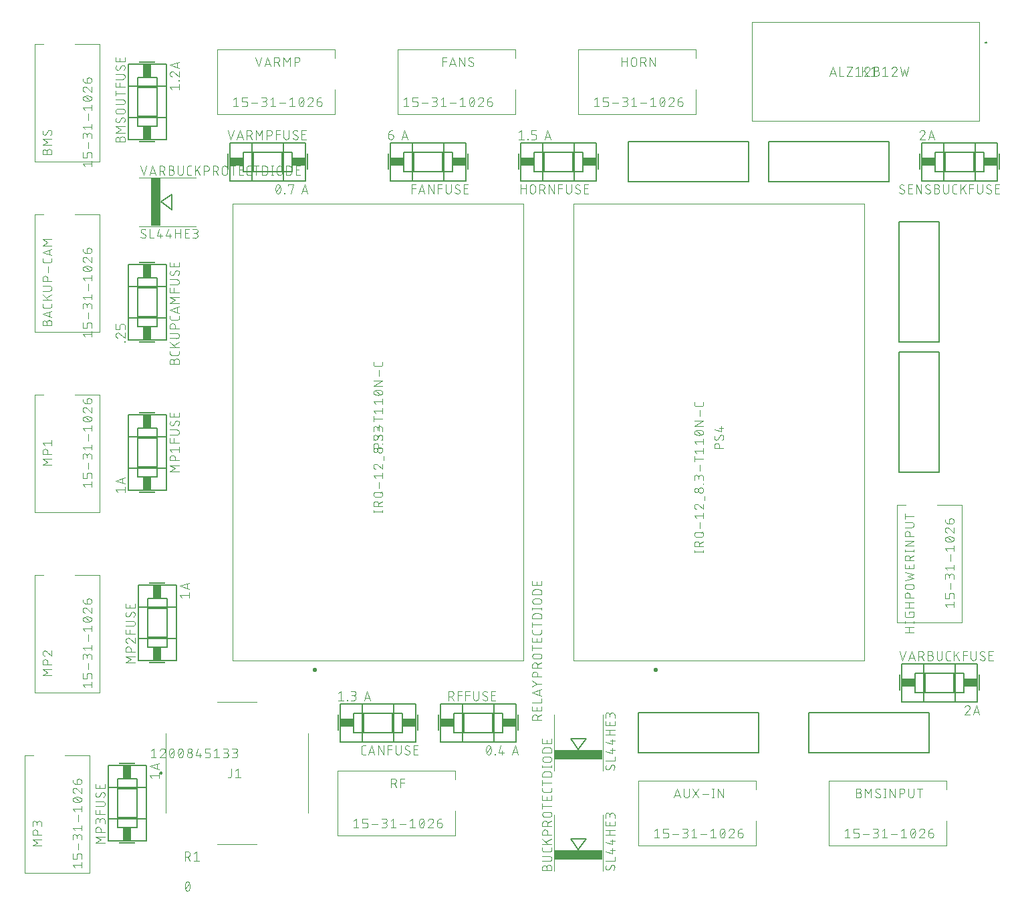
<source format=gto>
G04 EAGLE Gerber RS-274X export*
G04 #@! %TF.Part,Single*
G04 #@! %TF.FileFunction,Other,Top Silkscreen*
G04 #@! %TF.FilePolarity,Positive*
G04 #@! %TF.GenerationSoftware,Autodesk,EAGLE,9.5.2*
G04 #@! %TF.CreationDate,2020-01-10T22:13:51Z*
G75*
%MOIN*%
%FSLAX34Y34*%
%LPD*%
%INTop Silkscreen*%
%IPPOS*%
%AMOC8*
5,1,8,0,0,1.08239X$1,22.5*%
G01*
%ADD10C,0.003937*%
%ADD11C,0.004000*%
%ADD12C,0.007874*%
%ADD13R,0.007874X0.078740*%
%ADD14R,0.059055X0.039370*%
%ADD15R,0.078740X0.007874*%
%ADD16R,0.039370X0.059055*%
%ADD17C,0.007874*%
%ADD18C,0.008000*%
%ADD19R,0.244094X0.049213*%
%ADD20C,0.011811*%
%ADD21C,0.011811*%
%ADD22C,0.005000*%
%ADD23R,0.049213X0.244094*%


D10*
X2819Y63366D02*
X2386Y63366D01*
X2386Y57500D01*
X5614Y57500D01*
X5614Y63366D01*
X4394Y63366D01*
D11*
X2974Y57970D02*
X2974Y57842D01*
X2974Y57970D02*
X2976Y57991D01*
X2981Y58012D01*
X2989Y58031D01*
X3001Y58049D01*
X3015Y58064D01*
X3032Y58077D01*
X3051Y58087D01*
X3071Y58094D01*
X3091Y58098D01*
X3113Y58098D01*
X3133Y58094D01*
X3153Y58087D01*
X3172Y58077D01*
X3189Y58064D01*
X3203Y58049D01*
X3215Y58031D01*
X3223Y58012D01*
X3228Y57991D01*
X3230Y57970D01*
X3230Y57842D01*
X2770Y57842D01*
X2770Y57970D01*
X2772Y57989D01*
X2777Y58007D01*
X2785Y58024D01*
X2797Y58039D01*
X2811Y58051D01*
X2827Y58061D01*
X2844Y58068D01*
X2863Y58072D01*
X2881Y58072D01*
X2900Y58068D01*
X2917Y58061D01*
X2933Y58051D01*
X2947Y58039D01*
X2959Y58024D01*
X2967Y58007D01*
X2972Y57989D01*
X2974Y57970D01*
X3230Y58245D02*
X2770Y58398D01*
X3230Y58552D01*
X3115Y58513D02*
X3115Y58283D01*
X3230Y58821D02*
X3230Y58924D01*
X3230Y58821D02*
X3228Y58803D01*
X3224Y58786D01*
X3216Y58770D01*
X3206Y58755D01*
X3194Y58743D01*
X3179Y58733D01*
X3163Y58725D01*
X3146Y58721D01*
X3128Y58719D01*
X2872Y58719D01*
X2852Y58721D01*
X2833Y58727D01*
X2815Y58736D01*
X2800Y58749D01*
X2787Y58764D01*
X2778Y58782D01*
X2772Y58801D01*
X2770Y58821D01*
X2770Y58924D01*
X2770Y59117D02*
X3230Y59117D01*
X3051Y59117D02*
X2770Y59373D01*
X2949Y59219D02*
X3230Y59373D01*
X3102Y59560D02*
X2770Y59560D01*
X3102Y59560D02*
X3123Y59562D01*
X3144Y59567D01*
X3163Y59575D01*
X3181Y59587D01*
X3196Y59601D01*
X3209Y59618D01*
X3219Y59637D01*
X3226Y59657D01*
X3230Y59677D01*
X3230Y59699D01*
X3226Y59719D01*
X3219Y59739D01*
X3209Y59758D01*
X3196Y59775D01*
X3181Y59789D01*
X3163Y59801D01*
X3144Y59809D01*
X3123Y59814D01*
X3102Y59816D01*
X2770Y59816D01*
X2770Y60047D02*
X3230Y60047D01*
X2770Y60047D02*
X2770Y60175D01*
X2772Y60196D01*
X2777Y60217D01*
X2785Y60236D01*
X2797Y60254D01*
X2811Y60269D01*
X2828Y60282D01*
X2847Y60292D01*
X2867Y60299D01*
X2887Y60303D01*
X2909Y60303D01*
X2929Y60299D01*
X2949Y60292D01*
X2968Y60282D01*
X2985Y60269D01*
X2999Y60254D01*
X3011Y60236D01*
X3019Y60217D01*
X3024Y60196D01*
X3026Y60175D01*
X3026Y60047D01*
X3051Y60480D02*
X3051Y60787D01*
X3230Y61086D02*
X3230Y61189D01*
X3230Y61086D02*
X3228Y61068D01*
X3224Y61051D01*
X3216Y61035D01*
X3206Y61020D01*
X3194Y61008D01*
X3179Y60998D01*
X3163Y60990D01*
X3146Y60986D01*
X3128Y60984D01*
X2872Y60984D01*
X2852Y60986D01*
X2833Y60992D01*
X2815Y61001D01*
X2800Y61014D01*
X2787Y61029D01*
X2778Y61047D01*
X2772Y61066D01*
X2770Y61086D01*
X2770Y61189D01*
X2770Y61488D02*
X3230Y61335D01*
X3230Y61642D02*
X2770Y61488D01*
X3115Y61603D02*
X3115Y61373D01*
X3230Y61830D02*
X2770Y61830D01*
X3026Y61983D01*
X2770Y62137D01*
X3230Y62137D01*
X4770Y57404D02*
X4872Y57277D01*
X4770Y57404D02*
X5230Y57404D01*
X5230Y57277D02*
X5230Y57532D01*
X5230Y57727D02*
X5230Y57880D01*
X5228Y57898D01*
X5224Y57915D01*
X5216Y57931D01*
X5206Y57946D01*
X5194Y57958D01*
X5179Y57968D01*
X5163Y57976D01*
X5146Y57980D01*
X5128Y57982D01*
X5077Y57982D01*
X5059Y57980D01*
X5042Y57976D01*
X5026Y57968D01*
X5011Y57958D01*
X4999Y57946D01*
X4989Y57931D01*
X4981Y57915D01*
X4977Y57898D01*
X4975Y57880D01*
X4974Y57880D02*
X4974Y57727D01*
X4770Y57727D01*
X4770Y57982D01*
X5051Y58181D02*
X5051Y58488D01*
X5230Y58687D02*
X5230Y58814D01*
X5228Y58835D01*
X5223Y58856D01*
X5215Y58875D01*
X5203Y58893D01*
X5189Y58908D01*
X5172Y58921D01*
X5153Y58931D01*
X5133Y58938D01*
X5113Y58942D01*
X5091Y58942D01*
X5071Y58938D01*
X5051Y58931D01*
X5032Y58921D01*
X5015Y58908D01*
X5001Y58893D01*
X4989Y58875D01*
X4981Y58856D01*
X4976Y58835D01*
X4974Y58814D01*
X4770Y58840D02*
X4770Y58687D01*
X4770Y58840D02*
X4772Y58859D01*
X4777Y58877D01*
X4785Y58894D01*
X4797Y58909D01*
X4811Y58921D01*
X4827Y58931D01*
X4844Y58938D01*
X4863Y58942D01*
X4881Y58942D01*
X4900Y58938D01*
X4917Y58931D01*
X4933Y58921D01*
X4947Y58909D01*
X4959Y58894D01*
X4967Y58877D01*
X4972Y58859D01*
X4974Y58840D01*
X4974Y58738D01*
X4872Y59137D02*
X4770Y59264D01*
X5230Y59264D01*
X5230Y59137D02*
X5230Y59392D01*
X5051Y59591D02*
X5051Y59898D01*
X4872Y60097D02*
X4770Y60224D01*
X5230Y60224D01*
X5230Y60097D02*
X5230Y60352D01*
X5000Y60547D02*
X4966Y60549D01*
X4932Y60553D01*
X4898Y60561D01*
X4865Y60572D01*
X4834Y60585D01*
X4834Y60584D02*
X4819Y60591D01*
X4805Y60600D01*
X4793Y60612D01*
X4783Y60626D01*
X4776Y60641D01*
X4771Y60657D01*
X4770Y60674D01*
X4771Y60691D01*
X4776Y60707D01*
X4783Y60722D01*
X4793Y60736D01*
X4805Y60748D01*
X4819Y60757D01*
X4834Y60764D01*
X4865Y60777D01*
X4898Y60788D01*
X4932Y60796D01*
X4966Y60800D01*
X5000Y60802D01*
X5000Y60547D02*
X5034Y60549D01*
X5068Y60553D01*
X5102Y60561D01*
X5135Y60572D01*
X5166Y60585D01*
X5166Y60584D02*
X5181Y60591D01*
X5195Y60600D01*
X5207Y60612D01*
X5217Y60626D01*
X5224Y60641D01*
X5229Y60657D01*
X5230Y60674D01*
X5166Y60764D02*
X5135Y60777D01*
X5102Y60788D01*
X5068Y60796D01*
X5034Y60800D01*
X5000Y60802D01*
X5166Y60764D02*
X5181Y60757D01*
X5195Y60748D01*
X5207Y60736D01*
X5217Y60722D01*
X5224Y60707D01*
X5229Y60691D01*
X5230Y60674D01*
X5128Y60572D02*
X4872Y60777D01*
X4770Y61137D02*
X4772Y61157D01*
X4777Y61176D01*
X4785Y61195D01*
X4797Y61211D01*
X4811Y61225D01*
X4828Y61237D01*
X4846Y61245D01*
X4865Y61250D01*
X4885Y61252D01*
X4770Y61137D02*
X4772Y61114D01*
X4777Y61091D01*
X4786Y61070D01*
X4798Y61050D01*
X4813Y61032D01*
X4831Y61017D01*
X4851Y61005D01*
X4872Y60996D01*
X4975Y61215D02*
X4960Y61228D01*
X4943Y61239D01*
X4924Y61247D01*
X4905Y61251D01*
X4885Y61253D01*
X4974Y61214D02*
X5230Y60997D01*
X5230Y61252D01*
X4974Y61447D02*
X4974Y61600D01*
X4975Y61600D02*
X4977Y61618D01*
X4981Y61635D01*
X4989Y61651D01*
X4999Y61666D01*
X5011Y61678D01*
X5026Y61688D01*
X5042Y61696D01*
X5059Y61700D01*
X5077Y61702D01*
X5102Y61702D01*
X5123Y61700D01*
X5144Y61695D01*
X5163Y61687D01*
X5181Y61675D01*
X5196Y61661D01*
X5209Y61644D01*
X5219Y61625D01*
X5226Y61605D01*
X5230Y61585D01*
X5230Y61563D01*
X5226Y61543D01*
X5219Y61523D01*
X5209Y61504D01*
X5196Y61487D01*
X5181Y61473D01*
X5163Y61461D01*
X5144Y61453D01*
X5123Y61448D01*
X5102Y61446D01*
X5102Y61447D02*
X4974Y61447D01*
X4947Y61449D01*
X4921Y61454D01*
X4896Y61463D01*
X4872Y61474D01*
X4850Y61489D01*
X4830Y61507D01*
X4812Y61527D01*
X4797Y61549D01*
X4786Y61573D01*
X4777Y61598D01*
X4772Y61624D01*
X4770Y61651D01*
D10*
X2819Y71866D02*
X2386Y71866D01*
X2386Y66000D01*
X5614Y66000D01*
X5614Y71866D01*
X4394Y71866D01*
D11*
X2974Y66513D02*
X2974Y66385D01*
X2974Y66513D02*
X2976Y66534D01*
X2981Y66555D01*
X2989Y66574D01*
X3001Y66592D01*
X3015Y66607D01*
X3032Y66620D01*
X3051Y66630D01*
X3071Y66637D01*
X3091Y66641D01*
X3113Y66641D01*
X3133Y66637D01*
X3153Y66630D01*
X3172Y66620D01*
X3189Y66607D01*
X3203Y66592D01*
X3215Y66574D01*
X3223Y66555D01*
X3228Y66534D01*
X3230Y66513D01*
X3230Y66385D01*
X2770Y66385D01*
X2770Y66513D01*
X2772Y66532D01*
X2777Y66550D01*
X2785Y66567D01*
X2797Y66582D01*
X2811Y66594D01*
X2827Y66604D01*
X2844Y66611D01*
X2863Y66615D01*
X2881Y66615D01*
X2900Y66611D01*
X2917Y66604D01*
X2933Y66594D01*
X2947Y66582D01*
X2959Y66567D01*
X2967Y66550D01*
X2972Y66532D01*
X2974Y66513D01*
X2770Y66833D02*
X3230Y66833D01*
X3026Y66986D02*
X2770Y66833D01*
X3026Y66986D02*
X2770Y67139D01*
X3230Y67139D01*
X3230Y67492D02*
X3228Y67510D01*
X3224Y67527D01*
X3216Y67543D01*
X3206Y67558D01*
X3194Y67570D01*
X3179Y67580D01*
X3163Y67588D01*
X3146Y67592D01*
X3128Y67594D01*
X3230Y67492D02*
X3228Y67464D01*
X3223Y67436D01*
X3213Y67409D01*
X3201Y67383D01*
X3185Y67360D01*
X3166Y67339D01*
X2872Y67351D02*
X2854Y67353D01*
X2837Y67357D01*
X2821Y67365D01*
X2806Y67375D01*
X2794Y67387D01*
X2784Y67402D01*
X2776Y67418D01*
X2772Y67435D01*
X2770Y67453D01*
X2772Y67478D01*
X2776Y67502D01*
X2784Y67525D01*
X2795Y67548D01*
X2808Y67568D01*
X2872Y67351D02*
X2890Y67353D01*
X2907Y67357D01*
X2924Y67365D01*
X2938Y67375D01*
X2951Y67388D01*
X2962Y67402D01*
X3038Y67543D02*
X3049Y67557D01*
X3062Y67570D01*
X3076Y67580D01*
X3093Y67588D01*
X3110Y67592D01*
X3128Y67594D01*
X3038Y67543D02*
X2962Y67402D01*
X4770Y65904D02*
X4872Y65777D01*
X4770Y65904D02*
X5230Y65904D01*
X5230Y65777D02*
X5230Y66032D01*
X5230Y66227D02*
X5230Y66380D01*
X5228Y66398D01*
X5224Y66415D01*
X5216Y66431D01*
X5206Y66446D01*
X5194Y66458D01*
X5179Y66468D01*
X5163Y66476D01*
X5146Y66480D01*
X5128Y66482D01*
X5077Y66482D01*
X5059Y66480D01*
X5042Y66476D01*
X5026Y66468D01*
X5011Y66458D01*
X4999Y66446D01*
X4989Y66431D01*
X4981Y66415D01*
X4977Y66398D01*
X4975Y66380D01*
X4974Y66380D02*
X4974Y66227D01*
X4770Y66227D01*
X4770Y66482D01*
X5051Y66681D02*
X5051Y66988D01*
X5230Y67187D02*
X5230Y67314D01*
X5228Y67335D01*
X5223Y67356D01*
X5215Y67375D01*
X5203Y67393D01*
X5189Y67408D01*
X5172Y67421D01*
X5153Y67431D01*
X5133Y67438D01*
X5113Y67442D01*
X5091Y67442D01*
X5071Y67438D01*
X5051Y67431D01*
X5032Y67421D01*
X5015Y67408D01*
X5001Y67393D01*
X4989Y67375D01*
X4981Y67356D01*
X4976Y67335D01*
X4974Y67314D01*
X4770Y67340D02*
X4770Y67187D01*
X4770Y67340D02*
X4772Y67359D01*
X4777Y67377D01*
X4785Y67394D01*
X4797Y67409D01*
X4811Y67421D01*
X4827Y67431D01*
X4844Y67438D01*
X4863Y67442D01*
X4881Y67442D01*
X4900Y67438D01*
X4917Y67431D01*
X4933Y67421D01*
X4947Y67409D01*
X4959Y67394D01*
X4967Y67377D01*
X4972Y67359D01*
X4974Y67340D01*
X4974Y67238D01*
X4872Y67637D02*
X4770Y67764D01*
X5230Y67764D01*
X5230Y67637D02*
X5230Y67892D01*
X5051Y68091D02*
X5051Y68398D01*
X4872Y68597D02*
X4770Y68724D01*
X5230Y68724D01*
X5230Y68597D02*
X5230Y68852D01*
X5000Y69047D02*
X4966Y69049D01*
X4932Y69053D01*
X4898Y69061D01*
X4865Y69072D01*
X4834Y69085D01*
X4834Y69084D02*
X4819Y69091D01*
X4805Y69100D01*
X4793Y69112D01*
X4783Y69126D01*
X4776Y69141D01*
X4771Y69157D01*
X4770Y69174D01*
X4771Y69191D01*
X4776Y69207D01*
X4783Y69222D01*
X4793Y69236D01*
X4805Y69248D01*
X4819Y69257D01*
X4834Y69264D01*
X4865Y69277D01*
X4898Y69288D01*
X4932Y69296D01*
X4966Y69300D01*
X5000Y69302D01*
X5000Y69047D02*
X5034Y69049D01*
X5068Y69053D01*
X5102Y69061D01*
X5135Y69072D01*
X5166Y69085D01*
X5166Y69084D02*
X5181Y69091D01*
X5195Y69100D01*
X5207Y69112D01*
X5217Y69126D01*
X5224Y69141D01*
X5229Y69157D01*
X5230Y69174D01*
X5166Y69264D02*
X5135Y69277D01*
X5102Y69288D01*
X5068Y69296D01*
X5034Y69300D01*
X5000Y69302D01*
X5166Y69264D02*
X5181Y69257D01*
X5195Y69248D01*
X5207Y69236D01*
X5217Y69222D01*
X5224Y69207D01*
X5229Y69191D01*
X5230Y69174D01*
X5128Y69072D02*
X4872Y69277D01*
X4770Y69637D02*
X4772Y69657D01*
X4777Y69676D01*
X4785Y69695D01*
X4797Y69711D01*
X4811Y69725D01*
X4828Y69737D01*
X4846Y69745D01*
X4865Y69750D01*
X4885Y69752D01*
X4770Y69637D02*
X4772Y69614D01*
X4777Y69591D01*
X4786Y69570D01*
X4798Y69550D01*
X4813Y69532D01*
X4831Y69517D01*
X4851Y69505D01*
X4872Y69496D01*
X4975Y69715D02*
X4960Y69728D01*
X4943Y69739D01*
X4924Y69747D01*
X4905Y69751D01*
X4885Y69753D01*
X4974Y69714D02*
X5230Y69497D01*
X5230Y69752D01*
X4974Y69947D02*
X4974Y70100D01*
X4975Y70100D02*
X4977Y70118D01*
X4981Y70135D01*
X4989Y70151D01*
X4999Y70166D01*
X5011Y70178D01*
X5026Y70188D01*
X5042Y70196D01*
X5059Y70200D01*
X5077Y70202D01*
X5102Y70202D01*
X5123Y70200D01*
X5144Y70195D01*
X5163Y70187D01*
X5181Y70175D01*
X5196Y70161D01*
X5209Y70144D01*
X5219Y70125D01*
X5226Y70105D01*
X5230Y70085D01*
X5230Y70063D01*
X5226Y70043D01*
X5219Y70023D01*
X5209Y70004D01*
X5196Y69987D01*
X5181Y69973D01*
X5163Y69961D01*
X5144Y69953D01*
X5123Y69948D01*
X5102Y69946D01*
X5102Y69947D02*
X4974Y69947D01*
X4947Y69949D01*
X4921Y69954D01*
X4896Y69963D01*
X4872Y69974D01*
X4850Y69989D01*
X4830Y70007D01*
X4812Y70027D01*
X4797Y70049D01*
X4786Y70073D01*
X4777Y70098D01*
X4772Y70124D01*
X4770Y70151D01*
D12*
X17610Y37055D02*
X18713Y37055D01*
X20287Y37055D01*
X21390Y37055D01*
X21390Y38945D01*
X20287Y38945D01*
X18713Y38945D01*
X17610Y38945D01*
X17610Y37055D01*
X20287Y37055D02*
X20287Y38945D01*
X18713Y38945D02*
X18713Y37055D01*
X18791Y37528D02*
X18280Y37528D01*
X18791Y37528D02*
X20209Y37528D01*
X20720Y37528D01*
X20720Y38472D01*
X20209Y38472D01*
X18791Y38472D01*
X18280Y38472D01*
X18280Y37528D01*
X20209Y37528D02*
X20209Y38472D01*
X18791Y38472D02*
X18791Y37528D01*
D13*
X21469Y38000D03*
X17531Y38000D03*
D14*
X21055Y38000D03*
X17945Y38000D03*
D11*
X18773Y36418D02*
X18876Y36418D01*
X18773Y36418D02*
X18755Y36420D01*
X18738Y36424D01*
X18722Y36432D01*
X18707Y36442D01*
X18695Y36454D01*
X18685Y36469D01*
X18677Y36485D01*
X18673Y36502D01*
X18671Y36520D01*
X18671Y36775D01*
X18673Y36795D01*
X18679Y36814D01*
X18688Y36832D01*
X18701Y36847D01*
X18716Y36860D01*
X18734Y36869D01*
X18753Y36875D01*
X18773Y36877D01*
X18773Y36878D02*
X18876Y36878D01*
X19175Y36878D02*
X19022Y36418D01*
X19329Y36418D02*
X19175Y36878D01*
X19290Y36533D02*
X19060Y36533D01*
X19513Y36418D02*
X19513Y36878D01*
X19768Y36418D01*
X19768Y36878D01*
X19993Y36878D02*
X19993Y36418D01*
X19993Y36878D02*
X20198Y36878D01*
X20198Y36673D02*
X19993Y36673D01*
X20383Y36545D02*
X20383Y36878D01*
X20382Y36545D02*
X20384Y36524D01*
X20389Y36503D01*
X20397Y36484D01*
X20409Y36466D01*
X20423Y36451D01*
X20440Y36438D01*
X20459Y36428D01*
X20479Y36421D01*
X20499Y36417D01*
X20521Y36417D01*
X20541Y36421D01*
X20561Y36428D01*
X20580Y36438D01*
X20597Y36451D01*
X20611Y36466D01*
X20623Y36484D01*
X20631Y36503D01*
X20636Y36524D01*
X20638Y36545D01*
X20638Y36878D01*
X21088Y36520D02*
X21086Y36502D01*
X21082Y36485D01*
X21074Y36469D01*
X21064Y36454D01*
X21052Y36442D01*
X21037Y36432D01*
X21021Y36424D01*
X21004Y36420D01*
X20986Y36418D01*
X20958Y36420D01*
X20930Y36425D01*
X20903Y36435D01*
X20877Y36447D01*
X20854Y36463D01*
X20833Y36482D01*
X20846Y36775D02*
X20848Y36793D01*
X20852Y36810D01*
X20860Y36826D01*
X20870Y36841D01*
X20882Y36853D01*
X20897Y36863D01*
X20913Y36871D01*
X20930Y36875D01*
X20948Y36877D01*
X20948Y36878D02*
X20973Y36876D01*
X20997Y36872D01*
X21020Y36864D01*
X21043Y36853D01*
X21063Y36840D01*
X20845Y36775D02*
X20847Y36757D01*
X20851Y36740D01*
X20859Y36723D01*
X20869Y36709D01*
X20882Y36696D01*
X20896Y36685D01*
X21037Y36610D02*
X21051Y36599D01*
X21064Y36586D01*
X21074Y36572D01*
X21082Y36555D01*
X21086Y36538D01*
X21088Y36520D01*
X21037Y36609D02*
X20896Y36686D01*
X21283Y36418D02*
X21488Y36418D01*
X21283Y36418D02*
X21283Y36878D01*
X21488Y36878D01*
X21437Y36673D02*
X21283Y36673D01*
X17640Y39582D02*
X17512Y39480D01*
X17640Y39582D02*
X17640Y39122D01*
X17512Y39122D02*
X17768Y39122D01*
X17942Y39122D02*
X17942Y39148D01*
X17968Y39148D01*
X17968Y39122D01*
X17942Y39122D01*
X18142Y39122D02*
X18270Y39122D01*
X18291Y39124D01*
X18312Y39129D01*
X18331Y39137D01*
X18349Y39149D01*
X18364Y39163D01*
X18377Y39180D01*
X18387Y39199D01*
X18394Y39219D01*
X18398Y39239D01*
X18398Y39261D01*
X18394Y39281D01*
X18387Y39301D01*
X18377Y39320D01*
X18364Y39337D01*
X18349Y39351D01*
X18331Y39363D01*
X18312Y39371D01*
X18291Y39376D01*
X18270Y39378D01*
X18295Y39582D02*
X18142Y39582D01*
X18295Y39582D02*
X18314Y39580D01*
X18332Y39575D01*
X18349Y39567D01*
X18364Y39555D01*
X18376Y39541D01*
X18386Y39525D01*
X18393Y39508D01*
X18397Y39489D01*
X18397Y39471D01*
X18393Y39452D01*
X18386Y39435D01*
X18376Y39419D01*
X18364Y39405D01*
X18349Y39393D01*
X18332Y39385D01*
X18314Y39380D01*
X18295Y39378D01*
X18193Y39378D01*
X18807Y39122D02*
X18960Y39582D01*
X19113Y39122D01*
X19075Y39237D02*
X18845Y39237D01*
D12*
X26610Y65055D02*
X27713Y65055D01*
X29287Y65055D01*
X30390Y65055D01*
X30390Y66945D01*
X29287Y66945D01*
X27713Y66945D01*
X26610Y66945D01*
X26610Y65055D01*
X29287Y65055D02*
X29287Y66945D01*
X27713Y66945D02*
X27713Y65055D01*
X27791Y65528D02*
X27280Y65528D01*
X27791Y65528D02*
X29209Y65528D01*
X29720Y65528D01*
X29720Y66472D01*
X29209Y66472D01*
X27791Y66472D01*
X27280Y66472D01*
X27280Y65528D01*
X29209Y65528D02*
X29209Y66472D01*
X27791Y66472D02*
X27791Y65528D01*
D13*
X30469Y66000D03*
X26531Y66000D03*
D14*
X30055Y66000D03*
X26945Y66000D03*
D11*
X26618Y64878D02*
X26618Y64418D01*
X26618Y64673D02*
X26873Y64673D01*
X26873Y64878D02*
X26873Y64418D01*
X27083Y64545D02*
X27083Y64750D01*
X27082Y64750D02*
X27084Y64771D01*
X27089Y64792D01*
X27097Y64811D01*
X27109Y64829D01*
X27123Y64844D01*
X27140Y64857D01*
X27159Y64867D01*
X27179Y64874D01*
X27199Y64878D01*
X27221Y64878D01*
X27241Y64874D01*
X27261Y64867D01*
X27280Y64857D01*
X27297Y64844D01*
X27311Y64829D01*
X27323Y64811D01*
X27331Y64792D01*
X27336Y64771D01*
X27338Y64750D01*
X27338Y64545D01*
X27336Y64524D01*
X27331Y64503D01*
X27323Y64484D01*
X27311Y64466D01*
X27297Y64451D01*
X27280Y64438D01*
X27261Y64428D01*
X27241Y64421D01*
X27221Y64417D01*
X27199Y64417D01*
X27179Y64421D01*
X27159Y64428D01*
X27140Y64438D01*
X27123Y64451D01*
X27109Y64466D01*
X27097Y64484D01*
X27089Y64503D01*
X27084Y64524D01*
X27082Y64545D01*
X27550Y64418D02*
X27550Y64878D01*
X27678Y64878D01*
X27699Y64876D01*
X27720Y64871D01*
X27739Y64863D01*
X27757Y64851D01*
X27772Y64837D01*
X27785Y64820D01*
X27795Y64801D01*
X27802Y64781D01*
X27806Y64761D01*
X27806Y64739D01*
X27802Y64719D01*
X27795Y64699D01*
X27785Y64680D01*
X27772Y64663D01*
X27757Y64649D01*
X27739Y64637D01*
X27720Y64629D01*
X27699Y64624D01*
X27678Y64622D01*
X27550Y64622D01*
X27704Y64622D02*
X27806Y64418D01*
X28013Y64418D02*
X28013Y64878D01*
X28268Y64418D01*
X28268Y64878D01*
X28493Y64878D02*
X28493Y64418D01*
X28493Y64878D02*
X28698Y64878D01*
X28698Y64673D02*
X28493Y64673D01*
X28883Y64545D02*
X28883Y64878D01*
X28882Y64545D02*
X28884Y64524D01*
X28889Y64503D01*
X28897Y64484D01*
X28909Y64466D01*
X28923Y64451D01*
X28940Y64438D01*
X28959Y64428D01*
X28979Y64421D01*
X28999Y64417D01*
X29021Y64417D01*
X29041Y64421D01*
X29061Y64428D01*
X29080Y64438D01*
X29097Y64451D01*
X29111Y64466D01*
X29123Y64484D01*
X29131Y64503D01*
X29136Y64524D01*
X29138Y64545D01*
X29138Y64878D01*
X29588Y64520D02*
X29586Y64502D01*
X29582Y64485D01*
X29574Y64469D01*
X29564Y64454D01*
X29552Y64442D01*
X29537Y64432D01*
X29521Y64424D01*
X29504Y64420D01*
X29486Y64418D01*
X29458Y64420D01*
X29430Y64425D01*
X29403Y64435D01*
X29377Y64447D01*
X29354Y64463D01*
X29333Y64482D01*
X29346Y64775D02*
X29348Y64793D01*
X29352Y64810D01*
X29360Y64826D01*
X29370Y64841D01*
X29382Y64853D01*
X29397Y64863D01*
X29413Y64871D01*
X29430Y64875D01*
X29448Y64877D01*
X29448Y64878D02*
X29473Y64876D01*
X29497Y64872D01*
X29520Y64864D01*
X29543Y64853D01*
X29563Y64840D01*
X29345Y64775D02*
X29347Y64757D01*
X29351Y64740D01*
X29359Y64723D01*
X29369Y64709D01*
X29382Y64696D01*
X29396Y64685D01*
X29537Y64610D02*
X29551Y64599D01*
X29564Y64586D01*
X29574Y64572D01*
X29582Y64555D01*
X29586Y64538D01*
X29588Y64520D01*
X29537Y64609D02*
X29396Y64686D01*
X29783Y64418D02*
X29988Y64418D01*
X29783Y64418D02*
X29783Y64878D01*
X29988Y64878D01*
X29937Y64673D02*
X29783Y64673D01*
X26640Y67582D02*
X26512Y67480D01*
X26640Y67582D02*
X26640Y67122D01*
X26512Y67122D02*
X26768Y67122D01*
X26942Y67122D02*
X26942Y67148D01*
X26968Y67148D01*
X26968Y67122D01*
X26942Y67122D01*
X27142Y67122D02*
X27295Y67122D01*
X27295Y67123D02*
X27313Y67125D01*
X27330Y67129D01*
X27346Y67137D01*
X27361Y67147D01*
X27373Y67159D01*
X27383Y67174D01*
X27391Y67190D01*
X27395Y67207D01*
X27397Y67225D01*
X27398Y67225D02*
X27398Y67276D01*
X27397Y67276D02*
X27395Y67294D01*
X27391Y67311D01*
X27383Y67327D01*
X27373Y67342D01*
X27361Y67354D01*
X27346Y67364D01*
X27330Y67372D01*
X27313Y67376D01*
X27295Y67378D01*
X27142Y67378D01*
X27142Y67582D01*
X27398Y67582D01*
X27960Y67582D02*
X27807Y67122D01*
X28113Y67122D02*
X27960Y67582D01*
X28075Y67237D02*
X27845Y67237D01*
D12*
X48287Y40945D02*
X49390Y40945D01*
X48287Y40945D02*
X46713Y40945D01*
X45610Y40945D01*
X45610Y39055D01*
X46713Y39055D01*
X48287Y39055D01*
X49390Y39055D01*
X49390Y40945D01*
X46713Y40945D02*
X46713Y39055D01*
X48287Y39055D02*
X48287Y40945D01*
X48209Y40472D02*
X48720Y40472D01*
X48209Y40472D02*
X46791Y40472D01*
X46280Y40472D01*
X46280Y39528D01*
X46791Y39528D01*
X48209Y39528D01*
X48720Y39528D01*
X48720Y40472D01*
X46791Y40472D02*
X46791Y39528D01*
X48209Y39528D02*
X48209Y40472D01*
D13*
X45531Y40000D03*
X49469Y40000D03*
D14*
X45945Y40000D03*
X49055Y40000D03*
D11*
X45665Y41122D02*
X45512Y41582D01*
X45819Y41582D02*
X45665Y41122D01*
X45962Y41122D02*
X46115Y41582D01*
X46269Y41122D01*
X46230Y41237D02*
X46000Y41237D01*
X46456Y41122D02*
X46456Y41582D01*
X46583Y41582D01*
X46583Y41583D02*
X46604Y41581D01*
X46625Y41576D01*
X46644Y41568D01*
X46662Y41556D01*
X46677Y41542D01*
X46690Y41525D01*
X46700Y41506D01*
X46707Y41486D01*
X46711Y41466D01*
X46711Y41444D01*
X46707Y41424D01*
X46700Y41404D01*
X46690Y41385D01*
X46677Y41368D01*
X46662Y41354D01*
X46644Y41342D01*
X46625Y41334D01*
X46604Y41329D01*
X46583Y41327D01*
X46456Y41327D01*
X46609Y41327D02*
X46711Y41122D01*
X46924Y41378D02*
X47052Y41378D01*
X47073Y41376D01*
X47094Y41371D01*
X47113Y41363D01*
X47131Y41351D01*
X47146Y41337D01*
X47159Y41320D01*
X47169Y41301D01*
X47176Y41281D01*
X47180Y41261D01*
X47180Y41239D01*
X47176Y41219D01*
X47169Y41199D01*
X47159Y41180D01*
X47146Y41163D01*
X47131Y41149D01*
X47113Y41137D01*
X47094Y41129D01*
X47073Y41124D01*
X47052Y41122D01*
X46924Y41122D01*
X46924Y41582D01*
X47052Y41582D01*
X47071Y41580D01*
X47089Y41575D01*
X47106Y41567D01*
X47121Y41555D01*
X47133Y41541D01*
X47143Y41525D01*
X47150Y41508D01*
X47154Y41489D01*
X47154Y41471D01*
X47150Y41452D01*
X47143Y41435D01*
X47133Y41419D01*
X47121Y41405D01*
X47106Y41393D01*
X47089Y41385D01*
X47071Y41380D01*
X47052Y41378D01*
X47368Y41250D02*
X47368Y41582D01*
X47367Y41250D02*
X47369Y41229D01*
X47374Y41208D01*
X47382Y41189D01*
X47394Y41171D01*
X47408Y41156D01*
X47425Y41143D01*
X47444Y41133D01*
X47464Y41126D01*
X47484Y41122D01*
X47506Y41122D01*
X47526Y41126D01*
X47546Y41133D01*
X47565Y41143D01*
X47582Y41156D01*
X47596Y41171D01*
X47608Y41189D01*
X47616Y41208D01*
X47621Y41229D01*
X47623Y41250D01*
X47623Y41582D01*
X47934Y41122D02*
X48036Y41122D01*
X47934Y41123D02*
X47916Y41125D01*
X47899Y41129D01*
X47883Y41137D01*
X47868Y41147D01*
X47856Y41159D01*
X47846Y41174D01*
X47838Y41190D01*
X47834Y41207D01*
X47832Y41225D01*
X47831Y41225D02*
X47831Y41480D01*
X47832Y41480D02*
X47834Y41500D01*
X47840Y41519D01*
X47849Y41537D01*
X47862Y41552D01*
X47877Y41565D01*
X47895Y41574D01*
X47914Y41580D01*
X47934Y41582D01*
X48036Y41582D01*
X48229Y41582D02*
X48229Y41122D01*
X48229Y41301D02*
X48485Y41582D01*
X48332Y41403D02*
X48485Y41122D01*
X48674Y41122D02*
X48674Y41582D01*
X48878Y41582D01*
X48878Y41378D02*
X48674Y41378D01*
X49063Y41250D02*
X49063Y41582D01*
X49062Y41250D02*
X49064Y41229D01*
X49069Y41208D01*
X49077Y41189D01*
X49089Y41171D01*
X49103Y41156D01*
X49120Y41143D01*
X49139Y41133D01*
X49159Y41126D01*
X49179Y41122D01*
X49201Y41122D01*
X49221Y41126D01*
X49241Y41133D01*
X49260Y41143D01*
X49277Y41156D01*
X49291Y41171D01*
X49303Y41189D01*
X49311Y41208D01*
X49316Y41229D01*
X49318Y41250D01*
X49318Y41582D01*
X49768Y41225D02*
X49766Y41207D01*
X49762Y41190D01*
X49754Y41174D01*
X49744Y41159D01*
X49732Y41147D01*
X49717Y41137D01*
X49701Y41129D01*
X49684Y41125D01*
X49666Y41123D01*
X49666Y41122D02*
X49638Y41124D01*
X49610Y41129D01*
X49583Y41139D01*
X49557Y41151D01*
X49534Y41167D01*
X49513Y41186D01*
X49526Y41480D02*
X49528Y41498D01*
X49532Y41515D01*
X49540Y41531D01*
X49550Y41546D01*
X49562Y41558D01*
X49577Y41568D01*
X49593Y41576D01*
X49610Y41580D01*
X49628Y41582D01*
X49628Y41583D02*
X49653Y41581D01*
X49677Y41577D01*
X49700Y41569D01*
X49723Y41558D01*
X49743Y41545D01*
X49525Y41480D02*
X49527Y41462D01*
X49531Y41445D01*
X49539Y41428D01*
X49549Y41414D01*
X49562Y41401D01*
X49576Y41390D01*
X49717Y41315D02*
X49731Y41304D01*
X49744Y41291D01*
X49754Y41277D01*
X49762Y41260D01*
X49766Y41243D01*
X49768Y41225D01*
X49717Y41314D02*
X49577Y41391D01*
X49964Y41122D02*
X50168Y41122D01*
X49964Y41122D02*
X49964Y41582D01*
X50168Y41582D01*
X50117Y41378D02*
X49964Y41378D01*
X48897Y38878D02*
X48917Y38876D01*
X48936Y38871D01*
X48955Y38863D01*
X48971Y38851D01*
X48985Y38837D01*
X48997Y38821D01*
X49005Y38802D01*
X49010Y38783D01*
X49012Y38763D01*
X48897Y38878D02*
X48874Y38876D01*
X48851Y38871D01*
X48830Y38862D01*
X48810Y38850D01*
X48792Y38835D01*
X48777Y38817D01*
X48765Y38797D01*
X48756Y38776D01*
X48975Y38673D02*
X48988Y38688D01*
X48999Y38705D01*
X49007Y38724D01*
X49011Y38743D01*
X49013Y38763D01*
X48974Y38673D02*
X48757Y38418D01*
X49012Y38418D01*
X49181Y38418D02*
X49335Y38878D01*
X49488Y38418D01*
X49450Y38533D02*
X49220Y38533D01*
D12*
X15890Y66945D02*
X14787Y66945D01*
X13213Y66945D01*
X12110Y66945D01*
X12110Y65055D01*
X13213Y65055D01*
X14787Y65055D01*
X15890Y65055D01*
X15890Y66945D01*
X13213Y66945D02*
X13213Y65055D01*
X14787Y65055D02*
X14787Y66945D01*
X14709Y66472D02*
X15220Y66472D01*
X14709Y66472D02*
X13291Y66472D01*
X12780Y66472D01*
X12780Y65528D01*
X13291Y65528D01*
X14709Y65528D01*
X15220Y65528D01*
X15220Y66472D01*
X13291Y66472D02*
X13291Y65528D01*
X14709Y65528D02*
X14709Y66472D01*
D13*
X12031Y66000D03*
X15969Y66000D03*
D14*
X12445Y66000D03*
X15555Y66000D03*
D11*
X12165Y67122D02*
X12012Y67582D01*
X12319Y67582D02*
X12165Y67122D01*
X12462Y67122D02*
X12615Y67582D01*
X12769Y67122D01*
X12730Y67237D02*
X12500Y67237D01*
X12956Y67122D02*
X12956Y67582D01*
X13083Y67582D01*
X13083Y67583D02*
X13104Y67581D01*
X13125Y67576D01*
X13144Y67568D01*
X13162Y67556D01*
X13177Y67542D01*
X13190Y67525D01*
X13200Y67506D01*
X13207Y67486D01*
X13211Y67466D01*
X13211Y67444D01*
X13207Y67424D01*
X13200Y67404D01*
X13190Y67385D01*
X13177Y67368D01*
X13162Y67354D01*
X13144Y67342D01*
X13125Y67334D01*
X13104Y67329D01*
X13083Y67327D01*
X12956Y67327D01*
X13109Y67327D02*
X13211Y67122D01*
X13422Y67122D02*
X13422Y67582D01*
X13575Y67327D01*
X13729Y67582D01*
X13729Y67122D01*
X13964Y67122D02*
X13964Y67582D01*
X14092Y67582D01*
X14092Y67583D02*
X14113Y67581D01*
X14134Y67576D01*
X14153Y67568D01*
X14171Y67556D01*
X14186Y67542D01*
X14199Y67525D01*
X14209Y67506D01*
X14216Y67486D01*
X14220Y67466D01*
X14220Y67444D01*
X14216Y67424D01*
X14209Y67404D01*
X14199Y67385D01*
X14186Y67368D01*
X14171Y67354D01*
X14153Y67342D01*
X14134Y67334D01*
X14113Y67329D01*
X14092Y67327D01*
X13964Y67327D01*
X14409Y67122D02*
X14409Y67582D01*
X14613Y67582D01*
X14613Y67378D02*
X14409Y67378D01*
X14798Y67250D02*
X14798Y67582D01*
X14797Y67250D02*
X14799Y67229D01*
X14804Y67208D01*
X14812Y67189D01*
X14824Y67171D01*
X14838Y67156D01*
X14855Y67143D01*
X14874Y67133D01*
X14894Y67126D01*
X14914Y67122D01*
X14936Y67122D01*
X14956Y67126D01*
X14976Y67133D01*
X14995Y67143D01*
X15012Y67156D01*
X15026Y67171D01*
X15038Y67189D01*
X15046Y67208D01*
X15051Y67229D01*
X15053Y67250D01*
X15053Y67582D01*
X15503Y67225D02*
X15501Y67207D01*
X15497Y67190D01*
X15489Y67174D01*
X15479Y67159D01*
X15467Y67147D01*
X15452Y67137D01*
X15436Y67129D01*
X15419Y67125D01*
X15401Y67123D01*
X15401Y67122D02*
X15373Y67124D01*
X15345Y67129D01*
X15318Y67139D01*
X15292Y67151D01*
X15269Y67167D01*
X15248Y67186D01*
X15261Y67480D02*
X15263Y67498D01*
X15267Y67515D01*
X15275Y67531D01*
X15285Y67546D01*
X15297Y67558D01*
X15312Y67568D01*
X15328Y67576D01*
X15345Y67580D01*
X15363Y67582D01*
X15363Y67583D02*
X15388Y67581D01*
X15412Y67577D01*
X15435Y67569D01*
X15458Y67558D01*
X15478Y67545D01*
X15260Y67480D02*
X15262Y67462D01*
X15266Y67445D01*
X15274Y67428D01*
X15284Y67414D01*
X15297Y67401D01*
X15311Y67390D01*
X15452Y67315D02*
X15466Y67304D01*
X15479Y67291D01*
X15489Y67277D01*
X15497Y67260D01*
X15501Y67243D01*
X15503Y67225D01*
X15452Y67314D02*
X15312Y67391D01*
X15699Y67122D02*
X15903Y67122D01*
X15699Y67122D02*
X15699Y67582D01*
X15903Y67582D01*
X15852Y67378D02*
X15699Y67378D01*
X14425Y64814D02*
X14412Y64783D01*
X14401Y64750D01*
X14393Y64716D01*
X14389Y64682D01*
X14387Y64648D01*
X14425Y64814D02*
X14432Y64829D01*
X14441Y64843D01*
X14453Y64855D01*
X14467Y64865D01*
X14482Y64872D01*
X14498Y64877D01*
X14515Y64878D01*
X14532Y64877D01*
X14548Y64872D01*
X14563Y64865D01*
X14577Y64855D01*
X14589Y64843D01*
X14598Y64829D01*
X14605Y64814D01*
X14604Y64814D02*
X14617Y64783D01*
X14628Y64750D01*
X14636Y64716D01*
X14640Y64682D01*
X14642Y64648D01*
X14387Y64648D02*
X14389Y64614D01*
X14393Y64580D01*
X14401Y64546D01*
X14412Y64513D01*
X14425Y64482D01*
X14425Y64481D02*
X14432Y64466D01*
X14441Y64452D01*
X14453Y64440D01*
X14467Y64430D01*
X14482Y64423D01*
X14498Y64418D01*
X14515Y64417D01*
X14604Y64482D02*
X14617Y64513D01*
X14628Y64546D01*
X14636Y64580D01*
X14640Y64614D01*
X14642Y64648D01*
X14605Y64481D02*
X14598Y64466D01*
X14589Y64452D01*
X14577Y64440D01*
X14563Y64430D01*
X14548Y64423D01*
X14532Y64418D01*
X14515Y64417D01*
X14412Y64520D02*
X14617Y64775D01*
X14817Y64443D02*
X14817Y64418D01*
X14817Y64443D02*
X14842Y64443D01*
X14842Y64418D01*
X14817Y64418D01*
X15017Y64827D02*
X15017Y64878D01*
X15272Y64878D01*
X15145Y64418D01*
X15681Y64418D02*
X15835Y64878D01*
X15988Y64418D01*
X15950Y64533D02*
X15720Y64533D01*
D12*
X8945Y58213D02*
X8945Y57110D01*
X8945Y58213D02*
X8945Y59787D01*
X8945Y60890D01*
X7055Y60890D01*
X7055Y59787D01*
X7055Y58213D01*
X7055Y57110D01*
X8945Y57110D01*
X8945Y59787D02*
X7055Y59787D01*
X7055Y58213D02*
X8945Y58213D01*
X8472Y58291D02*
X8472Y57780D01*
X8472Y58291D02*
X8472Y59709D01*
X8472Y60220D01*
X7528Y60220D01*
X7528Y59709D01*
X7528Y58291D01*
X7528Y57780D01*
X8472Y57780D01*
X8472Y59709D02*
X7528Y59709D01*
X7528Y58291D02*
X8472Y58291D01*
D15*
X8000Y60969D03*
X8000Y57031D03*
D16*
X8000Y60555D03*
X8000Y57445D03*
D11*
X9327Y56057D02*
X9327Y55929D01*
X9327Y56057D02*
X9329Y56078D01*
X9334Y56099D01*
X9342Y56118D01*
X9354Y56136D01*
X9368Y56151D01*
X9385Y56164D01*
X9404Y56174D01*
X9424Y56181D01*
X9444Y56185D01*
X9466Y56185D01*
X9486Y56181D01*
X9506Y56174D01*
X9525Y56164D01*
X9542Y56151D01*
X9556Y56136D01*
X9568Y56118D01*
X9576Y56099D01*
X9581Y56078D01*
X9583Y56057D01*
X9582Y56057D02*
X9582Y55929D01*
X9122Y55929D01*
X9122Y56057D01*
X9123Y56057D02*
X9125Y56076D01*
X9130Y56094D01*
X9138Y56111D01*
X9150Y56126D01*
X9164Y56138D01*
X9180Y56148D01*
X9197Y56155D01*
X9216Y56159D01*
X9234Y56159D01*
X9253Y56155D01*
X9270Y56148D01*
X9286Y56138D01*
X9300Y56126D01*
X9312Y56111D01*
X9320Y56094D01*
X9325Y56076D01*
X9327Y56057D01*
X9582Y56458D02*
X9582Y56561D01*
X9582Y56458D02*
X9580Y56440D01*
X9576Y56423D01*
X9568Y56407D01*
X9558Y56392D01*
X9546Y56380D01*
X9531Y56370D01*
X9515Y56362D01*
X9498Y56358D01*
X9480Y56356D01*
X9225Y56356D01*
X9205Y56358D01*
X9186Y56364D01*
X9168Y56373D01*
X9153Y56386D01*
X9140Y56401D01*
X9131Y56419D01*
X9125Y56438D01*
X9123Y56458D01*
X9122Y56458D02*
X9122Y56561D01*
X9122Y56754D02*
X9582Y56754D01*
X9403Y56754D02*
X9122Y57010D01*
X9301Y56856D02*
X9582Y57010D01*
X9455Y57198D02*
X9122Y57198D01*
X9455Y57197D02*
X9476Y57199D01*
X9497Y57204D01*
X9516Y57212D01*
X9534Y57224D01*
X9549Y57238D01*
X9562Y57255D01*
X9572Y57274D01*
X9579Y57294D01*
X9583Y57314D01*
X9583Y57336D01*
X9579Y57356D01*
X9572Y57376D01*
X9562Y57395D01*
X9549Y57412D01*
X9534Y57426D01*
X9516Y57438D01*
X9497Y57446D01*
X9476Y57451D01*
X9455Y57453D01*
X9122Y57453D01*
X9122Y57684D02*
X9582Y57684D01*
X9122Y57684D02*
X9122Y57812D01*
X9124Y57833D01*
X9129Y57854D01*
X9137Y57873D01*
X9149Y57891D01*
X9163Y57906D01*
X9180Y57919D01*
X9199Y57929D01*
X9219Y57936D01*
X9239Y57940D01*
X9261Y57940D01*
X9281Y57936D01*
X9301Y57929D01*
X9320Y57919D01*
X9337Y57906D01*
X9351Y57891D01*
X9363Y57873D01*
X9371Y57854D01*
X9376Y57833D01*
X9378Y57812D01*
X9378Y57684D01*
X9582Y58213D02*
X9582Y58316D01*
X9582Y58213D02*
X9580Y58195D01*
X9576Y58178D01*
X9568Y58162D01*
X9558Y58147D01*
X9546Y58135D01*
X9531Y58125D01*
X9515Y58117D01*
X9498Y58113D01*
X9480Y58111D01*
X9225Y58111D01*
X9205Y58113D01*
X9186Y58119D01*
X9168Y58128D01*
X9153Y58141D01*
X9140Y58156D01*
X9131Y58174D01*
X9125Y58193D01*
X9123Y58213D01*
X9122Y58213D02*
X9122Y58316D01*
X9122Y58615D02*
X9582Y58462D01*
X9582Y58769D02*
X9122Y58615D01*
X9467Y58730D02*
X9467Y58500D01*
X9582Y58957D02*
X9122Y58957D01*
X9378Y59110D01*
X9122Y59264D01*
X9582Y59264D01*
X9582Y59493D02*
X9122Y59493D01*
X9122Y59698D01*
X9327Y59698D02*
X9327Y59493D01*
X9455Y59883D02*
X9122Y59883D01*
X9455Y59882D02*
X9476Y59884D01*
X9497Y59889D01*
X9516Y59897D01*
X9534Y59909D01*
X9549Y59923D01*
X9562Y59940D01*
X9572Y59959D01*
X9579Y59979D01*
X9583Y59999D01*
X9583Y60021D01*
X9579Y60041D01*
X9572Y60061D01*
X9562Y60080D01*
X9549Y60097D01*
X9534Y60111D01*
X9516Y60123D01*
X9497Y60131D01*
X9476Y60136D01*
X9455Y60138D01*
X9122Y60138D01*
X9480Y60588D02*
X9498Y60586D01*
X9515Y60582D01*
X9531Y60574D01*
X9546Y60564D01*
X9558Y60552D01*
X9568Y60537D01*
X9576Y60521D01*
X9580Y60504D01*
X9582Y60486D01*
X9580Y60458D01*
X9575Y60430D01*
X9565Y60403D01*
X9553Y60377D01*
X9537Y60354D01*
X9518Y60333D01*
X9225Y60346D02*
X9207Y60348D01*
X9190Y60352D01*
X9174Y60360D01*
X9159Y60370D01*
X9147Y60382D01*
X9137Y60397D01*
X9129Y60413D01*
X9125Y60430D01*
X9123Y60448D01*
X9122Y60448D02*
X9124Y60473D01*
X9128Y60497D01*
X9136Y60520D01*
X9147Y60543D01*
X9160Y60563D01*
X9225Y60345D02*
X9243Y60347D01*
X9260Y60351D01*
X9277Y60359D01*
X9291Y60369D01*
X9304Y60382D01*
X9315Y60396D01*
X9390Y60537D02*
X9401Y60551D01*
X9414Y60564D01*
X9428Y60574D01*
X9445Y60582D01*
X9462Y60586D01*
X9480Y60588D01*
X9391Y60537D02*
X9314Y60396D01*
X9582Y60783D02*
X9582Y60988D01*
X9582Y60783D02*
X9122Y60783D01*
X9122Y60988D01*
X9327Y60937D02*
X9327Y60783D01*
X6878Y57012D02*
X6852Y57012D01*
X6852Y57038D01*
X6878Y57038D01*
X6878Y57012D01*
X6533Y57468D02*
X6513Y57466D01*
X6494Y57461D01*
X6476Y57453D01*
X6459Y57441D01*
X6445Y57427D01*
X6433Y57411D01*
X6425Y57392D01*
X6420Y57373D01*
X6418Y57353D01*
X6417Y57353D02*
X6419Y57330D01*
X6424Y57307D01*
X6433Y57286D01*
X6445Y57266D01*
X6460Y57248D01*
X6478Y57233D01*
X6498Y57221D01*
X6519Y57212D01*
X6623Y57430D02*
X6608Y57443D01*
X6591Y57454D01*
X6572Y57462D01*
X6553Y57466D01*
X6533Y57468D01*
X6622Y57429D02*
X6878Y57212D01*
X6878Y57468D01*
X6878Y57662D02*
X6878Y57815D01*
X6877Y57815D02*
X6875Y57833D01*
X6871Y57850D01*
X6863Y57866D01*
X6853Y57881D01*
X6841Y57893D01*
X6826Y57903D01*
X6810Y57911D01*
X6793Y57915D01*
X6775Y57917D01*
X6775Y57918D02*
X6724Y57918D01*
X6724Y57917D02*
X6706Y57915D01*
X6689Y57911D01*
X6673Y57903D01*
X6658Y57893D01*
X6646Y57881D01*
X6636Y57866D01*
X6628Y57850D01*
X6624Y57833D01*
X6622Y57815D01*
X6622Y57662D01*
X6418Y57662D01*
X6418Y57918D01*
D12*
X8945Y50713D02*
X8945Y49610D01*
X8945Y50713D02*
X8945Y52287D01*
X8945Y53390D01*
X7055Y53390D01*
X7055Y52287D01*
X7055Y50713D01*
X7055Y49610D01*
X8945Y49610D01*
X8945Y52287D02*
X7055Y52287D01*
X7055Y50713D02*
X8945Y50713D01*
X8472Y50791D02*
X8472Y50280D01*
X8472Y50791D02*
X8472Y52209D01*
X8472Y52720D01*
X7528Y52720D01*
X7528Y52209D01*
X7528Y50791D01*
X7528Y50280D01*
X8472Y50280D01*
X8472Y52209D02*
X7528Y52209D01*
X7528Y50791D02*
X8472Y50791D01*
D15*
X8000Y53469D03*
X8000Y49531D03*
D16*
X8000Y53055D03*
X8000Y49945D03*
D11*
X9122Y50557D02*
X9582Y50557D01*
X9378Y50710D02*
X9122Y50557D01*
X9378Y50710D02*
X9122Y50864D01*
X9582Y50864D01*
X9582Y51099D02*
X9122Y51099D01*
X9122Y51227D01*
X9124Y51248D01*
X9129Y51269D01*
X9137Y51288D01*
X9149Y51306D01*
X9163Y51321D01*
X9180Y51334D01*
X9199Y51344D01*
X9219Y51351D01*
X9239Y51355D01*
X9261Y51355D01*
X9281Y51351D01*
X9301Y51344D01*
X9320Y51334D01*
X9337Y51321D01*
X9351Y51306D01*
X9363Y51288D01*
X9371Y51269D01*
X9376Y51248D01*
X9378Y51227D01*
X9378Y51099D01*
X9225Y51528D02*
X9122Y51655D01*
X9582Y51655D01*
X9582Y51528D02*
X9582Y51783D01*
X9582Y51993D02*
X9122Y51993D01*
X9122Y52198D01*
X9327Y52198D02*
X9327Y51993D01*
X9455Y52383D02*
X9122Y52383D01*
X9455Y52382D02*
X9476Y52384D01*
X9497Y52389D01*
X9516Y52397D01*
X9534Y52409D01*
X9549Y52423D01*
X9562Y52440D01*
X9572Y52459D01*
X9579Y52479D01*
X9583Y52499D01*
X9583Y52521D01*
X9579Y52541D01*
X9572Y52561D01*
X9562Y52580D01*
X9549Y52597D01*
X9534Y52611D01*
X9516Y52623D01*
X9497Y52631D01*
X9476Y52636D01*
X9455Y52638D01*
X9122Y52638D01*
X9480Y53088D02*
X9498Y53086D01*
X9515Y53082D01*
X9531Y53074D01*
X9546Y53064D01*
X9558Y53052D01*
X9568Y53037D01*
X9576Y53021D01*
X9580Y53004D01*
X9582Y52986D01*
X9580Y52958D01*
X9575Y52930D01*
X9565Y52903D01*
X9553Y52877D01*
X9537Y52854D01*
X9518Y52833D01*
X9225Y52846D02*
X9207Y52848D01*
X9190Y52852D01*
X9174Y52860D01*
X9159Y52870D01*
X9147Y52882D01*
X9137Y52897D01*
X9129Y52913D01*
X9125Y52930D01*
X9123Y52948D01*
X9122Y52948D02*
X9124Y52973D01*
X9128Y52997D01*
X9136Y53020D01*
X9147Y53043D01*
X9160Y53063D01*
X9225Y52845D02*
X9243Y52847D01*
X9260Y52851D01*
X9277Y52859D01*
X9291Y52869D01*
X9304Y52882D01*
X9315Y52896D01*
X9390Y53037D02*
X9401Y53051D01*
X9414Y53064D01*
X9428Y53074D01*
X9445Y53082D01*
X9462Y53086D01*
X9480Y53088D01*
X9391Y53037D02*
X9314Y52896D01*
X9582Y53283D02*
X9582Y53488D01*
X9582Y53283D02*
X9122Y53283D01*
X9122Y53488D01*
X9327Y53437D02*
X9327Y53283D01*
X6418Y49640D02*
X6520Y49512D01*
X6418Y49640D02*
X6878Y49640D01*
X6878Y49512D02*
X6878Y49768D01*
X6878Y49937D02*
X6418Y50090D01*
X6878Y50243D01*
X6763Y50205D02*
X6763Y49975D01*
D12*
X46610Y65055D02*
X47713Y65055D01*
X49287Y65055D01*
X50390Y65055D01*
X50390Y66945D01*
X49287Y66945D01*
X47713Y66945D01*
X46610Y66945D01*
X46610Y65055D01*
X49287Y65055D02*
X49287Y66945D01*
X47713Y66945D02*
X47713Y65055D01*
X47791Y65528D02*
X47280Y65528D01*
X47791Y65528D02*
X49209Y65528D01*
X49720Y65528D01*
X49720Y66472D01*
X49209Y66472D01*
X47791Y66472D01*
X47280Y66472D01*
X47280Y65528D01*
X49209Y65528D02*
X49209Y66472D01*
X47791Y66472D02*
X47791Y65528D01*
D13*
X50469Y66000D03*
X46531Y66000D03*
D14*
X50055Y66000D03*
X46945Y66000D03*
D11*
X45753Y64520D02*
X45751Y64502D01*
X45747Y64485D01*
X45739Y64469D01*
X45729Y64454D01*
X45717Y64442D01*
X45702Y64432D01*
X45686Y64424D01*
X45669Y64420D01*
X45651Y64418D01*
X45623Y64420D01*
X45595Y64425D01*
X45568Y64435D01*
X45542Y64447D01*
X45519Y64463D01*
X45498Y64482D01*
X45511Y64775D02*
X45513Y64793D01*
X45517Y64810D01*
X45525Y64826D01*
X45535Y64841D01*
X45547Y64853D01*
X45562Y64863D01*
X45578Y64871D01*
X45595Y64875D01*
X45613Y64877D01*
X45613Y64878D02*
X45638Y64876D01*
X45662Y64872D01*
X45685Y64864D01*
X45708Y64853D01*
X45728Y64840D01*
X45510Y64775D02*
X45512Y64757D01*
X45516Y64740D01*
X45524Y64723D01*
X45534Y64709D01*
X45547Y64696D01*
X45561Y64685D01*
X45702Y64610D02*
X45716Y64599D01*
X45729Y64586D01*
X45739Y64572D01*
X45747Y64555D01*
X45751Y64538D01*
X45753Y64520D01*
X45702Y64609D02*
X45561Y64686D01*
X45948Y64418D02*
X46153Y64418D01*
X45948Y64418D02*
X45948Y64878D01*
X46153Y64878D01*
X46102Y64673D02*
X45948Y64673D01*
X46338Y64878D02*
X46338Y64418D01*
X46593Y64418D02*
X46338Y64878D01*
X46593Y64878D02*
X46593Y64418D01*
X46941Y64418D02*
X46959Y64420D01*
X46976Y64424D01*
X46992Y64432D01*
X47007Y64442D01*
X47019Y64454D01*
X47029Y64469D01*
X47037Y64485D01*
X47041Y64502D01*
X47043Y64520D01*
X46941Y64418D02*
X46913Y64420D01*
X46885Y64425D01*
X46858Y64435D01*
X46832Y64447D01*
X46809Y64463D01*
X46788Y64482D01*
X46801Y64775D02*
X46803Y64793D01*
X46807Y64810D01*
X46815Y64826D01*
X46825Y64841D01*
X46837Y64853D01*
X46852Y64863D01*
X46868Y64871D01*
X46885Y64875D01*
X46903Y64877D01*
X46903Y64878D02*
X46928Y64876D01*
X46952Y64872D01*
X46975Y64864D01*
X46998Y64853D01*
X47018Y64840D01*
X46800Y64775D02*
X46802Y64757D01*
X46806Y64740D01*
X46814Y64723D01*
X46824Y64709D01*
X46837Y64696D01*
X46851Y64685D01*
X46992Y64610D02*
X47006Y64599D01*
X47019Y64586D01*
X47029Y64572D01*
X47037Y64555D01*
X47041Y64538D01*
X47043Y64520D01*
X46992Y64609D02*
X46851Y64686D01*
X47244Y64673D02*
X47372Y64673D01*
X47393Y64671D01*
X47414Y64666D01*
X47433Y64658D01*
X47451Y64646D01*
X47466Y64632D01*
X47479Y64615D01*
X47489Y64596D01*
X47496Y64576D01*
X47500Y64556D01*
X47500Y64534D01*
X47496Y64514D01*
X47489Y64494D01*
X47479Y64475D01*
X47466Y64458D01*
X47451Y64444D01*
X47433Y64432D01*
X47414Y64424D01*
X47393Y64419D01*
X47372Y64417D01*
X47372Y64418D02*
X47244Y64418D01*
X47244Y64878D01*
X47372Y64878D01*
X47372Y64877D02*
X47391Y64875D01*
X47409Y64870D01*
X47426Y64862D01*
X47441Y64850D01*
X47453Y64836D01*
X47463Y64820D01*
X47470Y64803D01*
X47474Y64784D01*
X47474Y64766D01*
X47470Y64747D01*
X47463Y64730D01*
X47453Y64714D01*
X47441Y64700D01*
X47426Y64688D01*
X47409Y64680D01*
X47391Y64675D01*
X47372Y64673D01*
X47688Y64545D02*
X47688Y64878D01*
X47687Y64545D02*
X47689Y64524D01*
X47694Y64503D01*
X47702Y64484D01*
X47714Y64466D01*
X47728Y64451D01*
X47745Y64438D01*
X47764Y64428D01*
X47784Y64421D01*
X47804Y64417D01*
X47826Y64417D01*
X47846Y64421D01*
X47866Y64428D01*
X47885Y64438D01*
X47902Y64451D01*
X47916Y64466D01*
X47928Y64484D01*
X47936Y64503D01*
X47941Y64524D01*
X47943Y64545D01*
X47943Y64878D01*
X48253Y64418D02*
X48356Y64418D01*
X48253Y64418D02*
X48235Y64420D01*
X48218Y64424D01*
X48202Y64432D01*
X48187Y64442D01*
X48175Y64454D01*
X48165Y64469D01*
X48157Y64485D01*
X48153Y64502D01*
X48151Y64520D01*
X48151Y64775D01*
X48153Y64795D01*
X48159Y64814D01*
X48168Y64832D01*
X48181Y64847D01*
X48196Y64860D01*
X48214Y64869D01*
X48233Y64875D01*
X48253Y64877D01*
X48253Y64878D02*
X48356Y64878D01*
X48549Y64878D02*
X48549Y64418D01*
X48549Y64597D02*
X48805Y64878D01*
X48651Y64699D02*
X48805Y64418D01*
X48993Y64418D02*
X48993Y64878D01*
X49198Y64878D01*
X49198Y64673D02*
X48993Y64673D01*
X49383Y64545D02*
X49383Y64878D01*
X49382Y64545D02*
X49384Y64524D01*
X49389Y64503D01*
X49397Y64484D01*
X49409Y64466D01*
X49423Y64451D01*
X49440Y64438D01*
X49459Y64428D01*
X49479Y64421D01*
X49499Y64417D01*
X49521Y64417D01*
X49541Y64421D01*
X49561Y64428D01*
X49580Y64438D01*
X49597Y64451D01*
X49611Y64466D01*
X49623Y64484D01*
X49631Y64503D01*
X49636Y64524D01*
X49638Y64545D01*
X49638Y64878D01*
X50088Y64520D02*
X50086Y64502D01*
X50082Y64485D01*
X50074Y64469D01*
X50064Y64454D01*
X50052Y64442D01*
X50037Y64432D01*
X50021Y64424D01*
X50004Y64420D01*
X49986Y64418D01*
X49958Y64420D01*
X49930Y64425D01*
X49903Y64435D01*
X49877Y64447D01*
X49854Y64463D01*
X49833Y64482D01*
X49846Y64775D02*
X49848Y64793D01*
X49852Y64810D01*
X49860Y64826D01*
X49870Y64841D01*
X49882Y64853D01*
X49897Y64863D01*
X49913Y64871D01*
X49930Y64875D01*
X49948Y64877D01*
X49948Y64878D02*
X49973Y64876D01*
X49997Y64872D01*
X50020Y64864D01*
X50043Y64853D01*
X50063Y64840D01*
X49845Y64775D02*
X49847Y64757D01*
X49851Y64740D01*
X49859Y64723D01*
X49869Y64709D01*
X49882Y64696D01*
X49896Y64685D01*
X50037Y64610D02*
X50051Y64599D01*
X50064Y64586D01*
X50074Y64572D01*
X50082Y64555D01*
X50086Y64538D01*
X50088Y64520D01*
X50037Y64609D02*
X49896Y64686D01*
X50283Y64418D02*
X50488Y64418D01*
X50283Y64418D02*
X50283Y64878D01*
X50488Y64878D01*
X50437Y64673D02*
X50283Y64673D01*
X46768Y67467D02*
X46766Y67487D01*
X46761Y67506D01*
X46753Y67525D01*
X46741Y67541D01*
X46727Y67555D01*
X46711Y67567D01*
X46692Y67575D01*
X46673Y67580D01*
X46653Y67582D01*
X46653Y67583D02*
X46630Y67581D01*
X46607Y67576D01*
X46586Y67567D01*
X46566Y67555D01*
X46548Y67540D01*
X46533Y67522D01*
X46521Y67502D01*
X46512Y67481D01*
X46730Y67377D02*
X46743Y67392D01*
X46754Y67409D01*
X46762Y67428D01*
X46766Y67447D01*
X46768Y67467D01*
X46729Y67378D02*
X46512Y67122D01*
X46768Y67122D01*
X46937Y67122D02*
X47090Y67582D01*
X47243Y67122D01*
X47205Y67237D02*
X46975Y67237D01*
D12*
X26390Y38945D02*
X25287Y38945D01*
X23713Y38945D01*
X22610Y38945D01*
X22610Y37055D01*
X23713Y37055D01*
X25287Y37055D01*
X26390Y37055D01*
X26390Y38945D01*
X23713Y38945D02*
X23713Y37055D01*
X25287Y37055D02*
X25287Y38945D01*
X25209Y38472D02*
X25720Y38472D01*
X25209Y38472D02*
X23791Y38472D01*
X23280Y38472D01*
X23280Y37528D01*
X23791Y37528D01*
X25209Y37528D01*
X25720Y37528D01*
X25720Y38472D01*
X23791Y38472D02*
X23791Y37528D01*
X25209Y37528D02*
X25209Y38472D01*
D13*
X22531Y38000D03*
X26469Y38000D03*
D14*
X22945Y38000D03*
X26055Y38000D03*
D11*
X23012Y39122D02*
X23012Y39582D01*
X23140Y39582D01*
X23140Y39583D02*
X23161Y39581D01*
X23182Y39576D01*
X23201Y39568D01*
X23219Y39556D01*
X23234Y39542D01*
X23247Y39525D01*
X23257Y39506D01*
X23264Y39486D01*
X23268Y39466D01*
X23268Y39444D01*
X23264Y39424D01*
X23257Y39404D01*
X23247Y39385D01*
X23234Y39368D01*
X23219Y39354D01*
X23201Y39342D01*
X23182Y39334D01*
X23161Y39329D01*
X23140Y39327D01*
X23012Y39327D01*
X23165Y39327D02*
X23268Y39122D01*
X23475Y39122D02*
X23475Y39582D01*
X23680Y39582D01*
X23680Y39378D02*
X23475Y39378D01*
X23865Y39582D02*
X23865Y39122D01*
X23865Y39582D02*
X24070Y39582D01*
X24070Y39378D02*
X23865Y39378D01*
X24254Y39250D02*
X24254Y39582D01*
X24254Y39250D02*
X24256Y39229D01*
X24261Y39208D01*
X24269Y39189D01*
X24281Y39171D01*
X24295Y39156D01*
X24312Y39143D01*
X24331Y39133D01*
X24351Y39126D01*
X24371Y39122D01*
X24393Y39122D01*
X24413Y39126D01*
X24433Y39133D01*
X24452Y39143D01*
X24469Y39156D01*
X24483Y39171D01*
X24495Y39189D01*
X24503Y39208D01*
X24508Y39229D01*
X24510Y39250D01*
X24510Y39582D01*
X24960Y39225D02*
X24958Y39207D01*
X24954Y39190D01*
X24946Y39174D01*
X24936Y39159D01*
X24924Y39147D01*
X24909Y39137D01*
X24893Y39129D01*
X24876Y39125D01*
X24858Y39123D01*
X24858Y39122D02*
X24830Y39124D01*
X24802Y39129D01*
X24775Y39139D01*
X24749Y39151D01*
X24726Y39167D01*
X24705Y39186D01*
X24717Y39480D02*
X24719Y39498D01*
X24723Y39515D01*
X24731Y39531D01*
X24741Y39546D01*
X24753Y39558D01*
X24768Y39568D01*
X24784Y39576D01*
X24801Y39580D01*
X24819Y39582D01*
X24819Y39583D02*
X24844Y39581D01*
X24868Y39577D01*
X24891Y39569D01*
X24914Y39558D01*
X24934Y39545D01*
X24717Y39480D02*
X24719Y39462D01*
X24723Y39445D01*
X24731Y39428D01*
X24741Y39414D01*
X24754Y39401D01*
X24768Y39390D01*
X24909Y39315D02*
X24923Y39304D01*
X24936Y39291D01*
X24946Y39277D01*
X24954Y39260D01*
X24958Y39243D01*
X24960Y39225D01*
X24909Y39314D02*
X24768Y39391D01*
X25155Y39122D02*
X25360Y39122D01*
X25155Y39122D02*
X25155Y39582D01*
X25360Y39582D01*
X25308Y39378D02*
X25155Y39378D01*
X24925Y36814D02*
X24912Y36783D01*
X24901Y36750D01*
X24893Y36716D01*
X24889Y36682D01*
X24887Y36648D01*
X24925Y36814D02*
X24932Y36829D01*
X24941Y36843D01*
X24953Y36855D01*
X24967Y36865D01*
X24982Y36872D01*
X24998Y36877D01*
X25015Y36878D01*
X25032Y36877D01*
X25048Y36872D01*
X25063Y36865D01*
X25077Y36855D01*
X25089Y36843D01*
X25098Y36829D01*
X25105Y36814D01*
X25104Y36814D02*
X25117Y36783D01*
X25128Y36750D01*
X25136Y36716D01*
X25140Y36682D01*
X25142Y36648D01*
X24887Y36648D02*
X24889Y36614D01*
X24893Y36580D01*
X24901Y36546D01*
X24912Y36513D01*
X24925Y36482D01*
X24925Y36481D02*
X24932Y36466D01*
X24941Y36452D01*
X24953Y36440D01*
X24967Y36430D01*
X24982Y36423D01*
X24998Y36418D01*
X25015Y36417D01*
X25104Y36482D02*
X25117Y36513D01*
X25128Y36546D01*
X25136Y36580D01*
X25140Y36614D01*
X25142Y36648D01*
X25105Y36481D02*
X25098Y36466D01*
X25089Y36452D01*
X25077Y36440D01*
X25063Y36430D01*
X25048Y36423D01*
X25032Y36418D01*
X25015Y36417D01*
X24912Y36520D02*
X25117Y36775D01*
X25317Y36443D02*
X25317Y36418D01*
X25317Y36443D02*
X25342Y36443D01*
X25342Y36418D01*
X25317Y36418D01*
X25517Y36520D02*
X25619Y36878D01*
X25517Y36520D02*
X25772Y36520D01*
X25696Y36622D02*
X25696Y36418D01*
X26181Y36418D02*
X26335Y36878D01*
X26488Y36418D01*
X26450Y36533D02*
X26220Y36533D01*
D12*
X7555Y43787D02*
X7555Y44890D01*
X7555Y43787D02*
X7555Y42213D01*
X7555Y41110D01*
X9445Y41110D01*
X9445Y42213D01*
X9445Y43787D01*
X9445Y44890D01*
X7555Y44890D01*
X7555Y42213D02*
X9445Y42213D01*
X9445Y43787D02*
X7555Y43787D01*
X8028Y43709D02*
X8028Y44220D01*
X8028Y43709D02*
X8028Y42291D01*
X8028Y41780D01*
X8972Y41780D01*
X8972Y42291D01*
X8972Y43709D01*
X8972Y44220D01*
X8028Y44220D01*
X8028Y42291D02*
X8972Y42291D01*
X8972Y43709D02*
X8028Y43709D01*
D15*
X8500Y41031D03*
X8500Y44969D03*
D16*
X8500Y41445D03*
X8500Y44555D03*
D11*
X7378Y41012D02*
X6918Y41012D01*
X7173Y41165D01*
X6918Y41319D01*
X7378Y41319D01*
X7378Y41554D02*
X6918Y41554D01*
X6918Y41682D01*
X6917Y41682D02*
X6919Y41703D01*
X6924Y41724D01*
X6932Y41743D01*
X6944Y41761D01*
X6958Y41776D01*
X6975Y41789D01*
X6994Y41799D01*
X7014Y41806D01*
X7034Y41810D01*
X7056Y41810D01*
X7076Y41806D01*
X7096Y41799D01*
X7115Y41789D01*
X7132Y41776D01*
X7146Y41761D01*
X7158Y41743D01*
X7166Y41724D01*
X7171Y41703D01*
X7173Y41682D01*
X7173Y41554D01*
X6918Y42123D02*
X6920Y42143D01*
X6925Y42162D01*
X6933Y42181D01*
X6945Y42197D01*
X6959Y42211D01*
X6976Y42223D01*
X6994Y42231D01*
X7013Y42236D01*
X7033Y42238D01*
X6917Y42123D02*
X6919Y42100D01*
X6924Y42077D01*
X6933Y42056D01*
X6945Y42036D01*
X6960Y42018D01*
X6978Y42003D01*
X6998Y41991D01*
X7019Y41982D01*
X7123Y42201D02*
X7108Y42214D01*
X7091Y42225D01*
X7072Y42233D01*
X7053Y42237D01*
X7033Y42239D01*
X7122Y42200D02*
X7378Y41983D01*
X7378Y42238D01*
X7378Y42449D02*
X6918Y42449D01*
X6918Y42653D01*
X7122Y42653D02*
X7122Y42449D01*
X7250Y42838D02*
X6918Y42838D01*
X7250Y42837D02*
X7271Y42839D01*
X7292Y42844D01*
X7311Y42852D01*
X7329Y42864D01*
X7344Y42878D01*
X7357Y42895D01*
X7367Y42914D01*
X7374Y42934D01*
X7378Y42954D01*
X7378Y42976D01*
X7374Y42996D01*
X7367Y43016D01*
X7357Y43035D01*
X7344Y43052D01*
X7329Y43066D01*
X7311Y43078D01*
X7292Y43086D01*
X7271Y43091D01*
X7250Y43093D01*
X6918Y43093D01*
X7275Y43543D02*
X7293Y43541D01*
X7310Y43537D01*
X7326Y43529D01*
X7341Y43519D01*
X7353Y43507D01*
X7363Y43492D01*
X7371Y43476D01*
X7375Y43459D01*
X7377Y43441D01*
X7378Y43441D02*
X7376Y43413D01*
X7371Y43385D01*
X7361Y43358D01*
X7349Y43332D01*
X7333Y43309D01*
X7314Y43288D01*
X7020Y43301D02*
X7002Y43303D01*
X6985Y43307D01*
X6969Y43315D01*
X6954Y43325D01*
X6942Y43337D01*
X6932Y43352D01*
X6924Y43368D01*
X6920Y43385D01*
X6918Y43403D01*
X6917Y43403D02*
X6919Y43428D01*
X6923Y43452D01*
X6931Y43475D01*
X6942Y43498D01*
X6955Y43518D01*
X7020Y43300D02*
X7038Y43302D01*
X7055Y43306D01*
X7072Y43314D01*
X7086Y43324D01*
X7099Y43337D01*
X7110Y43351D01*
X7185Y43492D02*
X7196Y43506D01*
X7209Y43519D01*
X7223Y43529D01*
X7240Y43537D01*
X7257Y43541D01*
X7275Y43543D01*
X7186Y43492D02*
X7109Y43352D01*
X7378Y43739D02*
X7378Y43943D01*
X7378Y43739D02*
X6918Y43739D01*
X6918Y43943D01*
X7122Y43892D02*
X7122Y43739D01*
X9622Y44385D02*
X9725Y44257D01*
X9622Y44385D02*
X10082Y44385D01*
X10082Y44512D02*
X10082Y44257D01*
X10082Y44681D02*
X9622Y44835D01*
X10082Y44988D01*
X9967Y44950D02*
X9967Y44720D01*
D12*
X7055Y69787D02*
X7055Y70890D01*
X7055Y69787D02*
X7055Y68213D01*
X7055Y67110D01*
X8945Y67110D01*
X8945Y68213D01*
X8945Y69787D01*
X8945Y70890D01*
X7055Y70890D01*
X7055Y68213D02*
X8945Y68213D01*
X8945Y69787D02*
X7055Y69787D01*
X7528Y69709D02*
X7528Y70220D01*
X7528Y69709D02*
X7528Y68291D01*
X7528Y67780D01*
X8472Y67780D01*
X8472Y68291D01*
X8472Y69709D01*
X8472Y70220D01*
X7528Y70220D01*
X7528Y68291D02*
X8472Y68291D01*
X8472Y69709D02*
X7528Y69709D01*
D15*
X8000Y67031D03*
X8000Y70969D03*
D16*
X8000Y67445D03*
X8000Y70555D03*
D11*
X6622Y67140D02*
X6622Y67012D01*
X6622Y67140D02*
X6624Y67161D01*
X6629Y67182D01*
X6637Y67201D01*
X6649Y67219D01*
X6663Y67234D01*
X6680Y67247D01*
X6699Y67257D01*
X6719Y67264D01*
X6739Y67268D01*
X6761Y67268D01*
X6781Y67264D01*
X6801Y67257D01*
X6820Y67247D01*
X6837Y67234D01*
X6851Y67219D01*
X6863Y67201D01*
X6871Y67182D01*
X6876Y67161D01*
X6878Y67140D01*
X6878Y67012D01*
X6418Y67012D01*
X6418Y67140D01*
X6420Y67159D01*
X6425Y67177D01*
X6433Y67194D01*
X6445Y67209D01*
X6459Y67221D01*
X6475Y67231D01*
X6492Y67238D01*
X6511Y67242D01*
X6529Y67242D01*
X6548Y67238D01*
X6565Y67231D01*
X6581Y67221D01*
X6595Y67209D01*
X6607Y67194D01*
X6615Y67177D01*
X6620Y67159D01*
X6622Y67140D01*
X6418Y67460D02*
X6878Y67460D01*
X6673Y67613D02*
X6418Y67460D01*
X6673Y67613D02*
X6418Y67767D01*
X6878Y67767D01*
X6877Y68119D02*
X6875Y68137D01*
X6871Y68154D01*
X6863Y68170D01*
X6853Y68185D01*
X6841Y68197D01*
X6826Y68207D01*
X6810Y68215D01*
X6793Y68219D01*
X6775Y68221D01*
X6878Y68119D02*
X6876Y68091D01*
X6871Y68063D01*
X6861Y68036D01*
X6849Y68010D01*
X6833Y67987D01*
X6814Y67966D01*
X6520Y67978D02*
X6502Y67980D01*
X6485Y67984D01*
X6469Y67992D01*
X6454Y68002D01*
X6442Y68014D01*
X6432Y68029D01*
X6424Y68045D01*
X6420Y68062D01*
X6418Y68080D01*
X6417Y68080D02*
X6419Y68105D01*
X6423Y68129D01*
X6431Y68152D01*
X6442Y68175D01*
X6455Y68195D01*
X6520Y67978D02*
X6538Y67980D01*
X6555Y67984D01*
X6572Y67992D01*
X6586Y68002D01*
X6599Y68015D01*
X6610Y68029D01*
X6685Y68170D02*
X6696Y68184D01*
X6709Y68197D01*
X6723Y68207D01*
X6740Y68215D01*
X6757Y68219D01*
X6775Y68221D01*
X6686Y68170D02*
X6609Y68029D01*
X6545Y68400D02*
X6750Y68400D01*
X6545Y68400D02*
X6524Y68402D01*
X6503Y68407D01*
X6484Y68415D01*
X6466Y68427D01*
X6451Y68441D01*
X6438Y68458D01*
X6428Y68477D01*
X6421Y68497D01*
X6417Y68517D01*
X6417Y68539D01*
X6421Y68559D01*
X6428Y68579D01*
X6438Y68598D01*
X6451Y68615D01*
X6466Y68629D01*
X6484Y68641D01*
X6503Y68649D01*
X6524Y68654D01*
X6545Y68656D01*
X6750Y68656D01*
X6771Y68654D01*
X6792Y68649D01*
X6811Y68641D01*
X6829Y68629D01*
X6844Y68615D01*
X6857Y68598D01*
X6867Y68579D01*
X6874Y68559D01*
X6878Y68539D01*
X6878Y68517D01*
X6874Y68497D01*
X6867Y68477D01*
X6857Y68458D01*
X6844Y68441D01*
X6829Y68427D01*
X6811Y68415D01*
X6792Y68407D01*
X6771Y68402D01*
X6750Y68400D01*
X6750Y68865D02*
X6418Y68865D01*
X6750Y68865D02*
X6771Y68867D01*
X6792Y68872D01*
X6811Y68880D01*
X6829Y68892D01*
X6844Y68906D01*
X6857Y68923D01*
X6867Y68942D01*
X6874Y68962D01*
X6878Y68982D01*
X6878Y69004D01*
X6874Y69024D01*
X6867Y69044D01*
X6857Y69063D01*
X6844Y69080D01*
X6829Y69094D01*
X6811Y69106D01*
X6792Y69114D01*
X6771Y69119D01*
X6750Y69121D01*
X6418Y69121D01*
X6418Y69428D02*
X6878Y69428D01*
X6418Y69300D02*
X6418Y69556D01*
X6418Y69736D02*
X6878Y69736D01*
X6418Y69736D02*
X6418Y69941D01*
X6622Y69941D02*
X6622Y69736D01*
X6750Y70125D02*
X6418Y70125D01*
X6750Y70125D02*
X6771Y70127D01*
X6792Y70132D01*
X6811Y70140D01*
X6829Y70152D01*
X6844Y70166D01*
X6857Y70183D01*
X6867Y70202D01*
X6874Y70222D01*
X6878Y70242D01*
X6878Y70264D01*
X6874Y70284D01*
X6867Y70304D01*
X6857Y70323D01*
X6844Y70340D01*
X6829Y70354D01*
X6811Y70366D01*
X6792Y70374D01*
X6771Y70379D01*
X6750Y70381D01*
X6418Y70381D01*
X6775Y70831D02*
X6793Y70829D01*
X6810Y70825D01*
X6826Y70817D01*
X6841Y70807D01*
X6853Y70795D01*
X6863Y70780D01*
X6871Y70764D01*
X6875Y70747D01*
X6877Y70729D01*
X6878Y70729D02*
X6876Y70701D01*
X6871Y70673D01*
X6861Y70646D01*
X6849Y70620D01*
X6833Y70597D01*
X6814Y70576D01*
X6520Y70588D02*
X6502Y70590D01*
X6485Y70594D01*
X6469Y70602D01*
X6454Y70612D01*
X6442Y70624D01*
X6432Y70639D01*
X6424Y70655D01*
X6420Y70672D01*
X6418Y70690D01*
X6417Y70690D02*
X6419Y70715D01*
X6423Y70739D01*
X6431Y70762D01*
X6442Y70785D01*
X6455Y70805D01*
X6520Y70588D02*
X6538Y70590D01*
X6555Y70594D01*
X6572Y70602D01*
X6586Y70612D01*
X6599Y70625D01*
X6610Y70639D01*
X6685Y70780D02*
X6696Y70794D01*
X6709Y70807D01*
X6723Y70817D01*
X6740Y70825D01*
X6757Y70829D01*
X6775Y70831D01*
X6686Y70780D02*
X6609Y70639D01*
X6878Y71026D02*
X6878Y71231D01*
X6878Y71026D02*
X6418Y71026D01*
X6418Y71231D01*
X6622Y71180D02*
X6622Y71026D01*
X9122Y69755D02*
X9225Y69627D01*
X9122Y69755D02*
X9582Y69755D01*
X9582Y69882D02*
X9582Y69627D01*
X9582Y70057D02*
X9557Y70057D01*
X9557Y70082D01*
X9582Y70082D01*
X9582Y70057D01*
X9237Y70512D02*
X9217Y70510D01*
X9198Y70505D01*
X9180Y70497D01*
X9163Y70485D01*
X9149Y70471D01*
X9137Y70455D01*
X9129Y70436D01*
X9124Y70417D01*
X9122Y70397D01*
X9124Y70374D01*
X9129Y70351D01*
X9138Y70330D01*
X9150Y70310D01*
X9165Y70292D01*
X9183Y70277D01*
X9203Y70265D01*
X9224Y70256D01*
X9327Y70475D02*
X9312Y70488D01*
X9295Y70499D01*
X9276Y70507D01*
X9257Y70511D01*
X9237Y70513D01*
X9327Y70474D02*
X9582Y70257D01*
X9582Y70512D01*
X9582Y70681D02*
X9122Y70835D01*
X9582Y70988D01*
X9467Y70950D02*
X9467Y70720D01*
D12*
X6055Y35890D02*
X6055Y34787D01*
X6055Y33213D01*
X6055Y32110D01*
X7945Y32110D01*
X7945Y33213D01*
X7945Y34787D01*
X7945Y35890D01*
X6055Y35890D01*
X6055Y33213D02*
X7945Y33213D01*
X7945Y34787D02*
X6055Y34787D01*
X6528Y34709D02*
X6528Y35220D01*
X6528Y34709D02*
X6528Y33291D01*
X6528Y32780D01*
X7472Y32780D01*
X7472Y33291D01*
X7472Y34709D01*
X7472Y35220D01*
X6528Y35220D01*
X6528Y33291D02*
X7472Y33291D01*
X7472Y34709D02*
X6528Y34709D01*
D15*
X7000Y32031D03*
X7000Y35969D03*
D16*
X7000Y32445D03*
X7000Y35555D03*
D11*
X5878Y32012D02*
X5418Y32012D01*
X5673Y32165D01*
X5418Y32319D01*
X5878Y32319D01*
X5878Y32554D02*
X5418Y32554D01*
X5418Y32682D01*
X5417Y32682D02*
X5419Y32703D01*
X5424Y32724D01*
X5432Y32743D01*
X5444Y32761D01*
X5458Y32776D01*
X5475Y32789D01*
X5494Y32799D01*
X5514Y32806D01*
X5534Y32810D01*
X5556Y32810D01*
X5576Y32806D01*
X5596Y32799D01*
X5615Y32789D01*
X5632Y32776D01*
X5646Y32761D01*
X5658Y32743D01*
X5666Y32724D01*
X5671Y32703D01*
X5673Y32682D01*
X5673Y32554D01*
X5878Y32983D02*
X5878Y33110D01*
X5876Y33131D01*
X5871Y33152D01*
X5863Y33171D01*
X5851Y33189D01*
X5837Y33204D01*
X5820Y33217D01*
X5801Y33227D01*
X5781Y33234D01*
X5761Y33238D01*
X5739Y33238D01*
X5719Y33234D01*
X5699Y33227D01*
X5680Y33217D01*
X5663Y33204D01*
X5649Y33189D01*
X5637Y33171D01*
X5629Y33152D01*
X5624Y33131D01*
X5622Y33110D01*
X5418Y33136D02*
X5418Y32983D01*
X5418Y33136D02*
X5420Y33155D01*
X5425Y33173D01*
X5433Y33190D01*
X5445Y33205D01*
X5459Y33217D01*
X5475Y33227D01*
X5492Y33234D01*
X5511Y33238D01*
X5529Y33238D01*
X5548Y33234D01*
X5565Y33227D01*
X5581Y33217D01*
X5595Y33205D01*
X5607Y33190D01*
X5615Y33173D01*
X5620Y33155D01*
X5622Y33136D01*
X5622Y33034D01*
X5418Y33449D02*
X5878Y33449D01*
X5418Y33449D02*
X5418Y33653D01*
X5622Y33653D02*
X5622Y33449D01*
X5750Y33838D02*
X5418Y33838D01*
X5750Y33837D02*
X5771Y33839D01*
X5792Y33844D01*
X5811Y33852D01*
X5829Y33864D01*
X5844Y33878D01*
X5857Y33895D01*
X5867Y33914D01*
X5874Y33934D01*
X5878Y33954D01*
X5878Y33976D01*
X5874Y33996D01*
X5867Y34016D01*
X5857Y34035D01*
X5844Y34052D01*
X5829Y34066D01*
X5811Y34078D01*
X5792Y34086D01*
X5771Y34091D01*
X5750Y34093D01*
X5418Y34093D01*
X5775Y34543D02*
X5793Y34541D01*
X5810Y34537D01*
X5826Y34529D01*
X5841Y34519D01*
X5853Y34507D01*
X5863Y34492D01*
X5871Y34476D01*
X5875Y34459D01*
X5877Y34441D01*
X5878Y34441D02*
X5876Y34413D01*
X5871Y34385D01*
X5861Y34358D01*
X5849Y34332D01*
X5833Y34309D01*
X5814Y34288D01*
X5520Y34301D02*
X5502Y34303D01*
X5485Y34307D01*
X5469Y34315D01*
X5454Y34325D01*
X5442Y34337D01*
X5432Y34352D01*
X5424Y34368D01*
X5420Y34385D01*
X5418Y34403D01*
X5417Y34403D02*
X5419Y34428D01*
X5423Y34452D01*
X5431Y34475D01*
X5442Y34498D01*
X5455Y34518D01*
X5520Y34300D02*
X5538Y34302D01*
X5555Y34306D01*
X5572Y34314D01*
X5586Y34324D01*
X5599Y34337D01*
X5610Y34351D01*
X5685Y34492D02*
X5696Y34506D01*
X5709Y34519D01*
X5723Y34529D01*
X5740Y34537D01*
X5757Y34541D01*
X5775Y34543D01*
X5686Y34492D02*
X5609Y34352D01*
X5878Y34739D02*
X5878Y34943D01*
X5878Y34739D02*
X5418Y34739D01*
X5418Y34943D01*
X5622Y34892D02*
X5622Y34739D01*
X8122Y35385D02*
X8225Y35257D01*
X8122Y35385D02*
X8582Y35385D01*
X8582Y35512D02*
X8582Y35257D01*
X8582Y35681D02*
X8122Y35835D01*
X8582Y35988D01*
X8467Y35950D02*
X8467Y35720D01*
D12*
X20110Y65055D02*
X21213Y65055D01*
X22787Y65055D01*
X23890Y65055D01*
X23890Y66945D01*
X22787Y66945D01*
X21213Y66945D01*
X20110Y66945D01*
X20110Y65055D01*
X22787Y65055D02*
X22787Y66945D01*
X21213Y66945D02*
X21213Y65055D01*
X21291Y65528D02*
X20780Y65528D01*
X21291Y65528D02*
X22709Y65528D01*
X23220Y65528D01*
X23220Y66472D01*
X22709Y66472D01*
X21291Y66472D01*
X20780Y66472D01*
X20780Y65528D01*
X22709Y65528D02*
X22709Y66472D01*
X21291Y66472D02*
X21291Y65528D01*
D13*
X23969Y66000D03*
X20031Y66000D03*
D14*
X23555Y66000D03*
X20445Y66000D03*
D11*
X21173Y64878D02*
X21173Y64418D01*
X21173Y64878D02*
X21378Y64878D01*
X21378Y64673D02*
X21173Y64673D01*
X21522Y64418D02*
X21675Y64878D01*
X21829Y64418D01*
X21790Y64533D02*
X21560Y64533D01*
X22013Y64418D02*
X22013Y64878D01*
X22268Y64418D01*
X22268Y64878D01*
X22493Y64878D02*
X22493Y64418D01*
X22493Y64878D02*
X22698Y64878D01*
X22698Y64673D02*
X22493Y64673D01*
X22883Y64545D02*
X22883Y64878D01*
X22882Y64545D02*
X22884Y64524D01*
X22889Y64503D01*
X22897Y64484D01*
X22909Y64466D01*
X22923Y64451D01*
X22940Y64438D01*
X22959Y64428D01*
X22979Y64421D01*
X22999Y64417D01*
X23021Y64417D01*
X23041Y64421D01*
X23061Y64428D01*
X23080Y64438D01*
X23097Y64451D01*
X23111Y64466D01*
X23123Y64484D01*
X23131Y64503D01*
X23136Y64524D01*
X23138Y64545D01*
X23138Y64878D01*
X23588Y64520D02*
X23586Y64502D01*
X23582Y64485D01*
X23574Y64469D01*
X23564Y64454D01*
X23552Y64442D01*
X23537Y64432D01*
X23521Y64424D01*
X23504Y64420D01*
X23486Y64418D01*
X23458Y64420D01*
X23430Y64425D01*
X23403Y64435D01*
X23377Y64447D01*
X23354Y64463D01*
X23333Y64482D01*
X23346Y64775D02*
X23348Y64793D01*
X23352Y64810D01*
X23360Y64826D01*
X23370Y64841D01*
X23382Y64853D01*
X23397Y64863D01*
X23413Y64871D01*
X23430Y64875D01*
X23448Y64877D01*
X23448Y64878D02*
X23473Y64876D01*
X23497Y64872D01*
X23520Y64864D01*
X23543Y64853D01*
X23563Y64840D01*
X23345Y64775D02*
X23347Y64757D01*
X23351Y64740D01*
X23359Y64723D01*
X23369Y64709D01*
X23382Y64696D01*
X23396Y64685D01*
X23537Y64610D02*
X23551Y64599D01*
X23564Y64586D01*
X23574Y64572D01*
X23582Y64555D01*
X23586Y64538D01*
X23588Y64520D01*
X23537Y64609D02*
X23396Y64686D01*
X23783Y64418D02*
X23988Y64418D01*
X23783Y64418D02*
X23783Y64878D01*
X23988Y64878D01*
X23937Y64673D02*
X23783Y64673D01*
X20165Y67378D02*
X20012Y67378D01*
X20165Y67378D02*
X20183Y67376D01*
X20200Y67372D01*
X20216Y67364D01*
X20231Y67354D01*
X20243Y67342D01*
X20253Y67327D01*
X20261Y67311D01*
X20265Y67294D01*
X20267Y67276D01*
X20268Y67276D02*
X20268Y67250D01*
X20266Y67229D01*
X20261Y67208D01*
X20253Y67189D01*
X20241Y67171D01*
X20227Y67156D01*
X20210Y67143D01*
X20191Y67133D01*
X20171Y67126D01*
X20151Y67122D01*
X20129Y67122D01*
X20109Y67126D01*
X20089Y67133D01*
X20070Y67143D01*
X20053Y67156D01*
X20039Y67171D01*
X20027Y67189D01*
X20019Y67208D01*
X20014Y67229D01*
X20012Y67250D01*
X20012Y67378D01*
X20013Y67378D02*
X20015Y67405D01*
X20020Y67431D01*
X20029Y67456D01*
X20040Y67480D01*
X20055Y67502D01*
X20073Y67522D01*
X20093Y67540D01*
X20115Y67555D01*
X20139Y67566D01*
X20164Y67575D01*
X20190Y67580D01*
X20217Y67582D01*
X20830Y67582D02*
X20677Y67122D01*
X20983Y67122D02*
X20830Y67582D01*
X20945Y67237D02*
X20715Y67237D01*
D10*
X26366Y71181D02*
X26366Y71614D01*
X20500Y71614D01*
X20500Y68386D01*
X26366Y68386D01*
X26366Y69606D01*
D11*
X22717Y70770D02*
X22717Y71230D01*
X22921Y71230D01*
X22921Y71026D02*
X22717Y71026D01*
X23066Y70770D02*
X23219Y71230D01*
X23372Y70770D01*
X23334Y70885D02*
X23104Y70885D01*
X23556Y70770D02*
X23556Y71230D01*
X23812Y70770D01*
X23812Y71230D01*
X24261Y70872D02*
X24259Y70854D01*
X24255Y70837D01*
X24247Y70821D01*
X24237Y70806D01*
X24225Y70794D01*
X24210Y70784D01*
X24194Y70776D01*
X24177Y70772D01*
X24159Y70770D01*
X24131Y70772D01*
X24103Y70777D01*
X24076Y70787D01*
X24050Y70799D01*
X24027Y70815D01*
X24006Y70834D01*
X24019Y71128D02*
X24021Y71146D01*
X24025Y71163D01*
X24033Y71179D01*
X24043Y71194D01*
X24055Y71206D01*
X24070Y71216D01*
X24086Y71224D01*
X24103Y71228D01*
X24121Y71230D01*
X24146Y71228D01*
X24170Y71224D01*
X24193Y71216D01*
X24216Y71205D01*
X24236Y71192D01*
X24019Y71128D02*
X24021Y71110D01*
X24025Y71093D01*
X24033Y71076D01*
X24043Y71062D01*
X24056Y71049D01*
X24070Y71038D01*
X24211Y70962D02*
X24225Y70951D01*
X24238Y70938D01*
X24248Y70924D01*
X24256Y70907D01*
X24260Y70890D01*
X24262Y70872D01*
X24211Y70962D02*
X24070Y71038D01*
X20904Y69230D02*
X20777Y69128D01*
X20904Y69230D02*
X20904Y68770D01*
X20777Y68770D02*
X21032Y68770D01*
X21227Y68770D02*
X21380Y68770D01*
X21398Y68772D01*
X21415Y68776D01*
X21431Y68784D01*
X21446Y68794D01*
X21458Y68806D01*
X21468Y68821D01*
X21476Y68837D01*
X21480Y68854D01*
X21482Y68872D01*
X21482Y68923D01*
X21480Y68941D01*
X21476Y68958D01*
X21468Y68974D01*
X21458Y68989D01*
X21446Y69001D01*
X21431Y69011D01*
X21415Y69019D01*
X21398Y69023D01*
X21380Y69025D01*
X21380Y69026D02*
X21227Y69026D01*
X21227Y69230D01*
X21482Y69230D01*
X21681Y68949D02*
X21988Y68949D01*
X22187Y68770D02*
X22314Y68770D01*
X22335Y68772D01*
X22356Y68777D01*
X22375Y68785D01*
X22393Y68797D01*
X22408Y68811D01*
X22421Y68828D01*
X22431Y68847D01*
X22438Y68867D01*
X22442Y68887D01*
X22442Y68909D01*
X22438Y68929D01*
X22431Y68949D01*
X22421Y68968D01*
X22408Y68985D01*
X22393Y68999D01*
X22375Y69011D01*
X22356Y69019D01*
X22335Y69024D01*
X22314Y69026D01*
X22340Y69230D02*
X22187Y69230D01*
X22340Y69230D02*
X22359Y69228D01*
X22377Y69223D01*
X22394Y69215D01*
X22409Y69203D01*
X22421Y69189D01*
X22431Y69173D01*
X22438Y69156D01*
X22442Y69137D01*
X22442Y69119D01*
X22438Y69100D01*
X22431Y69083D01*
X22421Y69067D01*
X22409Y69053D01*
X22394Y69041D01*
X22377Y69033D01*
X22359Y69028D01*
X22340Y69026D01*
X22238Y69026D01*
X22637Y69128D02*
X22764Y69230D01*
X22764Y68770D01*
X22637Y68770D02*
X22892Y68770D01*
X23091Y68949D02*
X23398Y68949D01*
X23597Y69128D02*
X23724Y69230D01*
X23724Y68770D01*
X23597Y68770D02*
X23852Y68770D01*
X24047Y69000D02*
X24049Y69034D01*
X24053Y69068D01*
X24061Y69102D01*
X24072Y69135D01*
X24085Y69166D01*
X24084Y69166D02*
X24091Y69181D01*
X24100Y69195D01*
X24112Y69207D01*
X24126Y69217D01*
X24141Y69224D01*
X24157Y69229D01*
X24174Y69230D01*
X24191Y69229D01*
X24207Y69224D01*
X24222Y69217D01*
X24236Y69207D01*
X24248Y69195D01*
X24257Y69181D01*
X24264Y69166D01*
X24277Y69135D01*
X24288Y69102D01*
X24296Y69068D01*
X24300Y69034D01*
X24302Y69000D01*
X24047Y69000D02*
X24049Y68966D01*
X24053Y68932D01*
X24061Y68898D01*
X24072Y68865D01*
X24085Y68834D01*
X24084Y68834D02*
X24091Y68819D01*
X24100Y68805D01*
X24112Y68793D01*
X24126Y68783D01*
X24141Y68776D01*
X24157Y68771D01*
X24174Y68770D01*
X24264Y68834D02*
X24277Y68865D01*
X24288Y68898D01*
X24296Y68932D01*
X24300Y68966D01*
X24302Y69000D01*
X24264Y68834D02*
X24257Y68819D01*
X24248Y68805D01*
X24236Y68793D01*
X24222Y68783D01*
X24207Y68776D01*
X24191Y68771D01*
X24174Y68770D01*
X24072Y68872D02*
X24277Y69128D01*
X24637Y69230D02*
X24657Y69228D01*
X24676Y69223D01*
X24695Y69215D01*
X24711Y69203D01*
X24725Y69189D01*
X24737Y69173D01*
X24745Y69154D01*
X24750Y69135D01*
X24752Y69115D01*
X24637Y69230D02*
X24614Y69228D01*
X24591Y69223D01*
X24570Y69214D01*
X24550Y69202D01*
X24532Y69187D01*
X24517Y69169D01*
X24505Y69149D01*
X24496Y69128D01*
X24715Y69025D02*
X24728Y69040D01*
X24739Y69057D01*
X24747Y69076D01*
X24751Y69095D01*
X24753Y69115D01*
X24714Y69026D02*
X24497Y68770D01*
X24752Y68770D01*
X24947Y69026D02*
X25100Y69026D01*
X25100Y69025D02*
X25118Y69023D01*
X25135Y69019D01*
X25151Y69011D01*
X25166Y69001D01*
X25178Y68989D01*
X25188Y68974D01*
X25196Y68958D01*
X25200Y68941D01*
X25202Y68923D01*
X25202Y68898D01*
X25200Y68877D01*
X25195Y68856D01*
X25187Y68837D01*
X25175Y68819D01*
X25161Y68804D01*
X25144Y68791D01*
X25125Y68781D01*
X25105Y68774D01*
X25085Y68770D01*
X25063Y68770D01*
X25043Y68774D01*
X25023Y68781D01*
X25004Y68791D01*
X24987Y68804D01*
X24973Y68819D01*
X24961Y68837D01*
X24953Y68856D01*
X24948Y68877D01*
X24946Y68898D01*
X24947Y68898D02*
X24947Y69026D01*
X24949Y69053D01*
X24954Y69079D01*
X24963Y69104D01*
X24974Y69128D01*
X24989Y69150D01*
X25007Y69170D01*
X25027Y69188D01*
X25049Y69203D01*
X25073Y69214D01*
X25098Y69223D01*
X25124Y69228D01*
X25151Y69230D01*
D10*
X35366Y71181D02*
X35366Y71614D01*
X29500Y71614D01*
X29500Y68386D01*
X35366Y68386D01*
X35366Y69606D01*
D11*
X31664Y70770D02*
X31664Y71230D01*
X31664Y71026D02*
X31920Y71026D01*
X31920Y71230D02*
X31920Y70770D01*
X32129Y70898D02*
X32129Y71102D01*
X32131Y71123D01*
X32136Y71144D01*
X32144Y71163D01*
X32156Y71181D01*
X32170Y71196D01*
X32187Y71209D01*
X32206Y71219D01*
X32226Y71226D01*
X32246Y71230D01*
X32268Y71230D01*
X32288Y71226D01*
X32308Y71219D01*
X32327Y71209D01*
X32344Y71196D01*
X32358Y71181D01*
X32370Y71163D01*
X32378Y71144D01*
X32383Y71123D01*
X32385Y71102D01*
X32385Y70898D01*
X32383Y70877D01*
X32378Y70856D01*
X32370Y70837D01*
X32358Y70819D01*
X32344Y70804D01*
X32327Y70791D01*
X32308Y70781D01*
X32288Y70774D01*
X32268Y70770D01*
X32246Y70770D01*
X32226Y70774D01*
X32206Y70781D01*
X32187Y70791D01*
X32170Y70804D01*
X32156Y70819D01*
X32144Y70837D01*
X32136Y70856D01*
X32131Y70877D01*
X32129Y70898D01*
X32597Y70770D02*
X32597Y71230D01*
X32725Y71230D01*
X32746Y71228D01*
X32767Y71223D01*
X32786Y71215D01*
X32804Y71203D01*
X32819Y71189D01*
X32832Y71172D01*
X32842Y71153D01*
X32849Y71133D01*
X32853Y71113D01*
X32853Y71091D01*
X32849Y71071D01*
X32842Y71051D01*
X32832Y71032D01*
X32819Y71015D01*
X32804Y71001D01*
X32786Y70989D01*
X32767Y70981D01*
X32746Y70976D01*
X32725Y70974D01*
X32597Y70974D01*
X32750Y70974D02*
X32853Y70770D01*
X33059Y70770D02*
X33059Y71230D01*
X33315Y70770D01*
X33315Y71230D01*
X30404Y69230D02*
X30277Y69128D01*
X30404Y69230D02*
X30404Y68770D01*
X30277Y68770D02*
X30532Y68770D01*
X30727Y68770D02*
X30880Y68770D01*
X30898Y68772D01*
X30915Y68776D01*
X30931Y68784D01*
X30946Y68794D01*
X30958Y68806D01*
X30968Y68821D01*
X30976Y68837D01*
X30980Y68854D01*
X30982Y68872D01*
X30982Y68923D01*
X30980Y68941D01*
X30976Y68958D01*
X30968Y68974D01*
X30958Y68989D01*
X30946Y69001D01*
X30931Y69011D01*
X30915Y69019D01*
X30898Y69023D01*
X30880Y69025D01*
X30880Y69026D02*
X30727Y69026D01*
X30727Y69230D01*
X30982Y69230D01*
X31181Y68949D02*
X31488Y68949D01*
X31687Y68770D02*
X31814Y68770D01*
X31835Y68772D01*
X31856Y68777D01*
X31875Y68785D01*
X31893Y68797D01*
X31908Y68811D01*
X31921Y68828D01*
X31931Y68847D01*
X31938Y68867D01*
X31942Y68887D01*
X31942Y68909D01*
X31938Y68929D01*
X31931Y68949D01*
X31921Y68968D01*
X31908Y68985D01*
X31893Y68999D01*
X31875Y69011D01*
X31856Y69019D01*
X31835Y69024D01*
X31814Y69026D01*
X31840Y69230D02*
X31687Y69230D01*
X31840Y69230D02*
X31859Y69228D01*
X31877Y69223D01*
X31894Y69215D01*
X31909Y69203D01*
X31921Y69189D01*
X31931Y69173D01*
X31938Y69156D01*
X31942Y69137D01*
X31942Y69119D01*
X31938Y69100D01*
X31931Y69083D01*
X31921Y69067D01*
X31909Y69053D01*
X31894Y69041D01*
X31877Y69033D01*
X31859Y69028D01*
X31840Y69026D01*
X31738Y69026D01*
X32137Y69128D02*
X32264Y69230D01*
X32264Y68770D01*
X32137Y68770D02*
X32392Y68770D01*
X32591Y68949D02*
X32898Y68949D01*
X33097Y69128D02*
X33224Y69230D01*
X33224Y68770D01*
X33097Y68770D02*
X33352Y68770D01*
X33547Y69000D02*
X33549Y69034D01*
X33553Y69068D01*
X33561Y69102D01*
X33572Y69135D01*
X33585Y69166D01*
X33584Y69166D02*
X33591Y69181D01*
X33600Y69195D01*
X33612Y69207D01*
X33626Y69217D01*
X33641Y69224D01*
X33657Y69229D01*
X33674Y69230D01*
X33691Y69229D01*
X33707Y69224D01*
X33722Y69217D01*
X33736Y69207D01*
X33748Y69195D01*
X33757Y69181D01*
X33764Y69166D01*
X33777Y69135D01*
X33788Y69102D01*
X33796Y69068D01*
X33800Y69034D01*
X33802Y69000D01*
X33547Y69000D02*
X33549Y68966D01*
X33553Y68932D01*
X33561Y68898D01*
X33572Y68865D01*
X33585Y68834D01*
X33584Y68834D02*
X33591Y68819D01*
X33600Y68805D01*
X33612Y68793D01*
X33626Y68783D01*
X33641Y68776D01*
X33657Y68771D01*
X33674Y68770D01*
X33764Y68834D02*
X33777Y68865D01*
X33788Y68898D01*
X33796Y68932D01*
X33800Y68966D01*
X33802Y69000D01*
X33764Y68834D02*
X33757Y68819D01*
X33748Y68805D01*
X33736Y68793D01*
X33722Y68783D01*
X33707Y68776D01*
X33691Y68771D01*
X33674Y68770D01*
X33572Y68872D02*
X33777Y69128D01*
X34137Y69230D02*
X34157Y69228D01*
X34176Y69223D01*
X34195Y69215D01*
X34211Y69203D01*
X34225Y69189D01*
X34237Y69173D01*
X34245Y69154D01*
X34250Y69135D01*
X34252Y69115D01*
X34137Y69230D02*
X34114Y69228D01*
X34091Y69223D01*
X34070Y69214D01*
X34050Y69202D01*
X34032Y69187D01*
X34017Y69169D01*
X34005Y69149D01*
X33996Y69128D01*
X34215Y69025D02*
X34228Y69040D01*
X34239Y69057D01*
X34247Y69076D01*
X34251Y69095D01*
X34253Y69115D01*
X34214Y69026D02*
X33997Y68770D01*
X34252Y68770D01*
X34447Y69026D02*
X34600Y69026D01*
X34600Y69025D02*
X34618Y69023D01*
X34635Y69019D01*
X34651Y69011D01*
X34666Y69001D01*
X34678Y68989D01*
X34688Y68974D01*
X34696Y68958D01*
X34700Y68941D01*
X34702Y68923D01*
X34702Y68898D01*
X34700Y68877D01*
X34695Y68856D01*
X34687Y68837D01*
X34675Y68819D01*
X34661Y68804D01*
X34644Y68791D01*
X34625Y68781D01*
X34605Y68774D01*
X34585Y68770D01*
X34563Y68770D01*
X34543Y68774D01*
X34523Y68781D01*
X34504Y68791D01*
X34487Y68804D01*
X34473Y68819D01*
X34461Y68837D01*
X34453Y68856D01*
X34448Y68877D01*
X34446Y68898D01*
X34447Y68898D02*
X34447Y69026D01*
X34449Y69053D01*
X34454Y69079D01*
X34463Y69104D01*
X34474Y69128D01*
X34489Y69150D01*
X34507Y69170D01*
X34527Y69188D01*
X34549Y69203D01*
X34573Y69214D01*
X34598Y69223D01*
X34624Y69228D01*
X34651Y69230D01*
D10*
X38146Y68063D02*
X49484Y68063D01*
X38146Y68063D02*
X38146Y72984D01*
X49484Y72984D01*
X49484Y68063D01*
D17*
X49839Y71961D03*
D12*
X49837Y71969D01*
X49833Y71975D01*
X49827Y71979D01*
X49819Y71981D01*
X49811Y71979D01*
X49805Y71975D01*
X49801Y71969D01*
X49799Y71961D01*
D17*
X49799Y71961D03*
D12*
X49801Y71953D01*
X49805Y71947D01*
X49811Y71943D01*
X49819Y71941D01*
X49827Y71943D01*
X49833Y71947D01*
X49837Y71953D01*
X49839Y71961D01*
D17*
X49839Y71961D03*
D12*
X49837Y71969D01*
X49833Y71975D01*
X49827Y71979D01*
X49819Y71981D01*
X49811Y71979D01*
X49805Y71975D01*
X49801Y71969D01*
X49799Y71961D01*
D11*
X43650Y70754D02*
X43650Y70294D01*
X43650Y70473D02*
X43906Y70754D01*
X43752Y70575D02*
X43906Y70294D01*
X44079Y70651D02*
X44206Y70754D01*
X44206Y70294D01*
X44079Y70294D02*
X44334Y70294D01*
X42182Y70754D02*
X42028Y70294D01*
X42335Y70294D02*
X42182Y70754D01*
X42297Y70409D02*
X42067Y70409D01*
X42520Y70294D02*
X42520Y70754D01*
X42520Y70294D02*
X42724Y70294D01*
X42879Y70754D02*
X43134Y70754D01*
X42879Y70294D01*
X43134Y70294D01*
X43314Y70651D02*
X43442Y70754D01*
X43442Y70294D01*
X43569Y70294D02*
X43314Y70294D01*
X43904Y70754D02*
X43924Y70752D01*
X43943Y70747D01*
X43962Y70739D01*
X43978Y70727D01*
X43992Y70713D01*
X44004Y70697D01*
X44012Y70678D01*
X44017Y70659D01*
X44019Y70639D01*
X43904Y70754D02*
X43881Y70752D01*
X43858Y70747D01*
X43837Y70738D01*
X43817Y70726D01*
X43799Y70711D01*
X43784Y70693D01*
X43772Y70673D01*
X43763Y70652D01*
X43982Y70549D02*
X43995Y70564D01*
X44006Y70581D01*
X44014Y70600D01*
X44018Y70619D01*
X44020Y70639D01*
X43981Y70549D02*
X43764Y70294D01*
X44019Y70294D01*
X44235Y70549D02*
X44363Y70549D01*
X44384Y70547D01*
X44405Y70542D01*
X44424Y70534D01*
X44442Y70522D01*
X44457Y70508D01*
X44470Y70491D01*
X44480Y70472D01*
X44487Y70452D01*
X44491Y70432D01*
X44491Y70410D01*
X44487Y70390D01*
X44480Y70370D01*
X44470Y70351D01*
X44457Y70334D01*
X44442Y70320D01*
X44424Y70308D01*
X44405Y70300D01*
X44384Y70295D01*
X44363Y70293D01*
X44363Y70294D02*
X44235Y70294D01*
X44235Y70754D01*
X44363Y70754D01*
X44363Y70753D02*
X44382Y70751D01*
X44400Y70746D01*
X44417Y70738D01*
X44432Y70726D01*
X44444Y70712D01*
X44454Y70696D01*
X44461Y70679D01*
X44465Y70660D01*
X44465Y70642D01*
X44461Y70623D01*
X44454Y70606D01*
X44444Y70590D01*
X44432Y70576D01*
X44417Y70564D01*
X44400Y70556D01*
X44382Y70551D01*
X44363Y70549D01*
X44664Y70651D02*
X44792Y70754D01*
X44792Y70294D01*
X44919Y70294D02*
X44664Y70294D01*
X45254Y70754D02*
X45274Y70752D01*
X45293Y70747D01*
X45312Y70739D01*
X45328Y70727D01*
X45342Y70713D01*
X45354Y70697D01*
X45362Y70678D01*
X45367Y70659D01*
X45369Y70639D01*
X45254Y70754D02*
X45231Y70752D01*
X45208Y70747D01*
X45187Y70738D01*
X45167Y70726D01*
X45149Y70711D01*
X45134Y70693D01*
X45122Y70673D01*
X45113Y70652D01*
X45332Y70549D02*
X45345Y70564D01*
X45356Y70581D01*
X45364Y70600D01*
X45368Y70619D01*
X45370Y70639D01*
X45331Y70549D02*
X45114Y70294D01*
X45369Y70294D01*
X45649Y70294D02*
X45547Y70754D01*
X45752Y70600D02*
X45649Y70294D01*
X45854Y70294D02*
X45752Y70600D01*
X45956Y70754D02*
X45854Y70294D01*
X28278Y33402D02*
X28278Y30598D01*
X30722Y30598D02*
X30722Y33402D01*
D18*
X29106Y32214D02*
X29500Y31673D01*
X29894Y32214D01*
X29106Y32214D01*
D19*
X29500Y31419D03*
D11*
X27902Y30786D02*
X27902Y30658D01*
X27902Y30786D02*
X27904Y30807D01*
X27909Y30828D01*
X27917Y30847D01*
X27929Y30865D01*
X27943Y30880D01*
X27960Y30893D01*
X27979Y30903D01*
X27999Y30910D01*
X28019Y30914D01*
X28041Y30914D01*
X28061Y30910D01*
X28081Y30903D01*
X28100Y30893D01*
X28117Y30880D01*
X28131Y30865D01*
X28143Y30847D01*
X28151Y30828D01*
X28156Y30807D01*
X28158Y30786D01*
X28158Y30658D01*
X27698Y30658D01*
X27698Y30786D01*
X27700Y30805D01*
X27705Y30823D01*
X27713Y30840D01*
X27725Y30855D01*
X27739Y30867D01*
X27755Y30877D01*
X27772Y30884D01*
X27791Y30888D01*
X27809Y30888D01*
X27828Y30884D01*
X27845Y30877D01*
X27861Y30867D01*
X27875Y30855D01*
X27887Y30840D01*
X27895Y30823D01*
X27900Y30805D01*
X27902Y30786D01*
X28030Y31102D02*
X27698Y31102D01*
X28030Y31101D02*
X28051Y31103D01*
X28072Y31108D01*
X28091Y31116D01*
X28109Y31128D01*
X28124Y31142D01*
X28137Y31159D01*
X28147Y31178D01*
X28154Y31198D01*
X28158Y31218D01*
X28158Y31240D01*
X28154Y31260D01*
X28147Y31280D01*
X28137Y31299D01*
X28124Y31316D01*
X28109Y31330D01*
X28091Y31342D01*
X28072Y31350D01*
X28051Y31355D01*
X28030Y31357D01*
X27698Y31357D01*
X28158Y31667D02*
X28158Y31770D01*
X28157Y31667D02*
X28155Y31649D01*
X28151Y31632D01*
X28143Y31616D01*
X28133Y31601D01*
X28121Y31589D01*
X28106Y31579D01*
X28090Y31571D01*
X28073Y31567D01*
X28055Y31565D01*
X27800Y31565D01*
X27780Y31567D01*
X27761Y31573D01*
X27743Y31582D01*
X27728Y31595D01*
X27715Y31610D01*
X27706Y31628D01*
X27700Y31647D01*
X27698Y31667D01*
X27698Y31770D01*
X27698Y31963D02*
X28158Y31963D01*
X27979Y31963D02*
X27698Y32219D01*
X27876Y32065D02*
X28158Y32219D01*
X28158Y32413D02*
X27698Y32413D01*
X27698Y32541D01*
X27697Y32541D02*
X27699Y32562D01*
X27704Y32583D01*
X27712Y32602D01*
X27724Y32620D01*
X27738Y32635D01*
X27755Y32648D01*
X27774Y32658D01*
X27794Y32665D01*
X27814Y32669D01*
X27836Y32669D01*
X27856Y32665D01*
X27876Y32658D01*
X27895Y32648D01*
X27912Y32635D01*
X27926Y32620D01*
X27938Y32602D01*
X27946Y32583D01*
X27951Y32562D01*
X27953Y32541D01*
X27953Y32413D01*
X28158Y32859D02*
X27698Y32859D01*
X27698Y32987D01*
X27697Y32987D02*
X27699Y33008D01*
X27704Y33029D01*
X27712Y33048D01*
X27724Y33066D01*
X27738Y33081D01*
X27755Y33094D01*
X27774Y33104D01*
X27794Y33111D01*
X27814Y33115D01*
X27836Y33115D01*
X27856Y33111D01*
X27876Y33104D01*
X27895Y33094D01*
X27912Y33081D01*
X27926Y33066D01*
X27938Y33048D01*
X27946Y33029D01*
X27951Y33008D01*
X27953Y32987D01*
X27953Y32859D01*
X27953Y33013D02*
X28158Y33115D01*
X28030Y33307D02*
X27825Y33307D01*
X27825Y33306D02*
X27804Y33308D01*
X27783Y33313D01*
X27764Y33321D01*
X27746Y33333D01*
X27731Y33347D01*
X27718Y33364D01*
X27708Y33383D01*
X27701Y33403D01*
X27697Y33423D01*
X27697Y33445D01*
X27701Y33465D01*
X27708Y33485D01*
X27718Y33504D01*
X27731Y33521D01*
X27746Y33535D01*
X27764Y33547D01*
X27783Y33555D01*
X27804Y33560D01*
X27825Y33562D01*
X28030Y33562D01*
X28051Y33560D01*
X28072Y33555D01*
X28091Y33547D01*
X28109Y33535D01*
X28124Y33521D01*
X28137Y33504D01*
X28147Y33485D01*
X28154Y33465D01*
X28158Y33445D01*
X28158Y33423D01*
X28154Y33403D01*
X28147Y33383D01*
X28137Y33364D01*
X28124Y33347D01*
X28109Y33333D01*
X28091Y33321D01*
X28072Y33313D01*
X28051Y33308D01*
X28030Y33306D01*
X28158Y33854D02*
X27698Y33854D01*
X27698Y33727D02*
X27698Y33982D01*
X28158Y34162D02*
X28158Y34367D01*
X28158Y34162D02*
X27698Y34162D01*
X27698Y34367D01*
X27902Y34316D02*
X27902Y34162D01*
X28158Y34637D02*
X28158Y34740D01*
X28157Y34637D02*
X28155Y34619D01*
X28151Y34602D01*
X28143Y34586D01*
X28133Y34571D01*
X28121Y34559D01*
X28106Y34549D01*
X28090Y34541D01*
X28073Y34537D01*
X28055Y34535D01*
X27800Y34535D01*
X27780Y34537D01*
X27761Y34543D01*
X27743Y34552D01*
X27728Y34565D01*
X27715Y34580D01*
X27706Y34598D01*
X27700Y34617D01*
X27698Y34637D01*
X27698Y34740D01*
X27698Y35009D02*
X28158Y35009D01*
X27698Y34882D02*
X27698Y35137D01*
X27698Y35317D02*
X28158Y35317D01*
X27698Y35317D02*
X27698Y35444D01*
X27697Y35444D02*
X27699Y35464D01*
X27703Y35484D01*
X27711Y35502D01*
X27721Y35519D01*
X27734Y35535D01*
X27750Y35548D01*
X27767Y35558D01*
X27785Y35566D01*
X27805Y35570D01*
X27825Y35572D01*
X28030Y35572D01*
X28050Y35570D01*
X28070Y35566D01*
X28088Y35558D01*
X28105Y35548D01*
X28121Y35535D01*
X28134Y35519D01*
X28144Y35502D01*
X28152Y35484D01*
X28156Y35464D01*
X28158Y35444D01*
X28158Y35317D01*
X28158Y35819D02*
X27698Y35819D01*
X28158Y35768D02*
X28158Y35870D01*
X27698Y35870D02*
X27698Y35768D01*
X27825Y36052D02*
X28030Y36052D01*
X27825Y36051D02*
X27804Y36053D01*
X27783Y36058D01*
X27764Y36066D01*
X27746Y36078D01*
X27731Y36092D01*
X27718Y36109D01*
X27708Y36128D01*
X27701Y36148D01*
X27697Y36168D01*
X27697Y36190D01*
X27701Y36210D01*
X27708Y36230D01*
X27718Y36249D01*
X27731Y36266D01*
X27746Y36280D01*
X27764Y36292D01*
X27783Y36300D01*
X27804Y36305D01*
X27825Y36307D01*
X28030Y36307D01*
X28051Y36305D01*
X28072Y36300D01*
X28091Y36292D01*
X28109Y36280D01*
X28124Y36266D01*
X28137Y36249D01*
X28147Y36230D01*
X28154Y36210D01*
X28158Y36190D01*
X28158Y36168D01*
X28154Y36148D01*
X28147Y36128D01*
X28137Y36109D01*
X28124Y36092D01*
X28109Y36078D01*
X28091Y36066D01*
X28072Y36058D01*
X28051Y36053D01*
X28030Y36051D01*
X28158Y36517D02*
X27698Y36517D01*
X27698Y36644D01*
X27697Y36644D02*
X27699Y36664D01*
X27703Y36684D01*
X27711Y36702D01*
X27721Y36719D01*
X27734Y36735D01*
X27750Y36748D01*
X27767Y36758D01*
X27785Y36766D01*
X27805Y36770D01*
X27825Y36772D01*
X28030Y36772D01*
X28050Y36770D01*
X28070Y36766D01*
X28088Y36758D01*
X28105Y36748D01*
X28121Y36735D01*
X28134Y36719D01*
X28144Y36702D01*
X28152Y36684D01*
X28156Y36664D01*
X28158Y36644D01*
X28158Y36517D01*
X28158Y36997D02*
X28158Y37202D01*
X28158Y36997D02*
X27698Y36997D01*
X27698Y37202D01*
X27902Y37151D02*
X27902Y36997D01*
X31200Y30914D02*
X31218Y30912D01*
X31235Y30908D01*
X31251Y30900D01*
X31266Y30890D01*
X31278Y30878D01*
X31288Y30863D01*
X31296Y30847D01*
X31300Y30830D01*
X31302Y30812D01*
X31300Y30784D01*
X31295Y30756D01*
X31285Y30729D01*
X31273Y30703D01*
X31257Y30680D01*
X31238Y30659D01*
X30945Y30671D02*
X30927Y30673D01*
X30910Y30677D01*
X30894Y30685D01*
X30879Y30695D01*
X30867Y30707D01*
X30857Y30722D01*
X30849Y30738D01*
X30845Y30755D01*
X30843Y30773D01*
X30842Y30773D02*
X30844Y30798D01*
X30848Y30822D01*
X30856Y30845D01*
X30867Y30868D01*
X30880Y30888D01*
X30945Y30671D02*
X30963Y30673D01*
X30980Y30677D01*
X30997Y30685D01*
X31011Y30695D01*
X31024Y30708D01*
X31035Y30722D01*
X31110Y30863D02*
X31121Y30877D01*
X31134Y30890D01*
X31148Y30900D01*
X31165Y30908D01*
X31182Y30912D01*
X31200Y30914D01*
X31111Y30863D02*
X31034Y30722D01*
X30842Y31109D02*
X31302Y31109D01*
X31302Y31314D01*
X31200Y31483D02*
X30842Y31585D01*
X31200Y31483D02*
X31200Y31739D01*
X31098Y31662D02*
X31302Y31662D01*
X31200Y31933D02*
X30842Y32035D01*
X31200Y31933D02*
X31200Y32189D01*
X31098Y32112D02*
X31302Y32112D01*
X31302Y32398D02*
X30842Y32398D01*
X31047Y32398D02*
X31047Y32654D01*
X30842Y32654D02*
X31302Y32654D01*
X31302Y32879D02*
X31302Y33084D01*
X31302Y32879D02*
X30842Y32879D01*
X30842Y33084D01*
X31047Y33032D02*
X31047Y32879D01*
X31302Y33253D02*
X31302Y33381D01*
X31303Y33381D02*
X31301Y33402D01*
X31296Y33423D01*
X31288Y33442D01*
X31276Y33460D01*
X31262Y33475D01*
X31245Y33488D01*
X31226Y33498D01*
X31206Y33505D01*
X31186Y33509D01*
X31164Y33509D01*
X31144Y33505D01*
X31124Y33498D01*
X31105Y33488D01*
X31088Y33475D01*
X31074Y33460D01*
X31062Y33442D01*
X31054Y33423D01*
X31049Y33402D01*
X31047Y33381D01*
X30842Y33407D02*
X30842Y33253D01*
X30843Y33407D02*
X30845Y33426D01*
X30850Y33444D01*
X30858Y33461D01*
X30870Y33476D01*
X30884Y33488D01*
X30900Y33498D01*
X30917Y33505D01*
X30936Y33509D01*
X30954Y33509D01*
X30973Y33505D01*
X30990Y33498D01*
X31006Y33488D01*
X31020Y33476D01*
X31032Y33461D01*
X31040Y33444D01*
X31045Y33426D01*
X31047Y33407D01*
X31047Y33304D01*
D10*
X17366Y71181D02*
X17366Y71614D01*
X11500Y71614D01*
X11500Y68386D01*
X17366Y68386D01*
X17366Y69606D01*
D11*
X13539Y70770D02*
X13385Y71230D01*
X13692Y71230D02*
X13539Y70770D01*
X13835Y70770D02*
X13989Y71230D01*
X14142Y70770D01*
X14104Y70885D02*
X13874Y70885D01*
X14329Y70770D02*
X14329Y71230D01*
X14457Y71230D01*
X14478Y71228D01*
X14499Y71223D01*
X14518Y71215D01*
X14536Y71203D01*
X14551Y71189D01*
X14564Y71172D01*
X14574Y71153D01*
X14581Y71133D01*
X14585Y71113D01*
X14585Y71091D01*
X14581Y71071D01*
X14574Y71051D01*
X14564Y71032D01*
X14551Y71015D01*
X14536Y71001D01*
X14518Y70989D01*
X14499Y70981D01*
X14478Y70976D01*
X14457Y70974D01*
X14329Y70974D01*
X14482Y70974D02*
X14584Y70770D01*
X14795Y70770D02*
X14795Y71230D01*
X14949Y70974D01*
X15102Y71230D01*
X15102Y70770D01*
X15338Y70770D02*
X15338Y71230D01*
X15465Y71230D01*
X15486Y71228D01*
X15507Y71223D01*
X15526Y71215D01*
X15544Y71203D01*
X15559Y71189D01*
X15572Y71172D01*
X15582Y71153D01*
X15589Y71133D01*
X15593Y71113D01*
X15593Y71091D01*
X15589Y71071D01*
X15582Y71051D01*
X15572Y71032D01*
X15559Y71015D01*
X15544Y71001D01*
X15526Y70989D01*
X15507Y70981D01*
X15486Y70976D01*
X15465Y70974D01*
X15338Y70974D01*
X12404Y69230D02*
X12277Y69128D01*
X12404Y69230D02*
X12404Y68770D01*
X12277Y68770D02*
X12532Y68770D01*
X12727Y68770D02*
X12880Y68770D01*
X12898Y68772D01*
X12915Y68776D01*
X12931Y68784D01*
X12946Y68794D01*
X12958Y68806D01*
X12968Y68821D01*
X12976Y68837D01*
X12980Y68854D01*
X12982Y68872D01*
X12982Y68923D01*
X12980Y68941D01*
X12976Y68958D01*
X12968Y68974D01*
X12958Y68989D01*
X12946Y69001D01*
X12931Y69011D01*
X12915Y69019D01*
X12898Y69023D01*
X12880Y69025D01*
X12880Y69026D02*
X12727Y69026D01*
X12727Y69230D01*
X12982Y69230D01*
X13181Y68949D02*
X13488Y68949D01*
X13687Y68770D02*
X13814Y68770D01*
X13835Y68772D01*
X13856Y68777D01*
X13875Y68785D01*
X13893Y68797D01*
X13908Y68811D01*
X13921Y68828D01*
X13931Y68847D01*
X13938Y68867D01*
X13942Y68887D01*
X13942Y68909D01*
X13938Y68929D01*
X13931Y68949D01*
X13921Y68968D01*
X13908Y68985D01*
X13893Y68999D01*
X13875Y69011D01*
X13856Y69019D01*
X13835Y69024D01*
X13814Y69026D01*
X13840Y69230D02*
X13687Y69230D01*
X13840Y69230D02*
X13859Y69228D01*
X13877Y69223D01*
X13894Y69215D01*
X13909Y69203D01*
X13921Y69189D01*
X13931Y69173D01*
X13938Y69156D01*
X13942Y69137D01*
X13942Y69119D01*
X13938Y69100D01*
X13931Y69083D01*
X13921Y69067D01*
X13909Y69053D01*
X13894Y69041D01*
X13877Y69033D01*
X13859Y69028D01*
X13840Y69026D01*
X13738Y69026D01*
X14137Y69128D02*
X14264Y69230D01*
X14264Y68770D01*
X14137Y68770D02*
X14392Y68770D01*
X14591Y68949D02*
X14898Y68949D01*
X15097Y69128D02*
X15224Y69230D01*
X15224Y68770D01*
X15097Y68770D02*
X15352Y68770D01*
X15547Y69000D02*
X15549Y69034D01*
X15553Y69068D01*
X15561Y69102D01*
X15572Y69135D01*
X15585Y69166D01*
X15584Y69166D02*
X15591Y69181D01*
X15600Y69195D01*
X15612Y69207D01*
X15626Y69217D01*
X15641Y69224D01*
X15657Y69229D01*
X15674Y69230D01*
X15691Y69229D01*
X15707Y69224D01*
X15722Y69217D01*
X15736Y69207D01*
X15748Y69195D01*
X15757Y69181D01*
X15764Y69166D01*
X15777Y69135D01*
X15788Y69102D01*
X15796Y69068D01*
X15800Y69034D01*
X15802Y69000D01*
X15547Y69000D02*
X15549Y68966D01*
X15553Y68932D01*
X15561Y68898D01*
X15572Y68865D01*
X15585Y68834D01*
X15584Y68834D02*
X15591Y68819D01*
X15600Y68805D01*
X15612Y68793D01*
X15626Y68783D01*
X15641Y68776D01*
X15657Y68771D01*
X15674Y68770D01*
X15764Y68834D02*
X15777Y68865D01*
X15788Y68898D01*
X15796Y68932D01*
X15800Y68966D01*
X15802Y69000D01*
X15764Y68834D02*
X15757Y68819D01*
X15748Y68805D01*
X15736Y68793D01*
X15722Y68783D01*
X15707Y68776D01*
X15691Y68771D01*
X15674Y68770D01*
X15572Y68872D02*
X15777Y69128D01*
X16137Y69230D02*
X16157Y69228D01*
X16176Y69223D01*
X16195Y69215D01*
X16211Y69203D01*
X16225Y69189D01*
X16237Y69173D01*
X16245Y69154D01*
X16250Y69135D01*
X16252Y69115D01*
X16137Y69230D02*
X16114Y69228D01*
X16091Y69223D01*
X16070Y69214D01*
X16050Y69202D01*
X16032Y69187D01*
X16017Y69169D01*
X16005Y69149D01*
X15996Y69128D01*
X16215Y69025D02*
X16228Y69040D01*
X16239Y69057D01*
X16247Y69076D01*
X16251Y69095D01*
X16253Y69115D01*
X16214Y69026D02*
X15997Y68770D01*
X16252Y68770D01*
X16447Y69026D02*
X16600Y69026D01*
X16600Y69025D02*
X16618Y69023D01*
X16635Y69019D01*
X16651Y69011D01*
X16666Y69001D01*
X16678Y68989D01*
X16688Y68974D01*
X16696Y68958D01*
X16700Y68941D01*
X16702Y68923D01*
X16702Y68898D01*
X16700Y68877D01*
X16695Y68856D01*
X16687Y68837D01*
X16675Y68819D01*
X16661Y68804D01*
X16644Y68791D01*
X16625Y68781D01*
X16605Y68774D01*
X16585Y68770D01*
X16563Y68770D01*
X16543Y68774D01*
X16523Y68781D01*
X16504Y68791D01*
X16487Y68804D01*
X16473Y68819D01*
X16461Y68837D01*
X16453Y68856D01*
X16448Y68877D01*
X16446Y68898D01*
X16447Y68898D02*
X16447Y69026D01*
X16449Y69053D01*
X16454Y69079D01*
X16463Y69104D01*
X16474Y69128D01*
X16489Y69150D01*
X16507Y69170D01*
X16527Y69188D01*
X16549Y69203D01*
X16573Y69214D01*
X16598Y69223D01*
X16624Y69228D01*
X16651Y69230D01*
D10*
X2819Y54366D02*
X2386Y54366D01*
X2386Y48500D01*
X5614Y48500D01*
X5614Y54366D01*
X4394Y54366D01*
D11*
X3230Y50876D02*
X2770Y50876D01*
X3026Y51030D01*
X2770Y51183D01*
X3230Y51183D01*
X3230Y51419D02*
X2770Y51419D01*
X2770Y51546D01*
X2772Y51567D01*
X2777Y51588D01*
X2785Y51607D01*
X2797Y51625D01*
X2811Y51640D01*
X2828Y51653D01*
X2847Y51663D01*
X2867Y51670D01*
X2887Y51674D01*
X2909Y51674D01*
X2929Y51670D01*
X2949Y51663D01*
X2968Y51653D01*
X2985Y51640D01*
X2999Y51625D01*
X3011Y51607D01*
X3019Y51588D01*
X3024Y51567D01*
X3026Y51546D01*
X3026Y51419D01*
X2872Y51847D02*
X2770Y51975D01*
X3230Y51975D01*
X3230Y52102D02*
X3230Y51847D01*
X4770Y49904D02*
X4872Y49777D01*
X4770Y49904D02*
X5230Y49904D01*
X5230Y49777D02*
X5230Y50032D01*
X5230Y50227D02*
X5230Y50380D01*
X5228Y50398D01*
X5224Y50415D01*
X5216Y50431D01*
X5206Y50446D01*
X5194Y50458D01*
X5179Y50468D01*
X5163Y50476D01*
X5146Y50480D01*
X5128Y50482D01*
X5077Y50482D01*
X5059Y50480D01*
X5042Y50476D01*
X5026Y50468D01*
X5011Y50458D01*
X4999Y50446D01*
X4989Y50431D01*
X4981Y50415D01*
X4977Y50398D01*
X4975Y50380D01*
X4974Y50380D02*
X4974Y50227D01*
X4770Y50227D01*
X4770Y50482D01*
X5051Y50681D02*
X5051Y50988D01*
X5230Y51187D02*
X5230Y51314D01*
X5228Y51335D01*
X5223Y51356D01*
X5215Y51375D01*
X5203Y51393D01*
X5189Y51408D01*
X5172Y51421D01*
X5153Y51431D01*
X5133Y51438D01*
X5113Y51442D01*
X5091Y51442D01*
X5071Y51438D01*
X5051Y51431D01*
X5032Y51421D01*
X5015Y51408D01*
X5001Y51393D01*
X4989Y51375D01*
X4981Y51356D01*
X4976Y51335D01*
X4974Y51314D01*
X4770Y51340D02*
X4770Y51187D01*
X4770Y51340D02*
X4772Y51359D01*
X4777Y51377D01*
X4785Y51394D01*
X4797Y51409D01*
X4811Y51421D01*
X4827Y51431D01*
X4844Y51438D01*
X4863Y51442D01*
X4881Y51442D01*
X4900Y51438D01*
X4917Y51431D01*
X4933Y51421D01*
X4947Y51409D01*
X4959Y51394D01*
X4967Y51377D01*
X4972Y51359D01*
X4974Y51340D01*
X4974Y51238D01*
X4872Y51637D02*
X4770Y51764D01*
X5230Y51764D01*
X5230Y51637D02*
X5230Y51892D01*
X5051Y52091D02*
X5051Y52398D01*
X4872Y52597D02*
X4770Y52724D01*
X5230Y52724D01*
X5230Y52597D02*
X5230Y52852D01*
X5000Y53047D02*
X4966Y53049D01*
X4932Y53053D01*
X4898Y53061D01*
X4865Y53072D01*
X4834Y53085D01*
X4834Y53084D02*
X4819Y53091D01*
X4805Y53100D01*
X4793Y53112D01*
X4783Y53126D01*
X4776Y53141D01*
X4771Y53157D01*
X4770Y53174D01*
X4771Y53191D01*
X4776Y53207D01*
X4783Y53222D01*
X4793Y53236D01*
X4805Y53248D01*
X4819Y53257D01*
X4834Y53264D01*
X4865Y53277D01*
X4898Y53288D01*
X4932Y53296D01*
X4966Y53300D01*
X5000Y53302D01*
X5000Y53047D02*
X5034Y53049D01*
X5068Y53053D01*
X5102Y53061D01*
X5135Y53072D01*
X5166Y53085D01*
X5166Y53084D02*
X5181Y53091D01*
X5195Y53100D01*
X5207Y53112D01*
X5217Y53126D01*
X5224Y53141D01*
X5229Y53157D01*
X5230Y53174D01*
X5166Y53264D02*
X5135Y53277D01*
X5102Y53288D01*
X5068Y53296D01*
X5034Y53300D01*
X5000Y53302D01*
X5166Y53264D02*
X5181Y53257D01*
X5195Y53248D01*
X5207Y53236D01*
X5217Y53222D01*
X5224Y53207D01*
X5229Y53191D01*
X5230Y53174D01*
X5128Y53072D02*
X4872Y53277D01*
X4770Y53637D02*
X4772Y53657D01*
X4777Y53676D01*
X4785Y53695D01*
X4797Y53711D01*
X4811Y53725D01*
X4828Y53737D01*
X4846Y53745D01*
X4865Y53750D01*
X4885Y53752D01*
X4770Y53637D02*
X4772Y53614D01*
X4777Y53591D01*
X4786Y53570D01*
X4798Y53550D01*
X4813Y53532D01*
X4831Y53517D01*
X4851Y53505D01*
X4872Y53496D01*
X4975Y53715D02*
X4960Y53728D01*
X4943Y53739D01*
X4924Y53747D01*
X4905Y53751D01*
X4885Y53753D01*
X4974Y53714D02*
X5230Y53497D01*
X5230Y53752D01*
X4974Y53947D02*
X4974Y54100D01*
X4975Y54100D02*
X4977Y54118D01*
X4981Y54135D01*
X4989Y54151D01*
X4999Y54166D01*
X5011Y54178D01*
X5026Y54188D01*
X5042Y54196D01*
X5059Y54200D01*
X5077Y54202D01*
X5102Y54202D01*
X5123Y54200D01*
X5144Y54195D01*
X5163Y54187D01*
X5181Y54175D01*
X5196Y54161D01*
X5209Y54144D01*
X5219Y54125D01*
X5226Y54105D01*
X5230Y54085D01*
X5230Y54063D01*
X5226Y54043D01*
X5219Y54023D01*
X5209Y54004D01*
X5196Y53987D01*
X5181Y53973D01*
X5163Y53961D01*
X5144Y53953D01*
X5123Y53948D01*
X5102Y53946D01*
X5102Y53947D02*
X4974Y53947D01*
X4947Y53949D01*
X4921Y53954D01*
X4896Y53963D01*
X4872Y53974D01*
X4850Y53989D01*
X4830Y54007D01*
X4812Y54027D01*
X4797Y54049D01*
X4786Y54073D01*
X4777Y54098D01*
X4772Y54124D01*
X4770Y54151D01*
D10*
X2819Y45366D02*
X2386Y45366D01*
X2386Y39500D01*
X5614Y39500D01*
X5614Y45366D01*
X4394Y45366D01*
D11*
X3230Y40376D02*
X2770Y40376D01*
X3026Y40530D01*
X2770Y40683D01*
X3230Y40683D01*
X3230Y40919D02*
X2770Y40919D01*
X2770Y41046D01*
X2772Y41067D01*
X2777Y41088D01*
X2785Y41107D01*
X2797Y41125D01*
X2811Y41140D01*
X2828Y41153D01*
X2847Y41163D01*
X2867Y41170D01*
X2887Y41174D01*
X2909Y41174D01*
X2929Y41170D01*
X2949Y41163D01*
X2968Y41153D01*
X2985Y41140D01*
X2999Y41125D01*
X3011Y41107D01*
X3019Y41088D01*
X3024Y41067D01*
X3026Y41046D01*
X3026Y40919D01*
X2770Y41487D02*
X2772Y41507D01*
X2777Y41526D01*
X2785Y41545D01*
X2797Y41561D01*
X2811Y41575D01*
X2828Y41587D01*
X2846Y41595D01*
X2865Y41600D01*
X2885Y41602D01*
X2770Y41487D02*
X2772Y41464D01*
X2777Y41441D01*
X2786Y41420D01*
X2798Y41400D01*
X2813Y41382D01*
X2831Y41367D01*
X2851Y41355D01*
X2872Y41346D01*
X2975Y41565D02*
X2960Y41578D01*
X2943Y41589D01*
X2924Y41597D01*
X2905Y41601D01*
X2885Y41603D01*
X2974Y41564D02*
X3230Y41347D01*
X3230Y41602D01*
X4770Y39904D02*
X4872Y39777D01*
X4770Y39904D02*
X5230Y39904D01*
X5230Y39777D02*
X5230Y40032D01*
X5230Y40227D02*
X5230Y40380D01*
X5228Y40398D01*
X5224Y40415D01*
X5216Y40431D01*
X5206Y40446D01*
X5194Y40458D01*
X5179Y40468D01*
X5163Y40476D01*
X5146Y40480D01*
X5128Y40482D01*
X5077Y40482D01*
X5059Y40480D01*
X5042Y40476D01*
X5026Y40468D01*
X5011Y40458D01*
X4999Y40446D01*
X4989Y40431D01*
X4981Y40415D01*
X4977Y40398D01*
X4975Y40380D01*
X4974Y40380D02*
X4974Y40227D01*
X4770Y40227D01*
X4770Y40482D01*
X5051Y40681D02*
X5051Y40988D01*
X5230Y41187D02*
X5230Y41314D01*
X5228Y41335D01*
X5223Y41356D01*
X5215Y41375D01*
X5203Y41393D01*
X5189Y41408D01*
X5172Y41421D01*
X5153Y41431D01*
X5133Y41438D01*
X5113Y41442D01*
X5091Y41442D01*
X5071Y41438D01*
X5051Y41431D01*
X5032Y41421D01*
X5015Y41408D01*
X5001Y41393D01*
X4989Y41375D01*
X4981Y41356D01*
X4976Y41335D01*
X4974Y41314D01*
X4770Y41340D02*
X4770Y41187D01*
X4770Y41340D02*
X4772Y41359D01*
X4777Y41377D01*
X4785Y41394D01*
X4797Y41409D01*
X4811Y41421D01*
X4827Y41431D01*
X4844Y41438D01*
X4863Y41442D01*
X4881Y41442D01*
X4900Y41438D01*
X4917Y41431D01*
X4933Y41421D01*
X4947Y41409D01*
X4959Y41394D01*
X4967Y41377D01*
X4972Y41359D01*
X4974Y41340D01*
X4974Y41238D01*
X4872Y41637D02*
X4770Y41764D01*
X5230Y41764D01*
X5230Y41637D02*
X5230Y41892D01*
X5051Y42091D02*
X5051Y42398D01*
X4872Y42597D02*
X4770Y42724D01*
X5230Y42724D01*
X5230Y42597D02*
X5230Y42852D01*
X5000Y43047D02*
X4966Y43049D01*
X4932Y43053D01*
X4898Y43061D01*
X4865Y43072D01*
X4834Y43085D01*
X4834Y43084D02*
X4819Y43091D01*
X4805Y43100D01*
X4793Y43112D01*
X4783Y43126D01*
X4776Y43141D01*
X4771Y43157D01*
X4770Y43174D01*
X4771Y43191D01*
X4776Y43207D01*
X4783Y43222D01*
X4793Y43236D01*
X4805Y43248D01*
X4819Y43257D01*
X4834Y43264D01*
X4865Y43277D01*
X4898Y43288D01*
X4932Y43296D01*
X4966Y43300D01*
X5000Y43302D01*
X5000Y43047D02*
X5034Y43049D01*
X5068Y43053D01*
X5102Y43061D01*
X5135Y43072D01*
X5166Y43085D01*
X5166Y43084D02*
X5181Y43091D01*
X5195Y43100D01*
X5207Y43112D01*
X5217Y43126D01*
X5224Y43141D01*
X5229Y43157D01*
X5230Y43174D01*
X5166Y43264D02*
X5135Y43277D01*
X5102Y43288D01*
X5068Y43296D01*
X5034Y43300D01*
X5000Y43302D01*
X5166Y43264D02*
X5181Y43257D01*
X5195Y43248D01*
X5207Y43236D01*
X5217Y43222D01*
X5224Y43207D01*
X5229Y43191D01*
X5230Y43174D01*
X5128Y43072D02*
X4872Y43277D01*
X4770Y43637D02*
X4772Y43657D01*
X4777Y43676D01*
X4785Y43695D01*
X4797Y43711D01*
X4811Y43725D01*
X4828Y43737D01*
X4846Y43745D01*
X4865Y43750D01*
X4885Y43752D01*
X4770Y43637D02*
X4772Y43614D01*
X4777Y43591D01*
X4786Y43570D01*
X4798Y43550D01*
X4813Y43532D01*
X4831Y43517D01*
X4851Y43505D01*
X4872Y43496D01*
X4975Y43715D02*
X4960Y43728D01*
X4943Y43739D01*
X4924Y43747D01*
X4905Y43751D01*
X4885Y43753D01*
X4974Y43714D02*
X5230Y43497D01*
X5230Y43752D01*
X4974Y43947D02*
X4974Y44100D01*
X4975Y44100D02*
X4977Y44118D01*
X4981Y44135D01*
X4989Y44151D01*
X4999Y44166D01*
X5011Y44178D01*
X5026Y44188D01*
X5042Y44196D01*
X5059Y44200D01*
X5077Y44202D01*
X5102Y44202D01*
X5123Y44200D01*
X5144Y44195D01*
X5163Y44187D01*
X5181Y44175D01*
X5196Y44161D01*
X5209Y44144D01*
X5219Y44125D01*
X5226Y44105D01*
X5230Y44085D01*
X5230Y44063D01*
X5226Y44043D01*
X5219Y44023D01*
X5209Y44004D01*
X5196Y43987D01*
X5181Y43973D01*
X5163Y43961D01*
X5144Y43953D01*
X5123Y43948D01*
X5102Y43946D01*
X5102Y43947D02*
X4974Y43947D01*
X4947Y43949D01*
X4921Y43954D01*
X4896Y43963D01*
X4872Y43974D01*
X4850Y43989D01*
X4830Y44007D01*
X4812Y44027D01*
X4797Y44049D01*
X4786Y44073D01*
X4777Y44098D01*
X4772Y44124D01*
X4770Y44151D01*
D10*
X2319Y36366D02*
X1886Y36366D01*
X1886Y30500D01*
X5114Y30500D01*
X5114Y36366D01*
X3894Y36366D01*
D11*
X2730Y31876D02*
X2270Y31876D01*
X2526Y32030D01*
X2270Y32183D01*
X2730Y32183D01*
X2730Y32419D02*
X2270Y32419D01*
X2270Y32546D01*
X2272Y32567D01*
X2277Y32588D01*
X2285Y32607D01*
X2297Y32625D01*
X2311Y32640D01*
X2328Y32653D01*
X2347Y32663D01*
X2367Y32670D01*
X2387Y32674D01*
X2409Y32674D01*
X2429Y32670D01*
X2449Y32663D01*
X2468Y32653D01*
X2485Y32640D01*
X2499Y32625D01*
X2511Y32607D01*
X2519Y32588D01*
X2524Y32567D01*
X2526Y32546D01*
X2526Y32419D01*
X2730Y32847D02*
X2730Y32975D01*
X2728Y32996D01*
X2723Y33017D01*
X2715Y33036D01*
X2703Y33054D01*
X2689Y33069D01*
X2672Y33082D01*
X2653Y33092D01*
X2633Y33099D01*
X2613Y33103D01*
X2591Y33103D01*
X2571Y33099D01*
X2551Y33092D01*
X2532Y33082D01*
X2515Y33069D01*
X2501Y33054D01*
X2489Y33036D01*
X2481Y33017D01*
X2476Y32996D01*
X2474Y32975D01*
X2270Y33000D02*
X2270Y32847D01*
X2270Y33000D02*
X2272Y33019D01*
X2277Y33037D01*
X2285Y33054D01*
X2297Y33069D01*
X2311Y33081D01*
X2327Y33091D01*
X2344Y33098D01*
X2363Y33102D01*
X2381Y33102D01*
X2400Y33098D01*
X2417Y33091D01*
X2433Y33081D01*
X2447Y33069D01*
X2459Y33054D01*
X2467Y33037D01*
X2472Y33019D01*
X2474Y33000D01*
X2474Y32898D01*
X4270Y30904D02*
X4372Y30777D01*
X4270Y30904D02*
X4730Y30904D01*
X4730Y30777D02*
X4730Y31032D01*
X4730Y31227D02*
X4730Y31380D01*
X4728Y31398D01*
X4724Y31415D01*
X4716Y31431D01*
X4706Y31446D01*
X4694Y31458D01*
X4679Y31468D01*
X4663Y31476D01*
X4646Y31480D01*
X4628Y31482D01*
X4577Y31482D01*
X4559Y31480D01*
X4542Y31476D01*
X4526Y31468D01*
X4511Y31458D01*
X4499Y31446D01*
X4489Y31431D01*
X4481Y31415D01*
X4477Y31398D01*
X4475Y31380D01*
X4474Y31380D02*
X4474Y31227D01*
X4270Y31227D01*
X4270Y31482D01*
X4551Y31681D02*
X4551Y31988D01*
X4730Y32187D02*
X4730Y32314D01*
X4728Y32335D01*
X4723Y32356D01*
X4715Y32375D01*
X4703Y32393D01*
X4689Y32408D01*
X4672Y32421D01*
X4653Y32431D01*
X4633Y32438D01*
X4613Y32442D01*
X4591Y32442D01*
X4571Y32438D01*
X4551Y32431D01*
X4532Y32421D01*
X4515Y32408D01*
X4501Y32393D01*
X4489Y32375D01*
X4481Y32356D01*
X4476Y32335D01*
X4474Y32314D01*
X4270Y32340D02*
X4270Y32187D01*
X4270Y32340D02*
X4272Y32359D01*
X4277Y32377D01*
X4285Y32394D01*
X4297Y32409D01*
X4311Y32421D01*
X4327Y32431D01*
X4344Y32438D01*
X4363Y32442D01*
X4381Y32442D01*
X4400Y32438D01*
X4417Y32431D01*
X4433Y32421D01*
X4447Y32409D01*
X4459Y32394D01*
X4467Y32377D01*
X4472Y32359D01*
X4474Y32340D01*
X4474Y32238D01*
X4372Y32637D02*
X4270Y32764D01*
X4730Y32764D01*
X4730Y32637D02*
X4730Y32892D01*
X4551Y33091D02*
X4551Y33398D01*
X4372Y33597D02*
X4270Y33724D01*
X4730Y33724D01*
X4730Y33597D02*
X4730Y33852D01*
X4500Y34047D02*
X4466Y34049D01*
X4432Y34053D01*
X4398Y34061D01*
X4365Y34072D01*
X4334Y34085D01*
X4334Y34084D02*
X4319Y34091D01*
X4305Y34100D01*
X4293Y34112D01*
X4283Y34126D01*
X4276Y34141D01*
X4271Y34157D01*
X4270Y34174D01*
X4271Y34191D01*
X4276Y34207D01*
X4283Y34222D01*
X4293Y34236D01*
X4305Y34248D01*
X4319Y34257D01*
X4334Y34264D01*
X4365Y34277D01*
X4398Y34288D01*
X4432Y34296D01*
X4466Y34300D01*
X4500Y34302D01*
X4500Y34047D02*
X4534Y34049D01*
X4568Y34053D01*
X4602Y34061D01*
X4635Y34072D01*
X4666Y34085D01*
X4666Y34084D02*
X4681Y34091D01*
X4695Y34100D01*
X4707Y34112D01*
X4717Y34126D01*
X4724Y34141D01*
X4729Y34157D01*
X4730Y34174D01*
X4666Y34264D02*
X4635Y34277D01*
X4602Y34288D01*
X4568Y34296D01*
X4534Y34300D01*
X4500Y34302D01*
X4666Y34264D02*
X4681Y34257D01*
X4695Y34248D01*
X4707Y34236D01*
X4717Y34222D01*
X4724Y34207D01*
X4729Y34191D01*
X4730Y34174D01*
X4628Y34072D02*
X4372Y34277D01*
X4270Y34637D02*
X4272Y34657D01*
X4277Y34676D01*
X4285Y34695D01*
X4297Y34711D01*
X4311Y34725D01*
X4328Y34737D01*
X4346Y34745D01*
X4365Y34750D01*
X4385Y34752D01*
X4270Y34637D02*
X4272Y34614D01*
X4277Y34591D01*
X4286Y34570D01*
X4298Y34550D01*
X4313Y34532D01*
X4331Y34517D01*
X4351Y34505D01*
X4372Y34496D01*
X4475Y34715D02*
X4460Y34728D01*
X4443Y34739D01*
X4424Y34747D01*
X4405Y34751D01*
X4385Y34753D01*
X4474Y34714D02*
X4730Y34497D01*
X4730Y34752D01*
X4474Y34947D02*
X4474Y35100D01*
X4475Y35100D02*
X4477Y35118D01*
X4481Y35135D01*
X4489Y35151D01*
X4499Y35166D01*
X4511Y35178D01*
X4526Y35188D01*
X4542Y35196D01*
X4559Y35200D01*
X4577Y35202D01*
X4602Y35202D01*
X4623Y35200D01*
X4644Y35195D01*
X4663Y35187D01*
X4681Y35175D01*
X4696Y35161D01*
X4709Y35144D01*
X4719Y35125D01*
X4726Y35105D01*
X4730Y35085D01*
X4730Y35063D01*
X4726Y35043D01*
X4719Y35023D01*
X4709Y35004D01*
X4696Y34987D01*
X4681Y34973D01*
X4663Y34961D01*
X4644Y34953D01*
X4623Y34948D01*
X4602Y34946D01*
X4602Y34947D02*
X4474Y34947D01*
X4447Y34949D01*
X4421Y34954D01*
X4396Y34963D01*
X4372Y34974D01*
X4350Y34989D01*
X4330Y35007D01*
X4312Y35027D01*
X4297Y35049D01*
X4286Y35073D01*
X4277Y35098D01*
X4272Y35124D01*
X4270Y35151D01*
D10*
X45386Y48866D02*
X45819Y48866D01*
X45386Y48866D02*
X45386Y43000D01*
X48614Y43000D01*
X48614Y48866D01*
X47394Y48866D01*
D11*
X46230Y42527D02*
X45770Y42527D01*
X45974Y42527D02*
X45974Y42782D01*
X45770Y42782D02*
X46230Y42782D01*
X46230Y43029D02*
X45770Y43029D01*
X46230Y42978D02*
X46230Y43080D01*
X45770Y43080D02*
X45770Y42978D01*
X45974Y43455D02*
X45974Y43532D01*
X46230Y43532D01*
X46230Y43379D01*
X46228Y43361D01*
X46224Y43344D01*
X46216Y43328D01*
X46206Y43313D01*
X46194Y43301D01*
X46179Y43291D01*
X46163Y43283D01*
X46146Y43279D01*
X46128Y43277D01*
X45872Y43277D01*
X45852Y43279D01*
X45833Y43285D01*
X45815Y43294D01*
X45800Y43307D01*
X45787Y43322D01*
X45778Y43340D01*
X45772Y43359D01*
X45770Y43379D01*
X45770Y43532D01*
X45770Y43757D02*
X46230Y43757D01*
X45974Y43757D02*
X45974Y44012D01*
X45770Y44012D02*
X46230Y44012D01*
X46230Y44243D02*
X45770Y44243D01*
X45770Y44371D01*
X45772Y44392D01*
X45777Y44413D01*
X45785Y44432D01*
X45797Y44450D01*
X45811Y44465D01*
X45828Y44478D01*
X45847Y44488D01*
X45867Y44495D01*
X45887Y44499D01*
X45909Y44499D01*
X45929Y44495D01*
X45949Y44488D01*
X45968Y44478D01*
X45985Y44465D01*
X45999Y44450D01*
X46011Y44432D01*
X46019Y44413D01*
X46024Y44392D01*
X46026Y44371D01*
X46026Y44243D01*
X46102Y44672D02*
X45898Y44672D01*
X45898Y44671D02*
X45877Y44673D01*
X45856Y44678D01*
X45837Y44686D01*
X45819Y44698D01*
X45804Y44712D01*
X45791Y44729D01*
X45781Y44748D01*
X45774Y44768D01*
X45770Y44788D01*
X45770Y44810D01*
X45774Y44830D01*
X45781Y44850D01*
X45791Y44869D01*
X45804Y44886D01*
X45819Y44900D01*
X45837Y44912D01*
X45856Y44920D01*
X45877Y44925D01*
X45898Y44927D01*
X46102Y44927D01*
X46123Y44925D01*
X46144Y44920D01*
X46163Y44912D01*
X46181Y44900D01*
X46196Y44886D01*
X46209Y44869D01*
X46219Y44850D01*
X46226Y44830D01*
X46230Y44810D01*
X46230Y44788D01*
X46226Y44768D01*
X46219Y44748D01*
X46209Y44729D01*
X46196Y44712D01*
X46181Y44698D01*
X46163Y44686D01*
X46144Y44678D01*
X46123Y44673D01*
X46102Y44671D01*
X45770Y45105D02*
X46230Y45207D01*
X45923Y45309D01*
X46230Y45412D01*
X45770Y45514D01*
X46230Y45707D02*
X46230Y45912D01*
X46230Y45707D02*
X45770Y45707D01*
X45770Y45912D01*
X45974Y45861D02*
X45974Y45707D01*
X45770Y46099D02*
X46230Y46099D01*
X45770Y46099D02*
X45770Y46227D01*
X45772Y46248D01*
X45777Y46269D01*
X45785Y46288D01*
X45797Y46306D01*
X45811Y46321D01*
X45828Y46334D01*
X45847Y46344D01*
X45867Y46351D01*
X45887Y46355D01*
X45909Y46355D01*
X45929Y46351D01*
X45949Y46344D01*
X45968Y46334D01*
X45985Y46321D01*
X45999Y46306D01*
X46011Y46288D01*
X46019Y46269D01*
X46024Y46248D01*
X46026Y46227D01*
X46026Y46099D01*
X46026Y46253D02*
X46230Y46355D01*
X46230Y46584D02*
X45770Y46584D01*
X46230Y46533D02*
X46230Y46635D01*
X45770Y46635D02*
X45770Y46533D01*
X45770Y46832D02*
X46230Y46832D01*
X46230Y47087D02*
X45770Y46832D01*
X45770Y47087D02*
X46230Y47087D01*
X46230Y47318D02*
X45770Y47318D01*
X45770Y47446D01*
X45772Y47467D01*
X45777Y47488D01*
X45785Y47507D01*
X45797Y47525D01*
X45811Y47540D01*
X45828Y47553D01*
X45847Y47563D01*
X45867Y47570D01*
X45887Y47574D01*
X45909Y47574D01*
X45929Y47570D01*
X45949Y47563D01*
X45968Y47553D01*
X45985Y47540D01*
X45999Y47525D01*
X46011Y47507D01*
X46019Y47488D01*
X46024Y47467D01*
X46026Y47446D01*
X46026Y47318D01*
X46102Y47762D02*
X45770Y47762D01*
X46102Y47761D02*
X46123Y47763D01*
X46144Y47768D01*
X46163Y47776D01*
X46181Y47788D01*
X46196Y47802D01*
X46209Y47819D01*
X46219Y47838D01*
X46226Y47858D01*
X46230Y47878D01*
X46230Y47900D01*
X46226Y47920D01*
X46219Y47940D01*
X46209Y47959D01*
X46196Y47976D01*
X46181Y47990D01*
X46163Y48002D01*
X46144Y48010D01*
X46123Y48015D01*
X46102Y48017D01*
X45770Y48017D01*
X45770Y48324D02*
X46230Y48324D01*
X45770Y48197D02*
X45770Y48452D01*
X47770Y43904D02*
X47872Y43777D01*
X47770Y43904D02*
X48230Y43904D01*
X48230Y43777D02*
X48230Y44032D01*
X48230Y44227D02*
X48230Y44380D01*
X48228Y44398D01*
X48224Y44415D01*
X48216Y44431D01*
X48206Y44446D01*
X48194Y44458D01*
X48179Y44468D01*
X48163Y44476D01*
X48146Y44480D01*
X48128Y44482D01*
X48077Y44482D01*
X48059Y44480D01*
X48042Y44476D01*
X48026Y44468D01*
X48011Y44458D01*
X47999Y44446D01*
X47989Y44431D01*
X47981Y44415D01*
X47977Y44398D01*
X47975Y44380D01*
X47974Y44380D02*
X47974Y44227D01*
X47770Y44227D01*
X47770Y44482D01*
X48051Y44681D02*
X48051Y44988D01*
X48230Y45187D02*
X48230Y45314D01*
X48228Y45335D01*
X48223Y45356D01*
X48215Y45375D01*
X48203Y45393D01*
X48189Y45408D01*
X48172Y45421D01*
X48153Y45431D01*
X48133Y45438D01*
X48113Y45442D01*
X48091Y45442D01*
X48071Y45438D01*
X48051Y45431D01*
X48032Y45421D01*
X48015Y45408D01*
X48001Y45393D01*
X47989Y45375D01*
X47981Y45356D01*
X47976Y45335D01*
X47974Y45314D01*
X47770Y45340D02*
X47770Y45187D01*
X47770Y45340D02*
X47772Y45359D01*
X47777Y45377D01*
X47785Y45394D01*
X47797Y45409D01*
X47811Y45421D01*
X47827Y45431D01*
X47844Y45438D01*
X47863Y45442D01*
X47881Y45442D01*
X47900Y45438D01*
X47917Y45431D01*
X47933Y45421D01*
X47947Y45409D01*
X47959Y45394D01*
X47967Y45377D01*
X47972Y45359D01*
X47974Y45340D01*
X47974Y45238D01*
X47872Y45637D02*
X47770Y45764D01*
X48230Y45764D01*
X48230Y45637D02*
X48230Y45892D01*
X48051Y46091D02*
X48051Y46398D01*
X47872Y46597D02*
X47770Y46724D01*
X48230Y46724D01*
X48230Y46597D02*
X48230Y46852D01*
X48000Y47047D02*
X47966Y47049D01*
X47932Y47053D01*
X47898Y47061D01*
X47865Y47072D01*
X47834Y47085D01*
X47834Y47084D02*
X47819Y47091D01*
X47805Y47100D01*
X47793Y47112D01*
X47783Y47126D01*
X47776Y47141D01*
X47771Y47157D01*
X47770Y47174D01*
X47771Y47191D01*
X47776Y47207D01*
X47783Y47222D01*
X47793Y47236D01*
X47805Y47248D01*
X47819Y47257D01*
X47834Y47264D01*
X47865Y47277D01*
X47898Y47288D01*
X47932Y47296D01*
X47966Y47300D01*
X48000Y47302D01*
X48000Y47047D02*
X48034Y47049D01*
X48068Y47053D01*
X48102Y47061D01*
X48135Y47072D01*
X48166Y47085D01*
X48166Y47084D02*
X48181Y47091D01*
X48195Y47100D01*
X48207Y47112D01*
X48217Y47126D01*
X48224Y47141D01*
X48229Y47157D01*
X48230Y47174D01*
X48166Y47264D02*
X48135Y47277D01*
X48102Y47288D01*
X48068Y47296D01*
X48034Y47300D01*
X48000Y47302D01*
X48166Y47264D02*
X48181Y47257D01*
X48195Y47248D01*
X48207Y47236D01*
X48217Y47222D01*
X48224Y47207D01*
X48229Y47191D01*
X48230Y47174D01*
X48128Y47072D02*
X47872Y47277D01*
X47770Y47637D02*
X47772Y47657D01*
X47777Y47676D01*
X47785Y47695D01*
X47797Y47711D01*
X47811Y47725D01*
X47828Y47737D01*
X47846Y47745D01*
X47865Y47750D01*
X47885Y47752D01*
X47770Y47637D02*
X47772Y47614D01*
X47777Y47591D01*
X47786Y47570D01*
X47798Y47550D01*
X47813Y47532D01*
X47831Y47517D01*
X47851Y47505D01*
X47872Y47496D01*
X47975Y47715D02*
X47960Y47728D01*
X47943Y47739D01*
X47924Y47747D01*
X47905Y47751D01*
X47885Y47753D01*
X47974Y47714D02*
X48230Y47497D01*
X48230Y47752D01*
X47974Y47947D02*
X47974Y48100D01*
X47975Y48100D02*
X47977Y48118D01*
X47981Y48135D01*
X47989Y48151D01*
X47999Y48166D01*
X48011Y48178D01*
X48026Y48188D01*
X48042Y48196D01*
X48059Y48200D01*
X48077Y48202D01*
X48102Y48202D01*
X48123Y48200D01*
X48144Y48195D01*
X48163Y48187D01*
X48181Y48175D01*
X48196Y48161D01*
X48209Y48144D01*
X48219Y48125D01*
X48226Y48105D01*
X48230Y48085D01*
X48230Y48063D01*
X48226Y48043D01*
X48219Y48023D01*
X48209Y48004D01*
X48196Y47987D01*
X48181Y47973D01*
X48163Y47961D01*
X48144Y47953D01*
X48123Y47948D01*
X48102Y47946D01*
X48102Y47947D02*
X47974Y47947D01*
X47947Y47949D01*
X47921Y47954D01*
X47896Y47963D01*
X47872Y47974D01*
X47850Y47989D01*
X47830Y48007D01*
X47812Y48027D01*
X47797Y48049D01*
X47786Y48073D01*
X47777Y48098D01*
X47772Y48124D01*
X47770Y48151D01*
D10*
X12256Y41102D02*
X12256Y63898D01*
X26744Y63898D01*
X26744Y41102D01*
X12256Y41102D01*
D20*
X16350Y40689D03*
D21*
X16339Y40687D01*
X16329Y40683D01*
X16321Y40676D01*
X16315Y40666D01*
X16311Y40656D01*
X16311Y40644D01*
X16315Y40634D01*
X16321Y40624D01*
X16329Y40617D01*
X16339Y40613D01*
X16350Y40611D01*
D20*
X16350Y40610D03*
D21*
X16350Y40611D02*
X16361Y40613D01*
X16371Y40617D01*
X16379Y40624D01*
X16385Y40634D01*
X16389Y40644D01*
X16389Y40656D01*
X16385Y40666D01*
X16379Y40676D01*
X16371Y40683D01*
X16361Y40687D01*
X16350Y40689D01*
D11*
X19270Y51702D02*
X19730Y51702D01*
X19270Y51702D02*
X19270Y51830D01*
X19272Y51851D01*
X19277Y51872D01*
X19285Y51891D01*
X19297Y51909D01*
X19311Y51924D01*
X19328Y51937D01*
X19347Y51947D01*
X19367Y51954D01*
X19387Y51958D01*
X19409Y51958D01*
X19429Y51954D01*
X19449Y51947D01*
X19468Y51937D01*
X19485Y51924D01*
X19499Y51909D01*
X19511Y51891D01*
X19519Y51872D01*
X19524Y51851D01*
X19526Y51830D01*
X19526Y51702D01*
X19730Y52269D02*
X19728Y52287D01*
X19724Y52304D01*
X19716Y52320D01*
X19706Y52335D01*
X19694Y52347D01*
X19679Y52357D01*
X19663Y52365D01*
X19646Y52369D01*
X19628Y52371D01*
X19730Y52269D02*
X19728Y52241D01*
X19723Y52213D01*
X19713Y52186D01*
X19701Y52160D01*
X19685Y52137D01*
X19666Y52116D01*
X19372Y52128D02*
X19354Y52130D01*
X19337Y52134D01*
X19321Y52142D01*
X19306Y52152D01*
X19294Y52164D01*
X19284Y52179D01*
X19276Y52195D01*
X19272Y52212D01*
X19270Y52230D01*
X19272Y52255D01*
X19276Y52279D01*
X19284Y52302D01*
X19295Y52325D01*
X19308Y52345D01*
X19372Y52128D02*
X19390Y52130D01*
X19407Y52134D01*
X19424Y52142D01*
X19438Y52152D01*
X19451Y52165D01*
X19462Y52179D01*
X19538Y52320D02*
X19549Y52334D01*
X19562Y52347D01*
X19576Y52357D01*
X19593Y52365D01*
X19610Y52369D01*
X19628Y52371D01*
X19538Y52320D02*
X19462Y52179D01*
X19730Y52550D02*
X19730Y52678D01*
X19728Y52699D01*
X19723Y52720D01*
X19715Y52739D01*
X19703Y52757D01*
X19689Y52772D01*
X19672Y52785D01*
X19653Y52795D01*
X19633Y52802D01*
X19613Y52806D01*
X19591Y52806D01*
X19571Y52802D01*
X19551Y52795D01*
X19532Y52785D01*
X19515Y52772D01*
X19501Y52757D01*
X19489Y52739D01*
X19481Y52720D01*
X19476Y52699D01*
X19474Y52678D01*
X19270Y52704D02*
X19270Y52550D01*
X19270Y52704D02*
X19272Y52723D01*
X19277Y52741D01*
X19285Y52758D01*
X19297Y52773D01*
X19311Y52785D01*
X19327Y52795D01*
X19344Y52802D01*
X19363Y52806D01*
X19381Y52806D01*
X19400Y52802D01*
X19417Y52795D01*
X19433Y52785D01*
X19447Y52773D01*
X19459Y52758D01*
X19467Y52741D01*
X19472Y52723D01*
X19474Y52704D01*
X19474Y52601D01*
X19270Y48552D02*
X19730Y48552D01*
X19730Y48501D02*
X19730Y48603D01*
X19270Y48603D02*
X19270Y48501D01*
X19270Y48802D02*
X19730Y48802D01*
X19270Y48802D02*
X19270Y48930D01*
X19272Y48951D01*
X19277Y48972D01*
X19285Y48991D01*
X19297Y49009D01*
X19311Y49024D01*
X19328Y49037D01*
X19347Y49047D01*
X19367Y49054D01*
X19387Y49058D01*
X19409Y49058D01*
X19429Y49054D01*
X19449Y49047D01*
X19468Y49037D01*
X19485Y49024D01*
X19499Y49009D01*
X19511Y48991D01*
X19519Y48972D01*
X19524Y48951D01*
X19526Y48930D01*
X19526Y48802D01*
X19526Y48955D02*
X19730Y49057D01*
X19602Y49275D02*
X19398Y49275D01*
X19377Y49277D01*
X19356Y49282D01*
X19337Y49290D01*
X19319Y49302D01*
X19304Y49316D01*
X19291Y49333D01*
X19281Y49352D01*
X19274Y49372D01*
X19270Y49392D01*
X19270Y49414D01*
X19274Y49434D01*
X19281Y49454D01*
X19291Y49473D01*
X19304Y49490D01*
X19319Y49504D01*
X19337Y49516D01*
X19356Y49524D01*
X19377Y49529D01*
X19398Y49531D01*
X19602Y49531D01*
X19623Y49529D01*
X19644Y49524D01*
X19663Y49516D01*
X19681Y49504D01*
X19696Y49490D01*
X19709Y49473D01*
X19719Y49454D01*
X19726Y49434D01*
X19730Y49414D01*
X19730Y49392D01*
X19726Y49372D01*
X19719Y49352D01*
X19709Y49333D01*
X19696Y49316D01*
X19681Y49302D01*
X19663Y49290D01*
X19644Y49282D01*
X19623Y49277D01*
X19602Y49275D01*
X19628Y49480D02*
X19730Y49582D01*
X19551Y49718D02*
X19551Y50025D01*
X19372Y50224D02*
X19270Y50352D01*
X19730Y50352D01*
X19730Y50224D02*
X19730Y50480D01*
X19385Y50930D02*
X19365Y50928D01*
X19346Y50923D01*
X19328Y50915D01*
X19311Y50903D01*
X19297Y50889D01*
X19285Y50873D01*
X19277Y50854D01*
X19272Y50835D01*
X19270Y50815D01*
X19272Y50792D01*
X19277Y50769D01*
X19286Y50748D01*
X19298Y50728D01*
X19313Y50710D01*
X19331Y50695D01*
X19351Y50683D01*
X19372Y50674D01*
X19475Y50892D02*
X19460Y50905D01*
X19443Y50916D01*
X19424Y50924D01*
X19405Y50928D01*
X19385Y50930D01*
X19474Y50891D02*
X19730Y50674D01*
X19730Y50930D01*
X19781Y51105D02*
X19781Y51309D01*
X19602Y51484D02*
X19581Y51486D01*
X19560Y51491D01*
X19541Y51499D01*
X19523Y51511D01*
X19508Y51525D01*
X19495Y51542D01*
X19485Y51561D01*
X19478Y51581D01*
X19474Y51601D01*
X19474Y51623D01*
X19478Y51643D01*
X19485Y51663D01*
X19495Y51682D01*
X19508Y51699D01*
X19523Y51713D01*
X19541Y51725D01*
X19560Y51733D01*
X19581Y51738D01*
X19602Y51740D01*
X19623Y51738D01*
X19644Y51733D01*
X19663Y51725D01*
X19681Y51713D01*
X19696Y51699D01*
X19709Y51682D01*
X19719Y51663D01*
X19726Y51643D01*
X19730Y51623D01*
X19730Y51601D01*
X19726Y51581D01*
X19719Y51561D01*
X19709Y51542D01*
X19696Y51525D01*
X19681Y51511D01*
X19663Y51499D01*
X19644Y51491D01*
X19623Y51486D01*
X19602Y51484D01*
X19372Y51510D02*
X19353Y51512D01*
X19335Y51517D01*
X19318Y51525D01*
X19303Y51537D01*
X19291Y51551D01*
X19281Y51567D01*
X19274Y51584D01*
X19270Y51603D01*
X19270Y51621D01*
X19274Y51640D01*
X19281Y51657D01*
X19291Y51673D01*
X19303Y51687D01*
X19318Y51699D01*
X19335Y51707D01*
X19353Y51712D01*
X19372Y51714D01*
X19391Y51712D01*
X19409Y51707D01*
X19426Y51699D01*
X19441Y51687D01*
X19453Y51673D01*
X19463Y51657D01*
X19470Y51640D01*
X19474Y51621D01*
X19474Y51603D01*
X19470Y51584D01*
X19463Y51567D01*
X19453Y51551D01*
X19441Y51537D01*
X19426Y51525D01*
X19409Y51517D01*
X19391Y51512D01*
X19372Y51510D01*
X19704Y51914D02*
X19730Y51914D01*
X19704Y51914D02*
X19704Y51940D01*
X19730Y51940D01*
X19730Y51914D01*
X19730Y52114D02*
X19730Y52242D01*
X19728Y52263D01*
X19723Y52284D01*
X19715Y52303D01*
X19703Y52321D01*
X19689Y52336D01*
X19672Y52349D01*
X19653Y52359D01*
X19633Y52366D01*
X19613Y52370D01*
X19591Y52370D01*
X19571Y52366D01*
X19551Y52359D01*
X19532Y52349D01*
X19515Y52336D01*
X19501Y52321D01*
X19489Y52303D01*
X19481Y52284D01*
X19476Y52263D01*
X19474Y52242D01*
X19270Y52267D02*
X19270Y52114D01*
X19270Y52267D02*
X19272Y52286D01*
X19277Y52304D01*
X19285Y52321D01*
X19297Y52336D01*
X19311Y52348D01*
X19327Y52358D01*
X19344Y52365D01*
X19363Y52369D01*
X19381Y52369D01*
X19400Y52365D01*
X19417Y52358D01*
X19433Y52348D01*
X19447Y52336D01*
X19459Y52321D01*
X19467Y52304D01*
X19472Y52286D01*
X19474Y52267D01*
X19474Y52165D01*
X19551Y52568D02*
X19551Y52875D01*
X19730Y53172D02*
X19270Y53172D01*
X19270Y53044D02*
X19270Y53300D01*
X19372Y53464D02*
X19270Y53592D01*
X19730Y53592D01*
X19730Y53464D02*
X19730Y53720D01*
X19372Y53914D02*
X19270Y54042D01*
X19730Y54042D01*
X19730Y53914D02*
X19730Y54170D01*
X19500Y54364D02*
X19466Y54366D01*
X19432Y54370D01*
X19398Y54378D01*
X19365Y54389D01*
X19334Y54402D01*
X19319Y54409D01*
X19305Y54418D01*
X19293Y54430D01*
X19283Y54444D01*
X19276Y54459D01*
X19271Y54475D01*
X19270Y54492D01*
X19271Y54509D01*
X19276Y54525D01*
X19283Y54540D01*
X19293Y54554D01*
X19305Y54566D01*
X19319Y54575D01*
X19334Y54582D01*
X19365Y54595D01*
X19398Y54606D01*
X19432Y54614D01*
X19466Y54618D01*
X19500Y54620D01*
X19500Y54364D02*
X19534Y54366D01*
X19568Y54370D01*
X19602Y54378D01*
X19635Y54389D01*
X19666Y54402D01*
X19681Y54409D01*
X19695Y54418D01*
X19707Y54430D01*
X19717Y54444D01*
X19724Y54459D01*
X19729Y54475D01*
X19730Y54492D01*
X19666Y54582D02*
X19635Y54595D01*
X19602Y54606D01*
X19568Y54614D01*
X19534Y54618D01*
X19500Y54620D01*
X19666Y54582D02*
X19681Y54575D01*
X19695Y54566D01*
X19707Y54554D01*
X19717Y54540D01*
X19724Y54525D01*
X19729Y54509D01*
X19730Y54492D01*
X19628Y54390D02*
X19372Y54594D01*
X19270Y54829D02*
X19730Y54829D01*
X19730Y55085D02*
X19270Y54829D01*
X19270Y55085D02*
X19730Y55085D01*
X19551Y55298D02*
X19551Y55605D01*
X19730Y55905D02*
X19730Y56007D01*
X19730Y55905D02*
X19728Y55887D01*
X19724Y55870D01*
X19716Y55854D01*
X19706Y55839D01*
X19694Y55827D01*
X19679Y55817D01*
X19663Y55809D01*
X19646Y55805D01*
X19628Y55803D01*
X19372Y55803D01*
X19352Y55805D01*
X19333Y55811D01*
X19315Y55820D01*
X19300Y55833D01*
X19287Y55848D01*
X19278Y55866D01*
X19272Y55885D01*
X19270Y55905D01*
X19270Y56007D01*
D10*
X29256Y63898D02*
X29256Y41102D01*
X29256Y63898D02*
X43744Y63898D01*
X43744Y41102D01*
X29256Y41102D01*
D20*
X33350Y40689D03*
D21*
X33339Y40687D01*
X33329Y40683D01*
X33321Y40676D01*
X33315Y40666D01*
X33311Y40656D01*
X33311Y40644D01*
X33315Y40634D01*
X33321Y40624D01*
X33329Y40617D01*
X33339Y40613D01*
X33350Y40611D01*
D20*
X33350Y40610D03*
D21*
X33350Y40611D02*
X33361Y40613D01*
X33371Y40617D01*
X33379Y40624D01*
X33385Y40634D01*
X33389Y40644D01*
X33389Y40656D01*
X33385Y40666D01*
X33379Y40676D01*
X33371Y40683D01*
X33361Y40687D01*
X33350Y40689D01*
D11*
X36270Y51702D02*
X36730Y51702D01*
X36270Y51702D02*
X36270Y51830D01*
X36272Y51851D01*
X36277Y51872D01*
X36285Y51891D01*
X36297Y51909D01*
X36311Y51924D01*
X36328Y51937D01*
X36347Y51947D01*
X36367Y51954D01*
X36387Y51958D01*
X36409Y51958D01*
X36429Y51954D01*
X36449Y51947D01*
X36468Y51937D01*
X36485Y51924D01*
X36499Y51909D01*
X36511Y51891D01*
X36519Y51872D01*
X36524Y51851D01*
X36526Y51830D01*
X36526Y51702D01*
X36730Y52269D02*
X36728Y52287D01*
X36724Y52304D01*
X36716Y52320D01*
X36706Y52335D01*
X36694Y52347D01*
X36679Y52357D01*
X36663Y52365D01*
X36646Y52369D01*
X36628Y52371D01*
X36730Y52269D02*
X36728Y52241D01*
X36723Y52213D01*
X36713Y52186D01*
X36701Y52160D01*
X36685Y52137D01*
X36666Y52116D01*
X36372Y52128D02*
X36354Y52130D01*
X36337Y52134D01*
X36321Y52142D01*
X36306Y52152D01*
X36294Y52164D01*
X36284Y52179D01*
X36276Y52195D01*
X36272Y52212D01*
X36270Y52230D01*
X36272Y52255D01*
X36276Y52279D01*
X36284Y52302D01*
X36295Y52325D01*
X36308Y52345D01*
X36372Y52128D02*
X36390Y52130D01*
X36407Y52134D01*
X36424Y52142D01*
X36438Y52152D01*
X36451Y52165D01*
X36462Y52179D01*
X36538Y52320D02*
X36549Y52334D01*
X36562Y52347D01*
X36576Y52357D01*
X36593Y52365D01*
X36610Y52369D01*
X36628Y52371D01*
X36538Y52320D02*
X36462Y52179D01*
X36628Y52550D02*
X36270Y52653D01*
X36628Y52550D02*
X36628Y52806D01*
X36526Y52729D02*
X36730Y52729D01*
X35730Y46552D02*
X35270Y46552D01*
X35730Y46501D02*
X35730Y46603D01*
X35270Y46603D02*
X35270Y46501D01*
X35270Y46802D02*
X35730Y46802D01*
X35270Y46802D02*
X35270Y46930D01*
X35272Y46951D01*
X35277Y46972D01*
X35285Y46991D01*
X35297Y47009D01*
X35311Y47024D01*
X35328Y47037D01*
X35347Y47047D01*
X35367Y47054D01*
X35387Y47058D01*
X35409Y47058D01*
X35429Y47054D01*
X35449Y47047D01*
X35468Y47037D01*
X35485Y47024D01*
X35499Y47009D01*
X35511Y46991D01*
X35519Y46972D01*
X35524Y46951D01*
X35526Y46930D01*
X35526Y46802D01*
X35526Y46955D02*
X35730Y47057D01*
X35602Y47275D02*
X35398Y47275D01*
X35377Y47277D01*
X35356Y47282D01*
X35337Y47290D01*
X35319Y47302D01*
X35304Y47316D01*
X35291Y47333D01*
X35281Y47352D01*
X35274Y47372D01*
X35270Y47392D01*
X35270Y47414D01*
X35274Y47434D01*
X35281Y47454D01*
X35291Y47473D01*
X35304Y47490D01*
X35319Y47504D01*
X35337Y47516D01*
X35356Y47524D01*
X35377Y47529D01*
X35398Y47531D01*
X35602Y47531D01*
X35623Y47529D01*
X35644Y47524D01*
X35663Y47516D01*
X35681Y47504D01*
X35696Y47490D01*
X35709Y47473D01*
X35719Y47454D01*
X35726Y47434D01*
X35730Y47414D01*
X35730Y47392D01*
X35726Y47372D01*
X35719Y47352D01*
X35709Y47333D01*
X35696Y47316D01*
X35681Y47302D01*
X35663Y47290D01*
X35644Y47282D01*
X35623Y47277D01*
X35602Y47275D01*
X35628Y47480D02*
X35730Y47582D01*
X35551Y47718D02*
X35551Y48025D01*
X35372Y48224D02*
X35270Y48352D01*
X35730Y48352D01*
X35730Y48224D02*
X35730Y48480D01*
X35385Y48930D02*
X35365Y48928D01*
X35346Y48923D01*
X35328Y48915D01*
X35311Y48903D01*
X35297Y48889D01*
X35285Y48873D01*
X35277Y48854D01*
X35272Y48835D01*
X35270Y48815D01*
X35272Y48792D01*
X35277Y48769D01*
X35286Y48748D01*
X35298Y48728D01*
X35313Y48710D01*
X35331Y48695D01*
X35351Y48683D01*
X35372Y48674D01*
X35475Y48892D02*
X35460Y48905D01*
X35443Y48916D01*
X35424Y48924D01*
X35405Y48928D01*
X35385Y48930D01*
X35474Y48891D02*
X35730Y48674D01*
X35730Y48930D01*
X35781Y49105D02*
X35781Y49309D01*
X35602Y49484D02*
X35581Y49486D01*
X35560Y49491D01*
X35541Y49499D01*
X35523Y49511D01*
X35508Y49525D01*
X35495Y49542D01*
X35485Y49561D01*
X35478Y49581D01*
X35474Y49601D01*
X35474Y49623D01*
X35478Y49643D01*
X35485Y49663D01*
X35495Y49682D01*
X35508Y49699D01*
X35523Y49713D01*
X35541Y49725D01*
X35560Y49733D01*
X35581Y49738D01*
X35602Y49740D01*
X35623Y49738D01*
X35644Y49733D01*
X35663Y49725D01*
X35681Y49713D01*
X35696Y49699D01*
X35709Y49682D01*
X35719Y49663D01*
X35726Y49643D01*
X35730Y49623D01*
X35730Y49601D01*
X35726Y49581D01*
X35719Y49561D01*
X35709Y49542D01*
X35696Y49525D01*
X35681Y49511D01*
X35663Y49499D01*
X35644Y49491D01*
X35623Y49486D01*
X35602Y49484D01*
X35372Y49510D02*
X35353Y49512D01*
X35335Y49517D01*
X35318Y49525D01*
X35303Y49537D01*
X35291Y49551D01*
X35281Y49567D01*
X35274Y49584D01*
X35270Y49603D01*
X35270Y49621D01*
X35274Y49640D01*
X35281Y49657D01*
X35291Y49673D01*
X35303Y49687D01*
X35318Y49699D01*
X35335Y49707D01*
X35353Y49712D01*
X35372Y49714D01*
X35391Y49712D01*
X35409Y49707D01*
X35426Y49699D01*
X35441Y49687D01*
X35453Y49673D01*
X35463Y49657D01*
X35470Y49640D01*
X35474Y49621D01*
X35474Y49603D01*
X35470Y49584D01*
X35463Y49567D01*
X35453Y49551D01*
X35441Y49537D01*
X35426Y49525D01*
X35409Y49517D01*
X35391Y49512D01*
X35372Y49510D01*
X35704Y49914D02*
X35730Y49914D01*
X35704Y49914D02*
X35704Y49940D01*
X35730Y49940D01*
X35730Y49914D01*
X35730Y50114D02*
X35730Y50242D01*
X35728Y50263D01*
X35723Y50284D01*
X35715Y50303D01*
X35703Y50321D01*
X35689Y50336D01*
X35672Y50349D01*
X35653Y50359D01*
X35633Y50366D01*
X35613Y50370D01*
X35591Y50370D01*
X35571Y50366D01*
X35551Y50359D01*
X35532Y50349D01*
X35515Y50336D01*
X35501Y50321D01*
X35489Y50303D01*
X35481Y50284D01*
X35476Y50263D01*
X35474Y50242D01*
X35270Y50267D02*
X35270Y50114D01*
X35270Y50267D02*
X35272Y50286D01*
X35277Y50304D01*
X35285Y50321D01*
X35297Y50336D01*
X35311Y50348D01*
X35327Y50358D01*
X35344Y50365D01*
X35363Y50369D01*
X35381Y50369D01*
X35400Y50365D01*
X35417Y50358D01*
X35433Y50348D01*
X35447Y50336D01*
X35459Y50321D01*
X35467Y50304D01*
X35472Y50286D01*
X35474Y50267D01*
X35474Y50165D01*
X35551Y50568D02*
X35551Y50875D01*
X35730Y51172D02*
X35270Y51172D01*
X35270Y51044D02*
X35270Y51300D01*
X35372Y51464D02*
X35270Y51592D01*
X35730Y51592D01*
X35730Y51464D02*
X35730Y51720D01*
X35372Y51914D02*
X35270Y52042D01*
X35730Y52042D01*
X35730Y51914D02*
X35730Y52170D01*
X35500Y52364D02*
X35466Y52366D01*
X35432Y52370D01*
X35398Y52378D01*
X35365Y52389D01*
X35334Y52402D01*
X35319Y52409D01*
X35305Y52418D01*
X35293Y52430D01*
X35283Y52444D01*
X35276Y52459D01*
X35271Y52475D01*
X35270Y52492D01*
X35271Y52509D01*
X35276Y52525D01*
X35283Y52540D01*
X35293Y52554D01*
X35305Y52566D01*
X35319Y52575D01*
X35334Y52582D01*
X35365Y52595D01*
X35398Y52606D01*
X35432Y52614D01*
X35466Y52618D01*
X35500Y52620D01*
X35500Y52364D02*
X35534Y52366D01*
X35568Y52370D01*
X35602Y52378D01*
X35635Y52389D01*
X35666Y52402D01*
X35681Y52409D01*
X35695Y52418D01*
X35707Y52430D01*
X35717Y52444D01*
X35724Y52459D01*
X35729Y52475D01*
X35730Y52492D01*
X35666Y52582D02*
X35635Y52595D01*
X35602Y52606D01*
X35568Y52614D01*
X35534Y52618D01*
X35500Y52620D01*
X35666Y52582D02*
X35681Y52575D01*
X35695Y52566D01*
X35707Y52554D01*
X35717Y52540D01*
X35724Y52525D01*
X35729Y52509D01*
X35730Y52492D01*
X35628Y52390D02*
X35372Y52594D01*
X35270Y52829D02*
X35730Y52829D01*
X35730Y53085D02*
X35270Y52829D01*
X35270Y53085D02*
X35730Y53085D01*
X35551Y53298D02*
X35551Y53605D01*
X35730Y53905D02*
X35730Y54007D01*
X35730Y53905D02*
X35728Y53887D01*
X35724Y53870D01*
X35716Y53854D01*
X35706Y53839D01*
X35694Y53827D01*
X35679Y53817D01*
X35663Y53809D01*
X35646Y53805D01*
X35628Y53803D01*
X35372Y53803D01*
X35352Y53805D01*
X35333Y53811D01*
X35315Y53820D01*
X35300Y53833D01*
X35287Y53848D01*
X35278Y53866D01*
X35272Y53885D01*
X35270Y53905D01*
X35270Y54007D01*
D10*
X23366Y35614D02*
X23366Y35181D01*
X23366Y35614D02*
X17500Y35614D01*
X17500Y32386D01*
X23366Y32386D01*
X23366Y33606D01*
D11*
X20156Y34770D02*
X20156Y35230D01*
X20283Y35230D01*
X20304Y35228D01*
X20325Y35223D01*
X20344Y35215D01*
X20362Y35203D01*
X20377Y35189D01*
X20390Y35172D01*
X20400Y35153D01*
X20407Y35133D01*
X20411Y35113D01*
X20411Y35091D01*
X20407Y35071D01*
X20400Y35051D01*
X20390Y35032D01*
X20377Y35015D01*
X20362Y35001D01*
X20344Y34989D01*
X20325Y34981D01*
X20304Y34976D01*
X20283Y34974D01*
X20156Y34974D01*
X20309Y34974D02*
X20411Y34770D01*
X20619Y34770D02*
X20619Y35230D01*
X20823Y35230D01*
X20823Y35026D02*
X20619Y35026D01*
X18404Y33230D02*
X18277Y33128D01*
X18404Y33230D02*
X18404Y32770D01*
X18277Y32770D02*
X18532Y32770D01*
X18727Y32770D02*
X18880Y32770D01*
X18898Y32772D01*
X18915Y32776D01*
X18931Y32784D01*
X18946Y32794D01*
X18958Y32806D01*
X18968Y32821D01*
X18976Y32837D01*
X18980Y32854D01*
X18982Y32872D01*
X18982Y32923D01*
X18980Y32941D01*
X18976Y32958D01*
X18968Y32974D01*
X18958Y32989D01*
X18946Y33001D01*
X18931Y33011D01*
X18915Y33019D01*
X18898Y33023D01*
X18880Y33025D01*
X18880Y33026D02*
X18727Y33026D01*
X18727Y33230D01*
X18982Y33230D01*
X19181Y32949D02*
X19488Y32949D01*
X19687Y32770D02*
X19814Y32770D01*
X19835Y32772D01*
X19856Y32777D01*
X19875Y32785D01*
X19893Y32797D01*
X19908Y32811D01*
X19921Y32828D01*
X19931Y32847D01*
X19938Y32867D01*
X19942Y32887D01*
X19942Y32909D01*
X19938Y32929D01*
X19931Y32949D01*
X19921Y32968D01*
X19908Y32985D01*
X19893Y32999D01*
X19875Y33011D01*
X19856Y33019D01*
X19835Y33024D01*
X19814Y33026D01*
X19840Y33230D02*
X19687Y33230D01*
X19840Y33230D02*
X19859Y33228D01*
X19877Y33223D01*
X19894Y33215D01*
X19909Y33203D01*
X19921Y33189D01*
X19931Y33173D01*
X19938Y33156D01*
X19942Y33137D01*
X19942Y33119D01*
X19938Y33100D01*
X19931Y33083D01*
X19921Y33067D01*
X19909Y33053D01*
X19894Y33041D01*
X19877Y33033D01*
X19859Y33028D01*
X19840Y33026D01*
X19738Y33026D01*
X20137Y33128D02*
X20264Y33230D01*
X20264Y32770D01*
X20137Y32770D02*
X20392Y32770D01*
X20591Y32949D02*
X20898Y32949D01*
X21097Y33128D02*
X21224Y33230D01*
X21224Y32770D01*
X21097Y32770D02*
X21352Y32770D01*
X21547Y33000D02*
X21549Y33034D01*
X21553Y33068D01*
X21561Y33102D01*
X21572Y33135D01*
X21585Y33166D01*
X21584Y33166D02*
X21591Y33181D01*
X21600Y33195D01*
X21612Y33207D01*
X21626Y33217D01*
X21641Y33224D01*
X21657Y33229D01*
X21674Y33230D01*
X21691Y33229D01*
X21707Y33224D01*
X21722Y33217D01*
X21736Y33207D01*
X21748Y33195D01*
X21757Y33181D01*
X21764Y33166D01*
X21777Y33135D01*
X21788Y33102D01*
X21796Y33068D01*
X21800Y33034D01*
X21802Y33000D01*
X21547Y33000D02*
X21549Y32966D01*
X21553Y32932D01*
X21561Y32898D01*
X21572Y32865D01*
X21585Y32834D01*
X21584Y32834D02*
X21591Y32819D01*
X21600Y32805D01*
X21612Y32793D01*
X21626Y32783D01*
X21641Y32776D01*
X21657Y32771D01*
X21674Y32770D01*
X21764Y32834D02*
X21777Y32865D01*
X21788Y32898D01*
X21796Y32932D01*
X21800Y32966D01*
X21802Y33000D01*
X21764Y32834D02*
X21757Y32819D01*
X21748Y32805D01*
X21736Y32793D01*
X21722Y32783D01*
X21707Y32776D01*
X21691Y32771D01*
X21674Y32770D01*
X21572Y32872D02*
X21777Y33128D01*
X22137Y33230D02*
X22157Y33228D01*
X22176Y33223D01*
X22195Y33215D01*
X22211Y33203D01*
X22225Y33189D01*
X22237Y33173D01*
X22245Y33154D01*
X22250Y33135D01*
X22252Y33115D01*
X22137Y33230D02*
X22114Y33228D01*
X22091Y33223D01*
X22070Y33214D01*
X22050Y33202D01*
X22032Y33187D01*
X22017Y33169D01*
X22005Y33149D01*
X21996Y33128D01*
X22215Y33025D02*
X22228Y33040D01*
X22239Y33057D01*
X22247Y33076D01*
X22251Y33095D01*
X22253Y33115D01*
X22214Y33026D02*
X21997Y32770D01*
X22252Y32770D01*
X22447Y33026D02*
X22600Y33026D01*
X22600Y33025D02*
X22618Y33023D01*
X22635Y33019D01*
X22651Y33011D01*
X22666Y33001D01*
X22678Y32989D01*
X22688Y32974D01*
X22696Y32958D01*
X22700Y32941D01*
X22702Y32923D01*
X22702Y32898D01*
X22700Y32877D01*
X22695Y32856D01*
X22687Y32837D01*
X22675Y32819D01*
X22661Y32804D01*
X22644Y32791D01*
X22625Y32781D01*
X22605Y32774D01*
X22585Y32770D01*
X22563Y32770D01*
X22543Y32774D01*
X22523Y32781D01*
X22504Y32791D01*
X22487Y32804D01*
X22473Y32819D01*
X22461Y32837D01*
X22453Y32856D01*
X22448Y32877D01*
X22446Y32898D01*
X22447Y32898D02*
X22447Y33026D01*
X22449Y33053D01*
X22454Y33079D01*
X22463Y33104D01*
X22474Y33128D01*
X22489Y33150D01*
X22507Y33170D01*
X22527Y33188D01*
X22549Y33203D01*
X22573Y33214D01*
X22598Y33223D01*
X22624Y33228D01*
X22651Y33230D01*
D22*
X38500Y36500D02*
X38500Y38500D01*
X38500Y36500D02*
X32500Y36500D01*
X32500Y38500D01*
X38500Y38500D01*
X32000Y65000D02*
X32000Y67000D01*
X38000Y67000D01*
X38000Y65000D01*
X32000Y65000D01*
X47000Y38500D02*
X47000Y36500D01*
X41000Y36500D01*
X41000Y38500D01*
X47000Y38500D01*
X39000Y65000D02*
X39000Y67000D01*
X45000Y67000D01*
X45000Y65000D01*
X39000Y65000D01*
D11*
X28278Y38402D02*
X28278Y35598D01*
X30722Y35598D02*
X30722Y38402D01*
D18*
X29106Y37214D02*
X29500Y36673D01*
X29894Y37214D01*
X29106Y37214D01*
D19*
X29500Y36419D03*
D11*
X27658Y38158D02*
X27198Y38158D01*
X27198Y38286D01*
X27197Y38286D02*
X27199Y38307D01*
X27204Y38328D01*
X27212Y38347D01*
X27224Y38365D01*
X27238Y38380D01*
X27255Y38393D01*
X27274Y38403D01*
X27294Y38410D01*
X27314Y38414D01*
X27336Y38414D01*
X27356Y38410D01*
X27376Y38403D01*
X27395Y38393D01*
X27412Y38380D01*
X27426Y38365D01*
X27438Y38347D01*
X27446Y38328D01*
X27451Y38307D01*
X27453Y38286D01*
X27453Y38158D01*
X27453Y38312D02*
X27658Y38414D01*
X27658Y38621D02*
X27658Y38826D01*
X27658Y38621D02*
X27198Y38621D01*
X27198Y38826D01*
X27402Y38775D02*
X27402Y38621D01*
X27198Y39011D02*
X27658Y39011D01*
X27658Y39216D01*
X27658Y39360D02*
X27198Y39513D01*
X27658Y39666D01*
X27543Y39628D02*
X27543Y39398D01*
X27198Y39810D02*
X27415Y39963D01*
X27198Y40116D01*
X27415Y39963D02*
X27658Y39963D01*
X27658Y40307D02*
X27198Y40307D01*
X27198Y40435D01*
X27197Y40435D02*
X27199Y40456D01*
X27204Y40477D01*
X27212Y40496D01*
X27224Y40514D01*
X27238Y40529D01*
X27255Y40542D01*
X27274Y40552D01*
X27294Y40559D01*
X27314Y40563D01*
X27336Y40563D01*
X27356Y40559D01*
X27376Y40552D01*
X27395Y40542D01*
X27412Y40529D01*
X27426Y40514D01*
X27438Y40496D01*
X27446Y40477D01*
X27451Y40456D01*
X27453Y40435D01*
X27453Y40307D01*
X27658Y40753D02*
X27198Y40753D01*
X27198Y40881D01*
X27197Y40881D02*
X27199Y40902D01*
X27204Y40923D01*
X27212Y40942D01*
X27224Y40960D01*
X27238Y40975D01*
X27255Y40988D01*
X27274Y40998D01*
X27294Y41005D01*
X27314Y41009D01*
X27336Y41009D01*
X27356Y41005D01*
X27376Y40998D01*
X27395Y40988D01*
X27412Y40975D01*
X27426Y40960D01*
X27438Y40942D01*
X27446Y40923D01*
X27451Y40902D01*
X27453Y40881D01*
X27453Y40753D01*
X27453Y40907D02*
X27658Y41009D01*
X27530Y41200D02*
X27325Y41200D01*
X27304Y41202D01*
X27283Y41207D01*
X27264Y41215D01*
X27246Y41227D01*
X27231Y41241D01*
X27218Y41258D01*
X27208Y41277D01*
X27201Y41297D01*
X27197Y41317D01*
X27197Y41339D01*
X27201Y41359D01*
X27208Y41379D01*
X27218Y41398D01*
X27231Y41415D01*
X27246Y41429D01*
X27264Y41441D01*
X27283Y41449D01*
X27304Y41454D01*
X27325Y41456D01*
X27530Y41456D01*
X27551Y41454D01*
X27572Y41449D01*
X27591Y41441D01*
X27609Y41429D01*
X27624Y41415D01*
X27637Y41398D01*
X27647Y41379D01*
X27654Y41359D01*
X27658Y41339D01*
X27658Y41317D01*
X27654Y41297D01*
X27647Y41277D01*
X27637Y41258D01*
X27624Y41241D01*
X27609Y41227D01*
X27591Y41215D01*
X27572Y41207D01*
X27551Y41202D01*
X27530Y41200D01*
X27658Y41748D02*
X27198Y41748D01*
X27198Y41620D02*
X27198Y41876D01*
X27658Y42056D02*
X27658Y42261D01*
X27658Y42056D02*
X27198Y42056D01*
X27198Y42261D01*
X27402Y42210D02*
X27402Y42056D01*
X27658Y42531D02*
X27658Y42633D01*
X27657Y42531D02*
X27655Y42513D01*
X27651Y42496D01*
X27643Y42480D01*
X27633Y42465D01*
X27621Y42453D01*
X27606Y42443D01*
X27590Y42435D01*
X27573Y42431D01*
X27555Y42429D01*
X27300Y42429D01*
X27280Y42431D01*
X27261Y42437D01*
X27243Y42446D01*
X27228Y42459D01*
X27215Y42474D01*
X27206Y42492D01*
X27200Y42511D01*
X27198Y42531D01*
X27198Y42633D01*
X27198Y42903D02*
X27658Y42903D01*
X27198Y42775D02*
X27198Y43031D01*
X27198Y43210D02*
X27658Y43210D01*
X27198Y43210D02*
X27198Y43338D01*
X27197Y43338D02*
X27199Y43358D01*
X27203Y43378D01*
X27211Y43396D01*
X27221Y43413D01*
X27234Y43429D01*
X27250Y43442D01*
X27267Y43452D01*
X27285Y43460D01*
X27305Y43464D01*
X27325Y43466D01*
X27530Y43466D01*
X27550Y43464D01*
X27570Y43460D01*
X27588Y43452D01*
X27605Y43442D01*
X27621Y43429D01*
X27634Y43413D01*
X27644Y43396D01*
X27652Y43378D01*
X27656Y43358D01*
X27658Y43338D01*
X27658Y43210D01*
X27658Y43713D02*
X27198Y43713D01*
X27658Y43662D02*
X27658Y43764D01*
X27198Y43764D02*
X27198Y43662D01*
X27325Y43945D02*
X27530Y43945D01*
X27325Y43945D02*
X27304Y43947D01*
X27283Y43952D01*
X27264Y43960D01*
X27246Y43972D01*
X27231Y43986D01*
X27218Y44003D01*
X27208Y44022D01*
X27201Y44042D01*
X27197Y44062D01*
X27197Y44084D01*
X27201Y44104D01*
X27208Y44124D01*
X27218Y44143D01*
X27231Y44160D01*
X27246Y44174D01*
X27264Y44186D01*
X27283Y44194D01*
X27304Y44199D01*
X27325Y44201D01*
X27530Y44201D01*
X27551Y44199D01*
X27572Y44194D01*
X27591Y44186D01*
X27609Y44174D01*
X27624Y44160D01*
X27637Y44143D01*
X27647Y44124D01*
X27654Y44104D01*
X27658Y44084D01*
X27658Y44062D01*
X27654Y44042D01*
X27647Y44022D01*
X27637Y44003D01*
X27624Y43986D01*
X27609Y43972D01*
X27591Y43960D01*
X27572Y43952D01*
X27551Y43947D01*
X27530Y43945D01*
X27658Y44410D02*
X27198Y44410D01*
X27198Y44538D01*
X27197Y44538D02*
X27199Y44558D01*
X27203Y44578D01*
X27211Y44596D01*
X27221Y44613D01*
X27234Y44629D01*
X27250Y44642D01*
X27267Y44652D01*
X27285Y44660D01*
X27305Y44664D01*
X27325Y44666D01*
X27530Y44666D01*
X27550Y44664D01*
X27570Y44660D01*
X27588Y44652D01*
X27605Y44642D01*
X27621Y44629D01*
X27634Y44613D01*
X27644Y44596D01*
X27652Y44578D01*
X27656Y44558D01*
X27658Y44538D01*
X27658Y44410D01*
X27658Y44891D02*
X27658Y45096D01*
X27658Y44891D02*
X27198Y44891D01*
X27198Y45096D01*
X27402Y45045D02*
X27402Y44891D01*
X31200Y35914D02*
X31218Y35912D01*
X31235Y35908D01*
X31251Y35900D01*
X31266Y35890D01*
X31278Y35878D01*
X31288Y35863D01*
X31296Y35847D01*
X31300Y35830D01*
X31302Y35812D01*
X31300Y35784D01*
X31295Y35756D01*
X31285Y35729D01*
X31273Y35703D01*
X31257Y35680D01*
X31238Y35659D01*
X30945Y35671D02*
X30927Y35673D01*
X30910Y35677D01*
X30894Y35685D01*
X30879Y35695D01*
X30867Y35707D01*
X30857Y35722D01*
X30849Y35738D01*
X30845Y35755D01*
X30843Y35773D01*
X30842Y35773D02*
X30844Y35798D01*
X30848Y35822D01*
X30856Y35845D01*
X30867Y35868D01*
X30880Y35888D01*
X30945Y35671D02*
X30963Y35673D01*
X30980Y35677D01*
X30997Y35685D01*
X31011Y35695D01*
X31024Y35708D01*
X31035Y35722D01*
X31110Y35863D02*
X31121Y35877D01*
X31134Y35890D01*
X31148Y35900D01*
X31165Y35908D01*
X31182Y35912D01*
X31200Y35914D01*
X31111Y35863D02*
X31034Y35722D01*
X30842Y36109D02*
X31302Y36109D01*
X31302Y36314D01*
X31200Y36483D02*
X30842Y36585D01*
X31200Y36483D02*
X31200Y36739D01*
X31098Y36662D02*
X31302Y36662D01*
X31200Y36933D02*
X30842Y37035D01*
X31200Y36933D02*
X31200Y37189D01*
X31098Y37112D02*
X31302Y37112D01*
X31302Y37398D02*
X30842Y37398D01*
X31047Y37398D02*
X31047Y37654D01*
X30842Y37654D02*
X31302Y37654D01*
X31302Y37879D02*
X31302Y38084D01*
X31302Y37879D02*
X30842Y37879D01*
X30842Y38084D01*
X31047Y38032D02*
X31047Y37879D01*
X31302Y38253D02*
X31302Y38381D01*
X31303Y38381D02*
X31301Y38402D01*
X31296Y38423D01*
X31288Y38442D01*
X31276Y38460D01*
X31262Y38475D01*
X31245Y38488D01*
X31226Y38498D01*
X31206Y38505D01*
X31186Y38509D01*
X31164Y38509D01*
X31144Y38505D01*
X31124Y38498D01*
X31105Y38488D01*
X31088Y38475D01*
X31074Y38460D01*
X31062Y38442D01*
X31054Y38423D01*
X31049Y38402D01*
X31047Y38381D01*
X30842Y38407D02*
X30842Y38253D01*
X30843Y38407D02*
X30845Y38426D01*
X30850Y38444D01*
X30858Y38461D01*
X30870Y38476D01*
X30884Y38488D01*
X30900Y38498D01*
X30917Y38505D01*
X30936Y38509D01*
X30954Y38509D01*
X30973Y38505D01*
X30990Y38498D01*
X31006Y38488D01*
X31020Y38476D01*
X31032Y38461D01*
X31040Y38444D01*
X31045Y38426D01*
X31047Y38407D01*
X31047Y38304D01*
D22*
X45500Y50500D02*
X47500Y50500D01*
X45500Y50500D02*
X45500Y56500D01*
X47500Y56500D01*
X47500Y50500D01*
X47500Y63000D02*
X45500Y63000D01*
X47500Y63000D02*
X47500Y57000D01*
X45500Y57000D01*
X45500Y63000D01*
D10*
X38366Y35114D02*
X38366Y34681D01*
X38366Y35114D02*
X32500Y35114D01*
X32500Y31886D01*
X38366Y31886D01*
X38366Y33106D01*
D11*
X34261Y34270D02*
X34415Y34730D01*
X34568Y34270D01*
X34530Y34385D02*
X34300Y34385D01*
X34752Y34398D02*
X34752Y34730D01*
X34752Y34398D02*
X34754Y34377D01*
X34759Y34356D01*
X34767Y34337D01*
X34779Y34319D01*
X34793Y34304D01*
X34810Y34291D01*
X34829Y34281D01*
X34849Y34274D01*
X34869Y34270D01*
X34891Y34270D01*
X34911Y34274D01*
X34931Y34281D01*
X34950Y34291D01*
X34967Y34304D01*
X34981Y34319D01*
X34993Y34337D01*
X35001Y34356D01*
X35006Y34377D01*
X35008Y34398D01*
X35007Y34398D02*
X35007Y34730D01*
X35498Y34730D02*
X35191Y34270D01*
X35498Y34270D02*
X35191Y34730D01*
X35671Y34449D02*
X35978Y34449D01*
X36215Y34270D02*
X36215Y34730D01*
X36164Y34270D02*
X36266Y34270D01*
X36266Y34730D02*
X36164Y34730D01*
X36462Y34730D02*
X36462Y34270D01*
X36717Y34270D02*
X36462Y34730D01*
X36717Y34730D02*
X36717Y34270D01*
X33404Y32730D02*
X33277Y32628D01*
X33404Y32730D02*
X33404Y32270D01*
X33277Y32270D02*
X33532Y32270D01*
X33727Y32270D02*
X33880Y32270D01*
X33898Y32272D01*
X33915Y32276D01*
X33931Y32284D01*
X33946Y32294D01*
X33958Y32306D01*
X33968Y32321D01*
X33976Y32337D01*
X33980Y32354D01*
X33982Y32372D01*
X33982Y32423D01*
X33980Y32441D01*
X33976Y32458D01*
X33968Y32474D01*
X33958Y32489D01*
X33946Y32501D01*
X33931Y32511D01*
X33915Y32519D01*
X33898Y32523D01*
X33880Y32525D01*
X33880Y32526D02*
X33727Y32526D01*
X33727Y32730D01*
X33982Y32730D01*
X34181Y32449D02*
X34488Y32449D01*
X34687Y32270D02*
X34814Y32270D01*
X34835Y32272D01*
X34856Y32277D01*
X34875Y32285D01*
X34893Y32297D01*
X34908Y32311D01*
X34921Y32328D01*
X34931Y32347D01*
X34938Y32367D01*
X34942Y32387D01*
X34942Y32409D01*
X34938Y32429D01*
X34931Y32449D01*
X34921Y32468D01*
X34908Y32485D01*
X34893Y32499D01*
X34875Y32511D01*
X34856Y32519D01*
X34835Y32524D01*
X34814Y32526D01*
X34840Y32730D02*
X34687Y32730D01*
X34840Y32730D02*
X34859Y32728D01*
X34877Y32723D01*
X34894Y32715D01*
X34909Y32703D01*
X34921Y32689D01*
X34931Y32673D01*
X34938Y32656D01*
X34942Y32637D01*
X34942Y32619D01*
X34938Y32600D01*
X34931Y32583D01*
X34921Y32567D01*
X34909Y32553D01*
X34894Y32541D01*
X34877Y32533D01*
X34859Y32528D01*
X34840Y32526D01*
X34738Y32526D01*
X35137Y32628D02*
X35264Y32730D01*
X35264Y32270D01*
X35137Y32270D02*
X35392Y32270D01*
X35591Y32449D02*
X35898Y32449D01*
X36097Y32628D02*
X36224Y32730D01*
X36224Y32270D01*
X36097Y32270D02*
X36352Y32270D01*
X36547Y32500D02*
X36549Y32534D01*
X36553Y32568D01*
X36561Y32602D01*
X36572Y32635D01*
X36585Y32666D01*
X36584Y32666D02*
X36591Y32681D01*
X36600Y32695D01*
X36612Y32707D01*
X36626Y32717D01*
X36641Y32724D01*
X36657Y32729D01*
X36674Y32730D01*
X36691Y32729D01*
X36707Y32724D01*
X36722Y32717D01*
X36736Y32707D01*
X36748Y32695D01*
X36757Y32681D01*
X36764Y32666D01*
X36777Y32635D01*
X36788Y32602D01*
X36796Y32568D01*
X36800Y32534D01*
X36802Y32500D01*
X36547Y32500D02*
X36549Y32466D01*
X36553Y32432D01*
X36561Y32398D01*
X36572Y32365D01*
X36585Y32334D01*
X36584Y32334D02*
X36591Y32319D01*
X36600Y32305D01*
X36612Y32293D01*
X36626Y32283D01*
X36641Y32276D01*
X36657Y32271D01*
X36674Y32270D01*
X36764Y32334D02*
X36777Y32365D01*
X36788Y32398D01*
X36796Y32432D01*
X36800Y32466D01*
X36802Y32500D01*
X36764Y32334D02*
X36757Y32319D01*
X36748Y32305D01*
X36736Y32293D01*
X36722Y32283D01*
X36707Y32276D01*
X36691Y32271D01*
X36674Y32270D01*
X36572Y32372D02*
X36777Y32628D01*
X37137Y32730D02*
X37157Y32728D01*
X37176Y32723D01*
X37195Y32715D01*
X37211Y32703D01*
X37225Y32689D01*
X37237Y32673D01*
X37245Y32654D01*
X37250Y32635D01*
X37252Y32615D01*
X37137Y32730D02*
X37114Y32728D01*
X37091Y32723D01*
X37070Y32714D01*
X37050Y32702D01*
X37032Y32687D01*
X37017Y32669D01*
X37005Y32649D01*
X36996Y32628D01*
X37215Y32525D02*
X37228Y32540D01*
X37239Y32557D01*
X37247Y32576D01*
X37251Y32595D01*
X37253Y32615D01*
X37214Y32526D02*
X36997Y32270D01*
X37252Y32270D01*
X37447Y32526D02*
X37600Y32526D01*
X37600Y32525D02*
X37618Y32523D01*
X37635Y32519D01*
X37651Y32511D01*
X37666Y32501D01*
X37678Y32489D01*
X37688Y32474D01*
X37696Y32458D01*
X37700Y32441D01*
X37702Y32423D01*
X37702Y32398D01*
X37700Y32377D01*
X37695Y32356D01*
X37687Y32337D01*
X37675Y32319D01*
X37661Y32304D01*
X37644Y32291D01*
X37625Y32281D01*
X37605Y32274D01*
X37585Y32270D01*
X37563Y32270D01*
X37543Y32274D01*
X37523Y32281D01*
X37504Y32291D01*
X37487Y32304D01*
X37473Y32319D01*
X37461Y32337D01*
X37453Y32356D01*
X37448Y32377D01*
X37446Y32398D01*
X37447Y32398D02*
X37447Y32526D01*
X37449Y32553D01*
X37454Y32579D01*
X37463Y32604D01*
X37474Y32628D01*
X37489Y32650D01*
X37507Y32670D01*
X37527Y32688D01*
X37549Y32703D01*
X37573Y32714D01*
X37598Y32723D01*
X37624Y32728D01*
X37651Y32730D01*
D10*
X47866Y34681D02*
X47866Y35114D01*
X42000Y35114D01*
X42000Y31886D01*
X47866Y31886D01*
X47866Y33106D01*
D11*
X43470Y34526D02*
X43342Y34526D01*
X43470Y34526D02*
X43491Y34524D01*
X43512Y34519D01*
X43531Y34511D01*
X43549Y34499D01*
X43564Y34485D01*
X43577Y34468D01*
X43587Y34449D01*
X43594Y34429D01*
X43598Y34409D01*
X43598Y34387D01*
X43594Y34367D01*
X43587Y34347D01*
X43577Y34328D01*
X43564Y34311D01*
X43549Y34297D01*
X43531Y34285D01*
X43512Y34277D01*
X43491Y34272D01*
X43470Y34270D01*
X43342Y34270D01*
X43342Y34730D01*
X43470Y34730D01*
X43489Y34728D01*
X43507Y34723D01*
X43524Y34715D01*
X43539Y34703D01*
X43551Y34689D01*
X43561Y34673D01*
X43568Y34656D01*
X43572Y34637D01*
X43572Y34619D01*
X43568Y34600D01*
X43561Y34583D01*
X43551Y34567D01*
X43539Y34553D01*
X43524Y34541D01*
X43507Y34533D01*
X43489Y34528D01*
X43470Y34526D01*
X43790Y34730D02*
X43790Y34270D01*
X43944Y34474D02*
X43790Y34730D01*
X43944Y34474D02*
X44097Y34730D01*
X44097Y34270D01*
X44449Y34270D02*
X44467Y34272D01*
X44484Y34276D01*
X44500Y34284D01*
X44515Y34294D01*
X44527Y34306D01*
X44537Y34321D01*
X44545Y34337D01*
X44549Y34354D01*
X44551Y34372D01*
X44449Y34270D02*
X44421Y34272D01*
X44393Y34277D01*
X44366Y34287D01*
X44340Y34299D01*
X44317Y34315D01*
X44296Y34334D01*
X44309Y34628D02*
X44311Y34646D01*
X44315Y34663D01*
X44323Y34679D01*
X44333Y34694D01*
X44345Y34706D01*
X44360Y34716D01*
X44376Y34724D01*
X44393Y34728D01*
X44411Y34730D01*
X44436Y34728D01*
X44460Y34724D01*
X44483Y34716D01*
X44506Y34705D01*
X44526Y34692D01*
X44308Y34628D02*
X44310Y34610D01*
X44314Y34593D01*
X44322Y34576D01*
X44332Y34562D01*
X44345Y34549D01*
X44359Y34538D01*
X44500Y34462D02*
X44514Y34451D01*
X44527Y34438D01*
X44537Y34424D01*
X44545Y34407D01*
X44549Y34390D01*
X44551Y34372D01*
X44500Y34462D02*
X44360Y34538D01*
X44769Y34730D02*
X44769Y34270D01*
X44820Y34270D02*
X44717Y34270D01*
X44717Y34730D02*
X44820Y34730D01*
X45016Y34730D02*
X45016Y34270D01*
X45271Y34270D02*
X45016Y34730D01*
X45271Y34730D02*
X45271Y34270D01*
X45502Y34270D02*
X45502Y34730D01*
X45630Y34730D01*
X45651Y34728D01*
X45672Y34723D01*
X45691Y34715D01*
X45709Y34703D01*
X45724Y34689D01*
X45737Y34672D01*
X45747Y34653D01*
X45754Y34633D01*
X45758Y34613D01*
X45758Y34591D01*
X45754Y34571D01*
X45747Y34551D01*
X45737Y34532D01*
X45724Y34515D01*
X45709Y34501D01*
X45691Y34489D01*
X45672Y34481D01*
X45651Y34476D01*
X45630Y34474D01*
X45502Y34474D01*
X45946Y34398D02*
X45946Y34730D01*
X45946Y34398D02*
X45948Y34377D01*
X45953Y34356D01*
X45961Y34337D01*
X45973Y34319D01*
X45987Y34304D01*
X46004Y34291D01*
X46023Y34281D01*
X46043Y34274D01*
X46063Y34270D01*
X46085Y34270D01*
X46105Y34274D01*
X46125Y34281D01*
X46144Y34291D01*
X46161Y34304D01*
X46175Y34319D01*
X46187Y34337D01*
X46195Y34356D01*
X46200Y34377D01*
X46202Y34398D01*
X46201Y34398D02*
X46201Y34730D01*
X46509Y34730D02*
X46509Y34270D01*
X46381Y34730D02*
X46636Y34730D01*
X42904Y32730D02*
X42777Y32628D01*
X42904Y32730D02*
X42904Y32270D01*
X42777Y32270D02*
X43032Y32270D01*
X43227Y32270D02*
X43380Y32270D01*
X43398Y32272D01*
X43415Y32276D01*
X43431Y32284D01*
X43446Y32294D01*
X43458Y32306D01*
X43468Y32321D01*
X43476Y32337D01*
X43480Y32354D01*
X43482Y32372D01*
X43482Y32423D01*
X43480Y32441D01*
X43476Y32458D01*
X43468Y32474D01*
X43458Y32489D01*
X43446Y32501D01*
X43431Y32511D01*
X43415Y32519D01*
X43398Y32523D01*
X43380Y32525D01*
X43380Y32526D02*
X43227Y32526D01*
X43227Y32730D01*
X43482Y32730D01*
X43681Y32449D02*
X43988Y32449D01*
X44187Y32270D02*
X44314Y32270D01*
X44335Y32272D01*
X44356Y32277D01*
X44375Y32285D01*
X44393Y32297D01*
X44408Y32311D01*
X44421Y32328D01*
X44431Y32347D01*
X44438Y32367D01*
X44442Y32387D01*
X44442Y32409D01*
X44438Y32429D01*
X44431Y32449D01*
X44421Y32468D01*
X44408Y32485D01*
X44393Y32499D01*
X44375Y32511D01*
X44356Y32519D01*
X44335Y32524D01*
X44314Y32526D01*
X44340Y32730D02*
X44187Y32730D01*
X44340Y32730D02*
X44359Y32728D01*
X44377Y32723D01*
X44394Y32715D01*
X44409Y32703D01*
X44421Y32689D01*
X44431Y32673D01*
X44438Y32656D01*
X44442Y32637D01*
X44442Y32619D01*
X44438Y32600D01*
X44431Y32583D01*
X44421Y32567D01*
X44409Y32553D01*
X44394Y32541D01*
X44377Y32533D01*
X44359Y32528D01*
X44340Y32526D01*
X44238Y32526D01*
X44637Y32628D02*
X44764Y32730D01*
X44764Y32270D01*
X44637Y32270D02*
X44892Y32270D01*
X45091Y32449D02*
X45398Y32449D01*
X45597Y32628D02*
X45724Y32730D01*
X45724Y32270D01*
X45597Y32270D02*
X45852Y32270D01*
X46047Y32500D02*
X46049Y32534D01*
X46053Y32568D01*
X46061Y32602D01*
X46072Y32635D01*
X46085Y32666D01*
X46084Y32666D02*
X46091Y32681D01*
X46100Y32695D01*
X46112Y32707D01*
X46126Y32717D01*
X46141Y32724D01*
X46157Y32729D01*
X46174Y32730D01*
X46191Y32729D01*
X46207Y32724D01*
X46222Y32717D01*
X46236Y32707D01*
X46248Y32695D01*
X46257Y32681D01*
X46264Y32666D01*
X46277Y32635D01*
X46288Y32602D01*
X46296Y32568D01*
X46300Y32534D01*
X46302Y32500D01*
X46047Y32500D02*
X46049Y32466D01*
X46053Y32432D01*
X46061Y32398D01*
X46072Y32365D01*
X46085Y32334D01*
X46084Y32334D02*
X46091Y32319D01*
X46100Y32305D01*
X46112Y32293D01*
X46126Y32283D01*
X46141Y32276D01*
X46157Y32271D01*
X46174Y32270D01*
X46264Y32334D02*
X46277Y32365D01*
X46288Y32398D01*
X46296Y32432D01*
X46300Y32466D01*
X46302Y32500D01*
X46264Y32334D02*
X46257Y32319D01*
X46248Y32305D01*
X46236Y32293D01*
X46222Y32283D01*
X46207Y32276D01*
X46191Y32271D01*
X46174Y32270D01*
X46072Y32372D02*
X46277Y32628D01*
X46637Y32730D02*
X46657Y32728D01*
X46676Y32723D01*
X46695Y32715D01*
X46711Y32703D01*
X46725Y32689D01*
X46737Y32673D01*
X46745Y32654D01*
X46750Y32635D01*
X46752Y32615D01*
X46637Y32730D02*
X46614Y32728D01*
X46591Y32723D01*
X46570Y32714D01*
X46550Y32702D01*
X46532Y32687D01*
X46517Y32669D01*
X46505Y32649D01*
X46496Y32628D01*
X46715Y32525D02*
X46728Y32540D01*
X46739Y32557D01*
X46747Y32576D01*
X46751Y32595D01*
X46753Y32615D01*
X46714Y32526D02*
X46497Y32270D01*
X46752Y32270D01*
X46947Y32526D02*
X47100Y32526D01*
X47100Y32525D02*
X47118Y32523D01*
X47135Y32519D01*
X47151Y32511D01*
X47166Y32501D01*
X47178Y32489D01*
X47188Y32474D01*
X47196Y32458D01*
X47200Y32441D01*
X47202Y32423D01*
X47202Y32398D01*
X47200Y32377D01*
X47195Y32356D01*
X47187Y32337D01*
X47175Y32319D01*
X47161Y32304D01*
X47144Y32291D01*
X47125Y32281D01*
X47105Y32274D01*
X47085Y32270D01*
X47063Y32270D01*
X47043Y32274D01*
X47023Y32281D01*
X47004Y32291D01*
X46987Y32304D01*
X46973Y32319D01*
X46961Y32337D01*
X46953Y32356D01*
X46948Y32377D01*
X46946Y32398D01*
X46947Y32398D02*
X46947Y32526D01*
X46949Y32553D01*
X46954Y32579D01*
X46963Y32604D01*
X46974Y32628D01*
X46989Y32650D01*
X47007Y32670D01*
X47027Y32688D01*
X47049Y32703D01*
X47073Y32714D01*
X47098Y32723D01*
X47124Y32728D01*
X47151Y32730D01*
D10*
X8925Y33531D02*
X8925Y37469D01*
X16012Y37469D02*
X16012Y33531D01*
X13453Y39043D02*
X11484Y39043D01*
X11484Y31957D02*
X13453Y31957D01*
D17*
X8689Y35539D03*
D12*
X8678Y35537D01*
X8668Y35533D01*
X8660Y35526D01*
X8654Y35516D01*
X8650Y35506D01*
X8650Y35494D01*
X8654Y35484D01*
X8660Y35474D01*
X8668Y35467D01*
X8678Y35463D01*
X8689Y35461D01*
D17*
X8689Y35461D03*
D12*
X8700Y35463D01*
X8710Y35467D01*
X8718Y35474D01*
X8724Y35484D01*
X8728Y35494D01*
X8728Y35506D01*
X8724Y35516D01*
X8718Y35526D01*
X8710Y35533D01*
X8700Y35537D01*
X8689Y35539D01*
D11*
X12176Y35372D02*
X12176Y35730D01*
X12176Y35372D02*
X12174Y35354D01*
X12170Y35337D01*
X12162Y35321D01*
X12152Y35306D01*
X12140Y35294D01*
X12125Y35284D01*
X12109Y35276D01*
X12092Y35272D01*
X12074Y35270D01*
X12022Y35270D01*
X12383Y35628D02*
X12511Y35730D01*
X12511Y35270D01*
X12383Y35270D02*
X12639Y35270D01*
X8306Y36730D02*
X8178Y36628D01*
X8306Y36730D02*
X8306Y36270D01*
X8433Y36270D02*
X8178Y36270D01*
X8768Y36730D02*
X8788Y36728D01*
X8807Y36723D01*
X8826Y36715D01*
X8842Y36703D01*
X8856Y36689D01*
X8868Y36673D01*
X8876Y36654D01*
X8881Y36635D01*
X8883Y36615D01*
X8768Y36730D02*
X8745Y36728D01*
X8722Y36723D01*
X8701Y36714D01*
X8681Y36702D01*
X8663Y36687D01*
X8648Y36669D01*
X8636Y36649D01*
X8627Y36628D01*
X8846Y36525D02*
X8859Y36540D01*
X8870Y36557D01*
X8878Y36576D01*
X8882Y36595D01*
X8884Y36615D01*
X8845Y36526D02*
X8628Y36270D01*
X8883Y36270D01*
X9078Y36500D02*
X9080Y36534D01*
X9084Y36568D01*
X9092Y36602D01*
X9103Y36635D01*
X9116Y36666D01*
X9123Y36681D01*
X9132Y36695D01*
X9144Y36707D01*
X9158Y36717D01*
X9173Y36724D01*
X9189Y36729D01*
X9206Y36730D01*
X9223Y36729D01*
X9239Y36724D01*
X9254Y36717D01*
X9268Y36707D01*
X9280Y36695D01*
X9289Y36681D01*
X9296Y36666D01*
X9295Y36666D02*
X9308Y36635D01*
X9319Y36602D01*
X9327Y36568D01*
X9331Y36534D01*
X9333Y36500D01*
X9078Y36500D02*
X9080Y36466D01*
X9084Y36432D01*
X9092Y36398D01*
X9103Y36365D01*
X9116Y36334D01*
X9123Y36319D01*
X9132Y36305D01*
X9144Y36293D01*
X9158Y36283D01*
X9173Y36276D01*
X9189Y36271D01*
X9206Y36270D01*
X9295Y36334D02*
X9308Y36365D01*
X9319Y36398D01*
X9327Y36432D01*
X9331Y36466D01*
X9333Y36500D01*
X9296Y36334D02*
X9289Y36319D01*
X9280Y36305D01*
X9268Y36293D01*
X9254Y36283D01*
X9239Y36276D01*
X9223Y36271D01*
X9206Y36270D01*
X9103Y36372D02*
X9308Y36628D01*
X9528Y36500D02*
X9530Y36534D01*
X9534Y36568D01*
X9542Y36602D01*
X9553Y36635D01*
X9566Y36666D01*
X9573Y36681D01*
X9582Y36695D01*
X9594Y36707D01*
X9608Y36717D01*
X9623Y36724D01*
X9639Y36729D01*
X9656Y36730D01*
X9673Y36729D01*
X9689Y36724D01*
X9704Y36717D01*
X9718Y36707D01*
X9730Y36695D01*
X9739Y36681D01*
X9746Y36666D01*
X9745Y36666D02*
X9758Y36635D01*
X9769Y36602D01*
X9777Y36568D01*
X9781Y36534D01*
X9783Y36500D01*
X9528Y36500D02*
X9530Y36466D01*
X9534Y36432D01*
X9542Y36398D01*
X9553Y36365D01*
X9566Y36334D01*
X9573Y36319D01*
X9582Y36305D01*
X9594Y36293D01*
X9608Y36283D01*
X9623Y36276D01*
X9639Y36271D01*
X9656Y36270D01*
X9745Y36334D02*
X9758Y36365D01*
X9769Y36398D01*
X9777Y36432D01*
X9781Y36466D01*
X9783Y36500D01*
X9746Y36334D02*
X9739Y36319D01*
X9730Y36305D01*
X9718Y36293D01*
X9704Y36283D01*
X9689Y36276D01*
X9673Y36271D01*
X9656Y36270D01*
X9553Y36372D02*
X9758Y36628D01*
X9978Y36398D02*
X9980Y36419D01*
X9985Y36440D01*
X9993Y36459D01*
X10005Y36477D01*
X10019Y36492D01*
X10036Y36505D01*
X10055Y36515D01*
X10075Y36522D01*
X10095Y36526D01*
X10117Y36526D01*
X10137Y36522D01*
X10157Y36515D01*
X10176Y36505D01*
X10193Y36492D01*
X10207Y36477D01*
X10219Y36459D01*
X10227Y36440D01*
X10232Y36419D01*
X10234Y36398D01*
X10232Y36377D01*
X10227Y36356D01*
X10219Y36337D01*
X10207Y36319D01*
X10193Y36304D01*
X10176Y36291D01*
X10157Y36281D01*
X10137Y36274D01*
X10117Y36270D01*
X10095Y36270D01*
X10075Y36274D01*
X10055Y36281D01*
X10036Y36291D01*
X10019Y36304D01*
X10005Y36319D01*
X9993Y36337D01*
X9985Y36356D01*
X9980Y36377D01*
X9978Y36398D01*
X10004Y36628D02*
X10006Y36647D01*
X10011Y36665D01*
X10019Y36682D01*
X10031Y36697D01*
X10045Y36709D01*
X10061Y36719D01*
X10078Y36726D01*
X10097Y36730D01*
X10115Y36730D01*
X10134Y36726D01*
X10151Y36719D01*
X10167Y36709D01*
X10181Y36697D01*
X10193Y36682D01*
X10201Y36665D01*
X10206Y36647D01*
X10208Y36628D01*
X10206Y36609D01*
X10201Y36591D01*
X10193Y36574D01*
X10181Y36559D01*
X10167Y36547D01*
X10151Y36537D01*
X10134Y36530D01*
X10115Y36526D01*
X10097Y36526D01*
X10078Y36530D01*
X10061Y36537D01*
X10045Y36547D01*
X10031Y36559D01*
X10019Y36574D01*
X10011Y36591D01*
X10006Y36609D01*
X10004Y36628D01*
X10428Y36372D02*
X10530Y36730D01*
X10428Y36372D02*
X10683Y36372D01*
X10607Y36474D02*
X10607Y36270D01*
X10878Y36270D02*
X11031Y36270D01*
X11049Y36272D01*
X11066Y36276D01*
X11082Y36284D01*
X11097Y36294D01*
X11109Y36306D01*
X11119Y36321D01*
X11127Y36337D01*
X11131Y36354D01*
X11133Y36372D01*
X11133Y36423D01*
X11131Y36441D01*
X11127Y36458D01*
X11119Y36474D01*
X11109Y36489D01*
X11097Y36501D01*
X11082Y36511D01*
X11066Y36519D01*
X11049Y36523D01*
X11031Y36525D01*
X11031Y36526D02*
X10878Y36526D01*
X10878Y36730D01*
X11133Y36730D01*
X11328Y36628D02*
X11456Y36730D01*
X11456Y36270D01*
X11583Y36270D02*
X11328Y36270D01*
X11778Y36270D02*
X11906Y36270D01*
X11927Y36272D01*
X11948Y36277D01*
X11967Y36285D01*
X11985Y36297D01*
X12000Y36311D01*
X12013Y36328D01*
X12023Y36347D01*
X12030Y36367D01*
X12034Y36387D01*
X12034Y36409D01*
X12030Y36429D01*
X12023Y36449D01*
X12013Y36468D01*
X12000Y36485D01*
X11985Y36499D01*
X11967Y36511D01*
X11948Y36519D01*
X11927Y36524D01*
X11906Y36526D01*
X11931Y36730D02*
X11778Y36730D01*
X11931Y36730D02*
X11950Y36728D01*
X11968Y36723D01*
X11985Y36715D01*
X12000Y36703D01*
X12012Y36689D01*
X12022Y36673D01*
X12029Y36656D01*
X12033Y36637D01*
X12033Y36619D01*
X12029Y36600D01*
X12022Y36583D01*
X12012Y36567D01*
X12000Y36553D01*
X11985Y36541D01*
X11968Y36533D01*
X11950Y36528D01*
X11931Y36526D01*
X11829Y36526D01*
X12228Y36270D02*
X12356Y36270D01*
X12377Y36272D01*
X12398Y36277D01*
X12417Y36285D01*
X12435Y36297D01*
X12450Y36311D01*
X12463Y36328D01*
X12473Y36347D01*
X12480Y36367D01*
X12484Y36387D01*
X12484Y36409D01*
X12480Y36429D01*
X12473Y36449D01*
X12463Y36468D01*
X12450Y36485D01*
X12435Y36499D01*
X12417Y36511D01*
X12398Y36519D01*
X12377Y36524D01*
X12356Y36526D01*
X12381Y36730D02*
X12228Y36730D01*
X12381Y36730D02*
X12400Y36728D01*
X12418Y36723D01*
X12435Y36715D01*
X12450Y36703D01*
X12462Y36689D01*
X12472Y36673D01*
X12479Y36656D01*
X12483Y36637D01*
X12483Y36619D01*
X12479Y36600D01*
X12472Y36583D01*
X12462Y36567D01*
X12450Y36553D01*
X12435Y36541D01*
X12418Y36533D01*
X12400Y36528D01*
X12381Y36526D01*
X12279Y36526D01*
X10402Y65222D02*
X7598Y65222D01*
X7598Y62778D02*
X10402Y62778D01*
D18*
X9214Y64394D02*
X8673Y64000D01*
X9214Y63606D01*
X9214Y64394D01*
D23*
X8419Y64000D03*
D11*
X7812Y65342D02*
X7658Y65802D01*
X7965Y65802D02*
X7812Y65342D01*
X8108Y65342D02*
X8262Y65802D01*
X8415Y65342D01*
X8377Y65457D02*
X8147Y65457D01*
X8602Y65342D02*
X8602Y65802D01*
X8729Y65802D01*
X8729Y65803D02*
X8750Y65801D01*
X8771Y65796D01*
X8790Y65788D01*
X8808Y65776D01*
X8823Y65762D01*
X8836Y65745D01*
X8846Y65726D01*
X8853Y65706D01*
X8857Y65686D01*
X8857Y65664D01*
X8853Y65644D01*
X8846Y65624D01*
X8836Y65605D01*
X8823Y65588D01*
X8808Y65574D01*
X8790Y65562D01*
X8771Y65554D01*
X8750Y65549D01*
X8729Y65547D01*
X8602Y65547D01*
X8755Y65547D02*
X8857Y65342D01*
X9070Y65598D02*
X9198Y65598D01*
X9219Y65596D01*
X9240Y65591D01*
X9259Y65583D01*
X9277Y65571D01*
X9292Y65557D01*
X9305Y65540D01*
X9315Y65521D01*
X9322Y65501D01*
X9326Y65481D01*
X9326Y65459D01*
X9322Y65439D01*
X9315Y65419D01*
X9305Y65400D01*
X9292Y65383D01*
X9277Y65369D01*
X9259Y65357D01*
X9240Y65349D01*
X9219Y65344D01*
X9198Y65342D01*
X9070Y65342D01*
X9070Y65802D01*
X9198Y65802D01*
X9217Y65800D01*
X9235Y65795D01*
X9252Y65787D01*
X9267Y65775D01*
X9279Y65761D01*
X9289Y65745D01*
X9296Y65728D01*
X9300Y65709D01*
X9300Y65691D01*
X9296Y65672D01*
X9289Y65655D01*
X9279Y65639D01*
X9267Y65625D01*
X9252Y65613D01*
X9235Y65605D01*
X9217Y65600D01*
X9198Y65598D01*
X9514Y65470D02*
X9514Y65802D01*
X9514Y65470D02*
X9516Y65449D01*
X9521Y65428D01*
X9529Y65409D01*
X9541Y65391D01*
X9555Y65376D01*
X9572Y65363D01*
X9591Y65353D01*
X9611Y65346D01*
X9631Y65342D01*
X9653Y65342D01*
X9673Y65346D01*
X9693Y65353D01*
X9712Y65363D01*
X9729Y65376D01*
X9743Y65391D01*
X9755Y65409D01*
X9763Y65428D01*
X9768Y65449D01*
X9770Y65470D01*
X9769Y65470D02*
X9769Y65802D01*
X10080Y65342D02*
X10182Y65342D01*
X10080Y65343D02*
X10062Y65345D01*
X10045Y65349D01*
X10029Y65357D01*
X10014Y65367D01*
X10002Y65379D01*
X9992Y65394D01*
X9984Y65410D01*
X9980Y65427D01*
X9978Y65445D01*
X9977Y65445D02*
X9977Y65700D01*
X9978Y65700D02*
X9980Y65720D01*
X9986Y65739D01*
X9995Y65757D01*
X10008Y65772D01*
X10023Y65785D01*
X10041Y65794D01*
X10060Y65800D01*
X10080Y65802D01*
X10182Y65802D01*
X10375Y65802D02*
X10375Y65342D01*
X10375Y65521D02*
X10631Y65802D01*
X10478Y65624D02*
X10631Y65342D01*
X10825Y65342D02*
X10825Y65802D01*
X10953Y65802D01*
X10953Y65803D02*
X10974Y65801D01*
X10995Y65796D01*
X11014Y65788D01*
X11032Y65776D01*
X11047Y65762D01*
X11060Y65745D01*
X11070Y65726D01*
X11077Y65706D01*
X11081Y65686D01*
X11081Y65664D01*
X11077Y65644D01*
X11070Y65624D01*
X11060Y65605D01*
X11047Y65588D01*
X11032Y65574D01*
X11014Y65562D01*
X10995Y65554D01*
X10974Y65549D01*
X10953Y65547D01*
X10825Y65547D01*
X11272Y65342D02*
X11272Y65802D01*
X11399Y65802D01*
X11399Y65803D02*
X11420Y65801D01*
X11441Y65796D01*
X11460Y65788D01*
X11478Y65776D01*
X11493Y65762D01*
X11506Y65745D01*
X11516Y65726D01*
X11523Y65706D01*
X11527Y65686D01*
X11527Y65664D01*
X11523Y65644D01*
X11516Y65624D01*
X11506Y65605D01*
X11493Y65588D01*
X11478Y65574D01*
X11460Y65562D01*
X11441Y65554D01*
X11420Y65549D01*
X11399Y65547D01*
X11272Y65547D01*
X11425Y65547D02*
X11527Y65342D01*
X11719Y65470D02*
X11719Y65675D01*
X11721Y65696D01*
X11726Y65717D01*
X11734Y65736D01*
X11746Y65754D01*
X11760Y65769D01*
X11777Y65782D01*
X11796Y65792D01*
X11816Y65799D01*
X11836Y65803D01*
X11858Y65803D01*
X11878Y65799D01*
X11898Y65792D01*
X11917Y65782D01*
X11934Y65769D01*
X11948Y65754D01*
X11960Y65736D01*
X11968Y65717D01*
X11973Y65696D01*
X11975Y65675D01*
X11974Y65675D02*
X11974Y65470D01*
X11975Y65470D02*
X11973Y65449D01*
X11968Y65428D01*
X11960Y65409D01*
X11948Y65391D01*
X11934Y65376D01*
X11917Y65363D01*
X11898Y65353D01*
X11878Y65346D01*
X11858Y65342D01*
X11836Y65342D01*
X11816Y65346D01*
X11796Y65353D01*
X11777Y65363D01*
X11760Y65376D01*
X11746Y65391D01*
X11734Y65409D01*
X11726Y65428D01*
X11721Y65449D01*
X11719Y65470D01*
X12267Y65342D02*
X12267Y65802D01*
X12394Y65802D02*
X12139Y65802D01*
X12575Y65342D02*
X12779Y65342D01*
X12575Y65342D02*
X12575Y65802D01*
X12779Y65802D01*
X12728Y65598D02*
X12575Y65598D01*
X13050Y65342D02*
X13152Y65342D01*
X13050Y65343D02*
X13032Y65345D01*
X13015Y65349D01*
X12999Y65357D01*
X12984Y65367D01*
X12972Y65379D01*
X12962Y65394D01*
X12954Y65410D01*
X12950Y65427D01*
X12948Y65445D01*
X12947Y65445D02*
X12947Y65700D01*
X12948Y65700D02*
X12950Y65720D01*
X12956Y65739D01*
X12965Y65757D01*
X12978Y65772D01*
X12993Y65785D01*
X13011Y65794D01*
X13030Y65800D01*
X13050Y65802D01*
X13152Y65802D01*
X13422Y65802D02*
X13422Y65342D01*
X13294Y65802D02*
X13549Y65802D01*
X13729Y65802D02*
X13729Y65342D01*
X13729Y65802D02*
X13857Y65802D01*
X13857Y65803D02*
X13877Y65801D01*
X13897Y65797D01*
X13915Y65789D01*
X13932Y65779D01*
X13948Y65766D01*
X13961Y65750D01*
X13971Y65733D01*
X13979Y65715D01*
X13983Y65695D01*
X13985Y65675D01*
X13984Y65675D02*
X13984Y65470D01*
X13985Y65470D02*
X13983Y65450D01*
X13979Y65430D01*
X13971Y65412D01*
X13961Y65395D01*
X13948Y65379D01*
X13932Y65366D01*
X13915Y65356D01*
X13897Y65348D01*
X13877Y65344D01*
X13857Y65342D01*
X13729Y65342D01*
X14232Y65342D02*
X14232Y65802D01*
X14180Y65342D02*
X14283Y65342D01*
X14283Y65802D02*
X14180Y65802D01*
X14464Y65675D02*
X14464Y65470D01*
X14464Y65675D02*
X14466Y65696D01*
X14471Y65717D01*
X14479Y65736D01*
X14491Y65754D01*
X14505Y65769D01*
X14522Y65782D01*
X14541Y65792D01*
X14561Y65799D01*
X14581Y65803D01*
X14603Y65803D01*
X14623Y65799D01*
X14643Y65792D01*
X14662Y65782D01*
X14679Y65769D01*
X14693Y65754D01*
X14705Y65736D01*
X14713Y65717D01*
X14718Y65696D01*
X14720Y65675D01*
X14719Y65675D02*
X14719Y65470D01*
X14720Y65470D02*
X14718Y65449D01*
X14713Y65428D01*
X14705Y65409D01*
X14693Y65391D01*
X14679Y65376D01*
X14662Y65363D01*
X14643Y65353D01*
X14623Y65346D01*
X14603Y65342D01*
X14581Y65342D01*
X14561Y65346D01*
X14541Y65353D01*
X14522Y65363D01*
X14505Y65376D01*
X14491Y65391D01*
X14479Y65409D01*
X14471Y65428D01*
X14466Y65449D01*
X14464Y65470D01*
X14929Y65342D02*
X14929Y65802D01*
X15057Y65802D01*
X15057Y65803D02*
X15077Y65801D01*
X15097Y65797D01*
X15115Y65789D01*
X15132Y65779D01*
X15148Y65766D01*
X15161Y65750D01*
X15171Y65733D01*
X15179Y65715D01*
X15183Y65695D01*
X15185Y65675D01*
X15184Y65675D02*
X15184Y65470D01*
X15185Y65470D02*
X15183Y65450D01*
X15179Y65430D01*
X15171Y65412D01*
X15161Y65395D01*
X15148Y65379D01*
X15132Y65366D01*
X15115Y65356D01*
X15097Y65348D01*
X15077Y65344D01*
X15057Y65342D01*
X14929Y65342D01*
X15410Y65342D02*
X15614Y65342D01*
X15410Y65342D02*
X15410Y65802D01*
X15614Y65802D01*
X15563Y65598D02*
X15410Y65598D01*
X7914Y62300D02*
X7912Y62282D01*
X7908Y62265D01*
X7900Y62249D01*
X7890Y62234D01*
X7878Y62222D01*
X7863Y62212D01*
X7847Y62204D01*
X7830Y62200D01*
X7812Y62198D01*
X7784Y62200D01*
X7756Y62205D01*
X7729Y62215D01*
X7703Y62227D01*
X7680Y62243D01*
X7659Y62262D01*
X7671Y62555D02*
X7673Y62573D01*
X7677Y62590D01*
X7685Y62606D01*
X7695Y62621D01*
X7707Y62633D01*
X7722Y62643D01*
X7738Y62651D01*
X7755Y62655D01*
X7773Y62657D01*
X7773Y62658D02*
X7798Y62656D01*
X7822Y62652D01*
X7845Y62644D01*
X7868Y62633D01*
X7888Y62620D01*
X7671Y62555D02*
X7673Y62537D01*
X7677Y62520D01*
X7685Y62503D01*
X7695Y62489D01*
X7708Y62476D01*
X7722Y62465D01*
X7863Y62390D02*
X7877Y62379D01*
X7890Y62366D01*
X7900Y62352D01*
X7908Y62335D01*
X7912Y62318D01*
X7914Y62300D01*
X7863Y62389D02*
X7722Y62466D01*
X8109Y62658D02*
X8109Y62198D01*
X8314Y62198D01*
X8483Y62300D02*
X8585Y62658D01*
X8483Y62300D02*
X8739Y62300D01*
X8662Y62402D02*
X8662Y62198D01*
X8933Y62300D02*
X9035Y62658D01*
X8933Y62300D02*
X9189Y62300D01*
X9112Y62402D02*
X9112Y62198D01*
X9398Y62198D02*
X9398Y62658D01*
X9398Y62453D02*
X9654Y62453D01*
X9654Y62658D02*
X9654Y62198D01*
X9879Y62198D02*
X10084Y62198D01*
X9879Y62198D02*
X9879Y62658D01*
X10084Y62658D01*
X10032Y62453D02*
X9879Y62453D01*
X10253Y62198D02*
X10381Y62198D01*
X10381Y62197D02*
X10402Y62199D01*
X10423Y62204D01*
X10442Y62212D01*
X10460Y62224D01*
X10475Y62238D01*
X10488Y62255D01*
X10498Y62274D01*
X10505Y62294D01*
X10509Y62314D01*
X10509Y62336D01*
X10505Y62356D01*
X10498Y62376D01*
X10488Y62395D01*
X10475Y62412D01*
X10460Y62426D01*
X10442Y62438D01*
X10423Y62446D01*
X10402Y62451D01*
X10381Y62453D01*
X10407Y62658D02*
X10253Y62658D01*
X10407Y62657D02*
X10426Y62655D01*
X10444Y62650D01*
X10461Y62642D01*
X10476Y62630D01*
X10488Y62616D01*
X10498Y62600D01*
X10505Y62583D01*
X10509Y62564D01*
X10509Y62546D01*
X10505Y62527D01*
X10498Y62510D01*
X10488Y62494D01*
X10476Y62480D01*
X10461Y62468D01*
X10444Y62460D01*
X10426Y62455D01*
X10407Y62453D01*
X10304Y62453D01*
X9870Y31580D02*
X9870Y31120D01*
X9870Y31580D02*
X9998Y31580D01*
X10019Y31578D01*
X10040Y31573D01*
X10059Y31565D01*
X10077Y31553D01*
X10092Y31539D01*
X10105Y31522D01*
X10115Y31503D01*
X10122Y31483D01*
X10126Y31463D01*
X10126Y31441D01*
X10122Y31421D01*
X10115Y31401D01*
X10105Y31382D01*
X10092Y31365D01*
X10077Y31351D01*
X10059Y31339D01*
X10040Y31331D01*
X10019Y31326D01*
X9998Y31324D01*
X9870Y31324D01*
X10023Y31324D02*
X10126Y31120D01*
X10317Y31478D02*
X10445Y31580D01*
X10445Y31120D01*
X10317Y31120D02*
X10573Y31120D01*
X9908Y30016D02*
X9895Y29985D01*
X9884Y29952D01*
X9876Y29918D01*
X9872Y29884D01*
X9870Y29850D01*
X9908Y30016D02*
X9915Y30031D01*
X9924Y30045D01*
X9936Y30057D01*
X9950Y30067D01*
X9965Y30074D01*
X9981Y30079D01*
X9998Y30080D01*
X10015Y30079D01*
X10031Y30074D01*
X10046Y30067D01*
X10060Y30057D01*
X10072Y30045D01*
X10081Y30031D01*
X10088Y30016D01*
X10087Y30016D02*
X10100Y29985D01*
X10111Y29952D01*
X10119Y29918D01*
X10123Y29884D01*
X10125Y29850D01*
X9870Y29850D02*
X9872Y29816D01*
X9876Y29782D01*
X9884Y29748D01*
X9895Y29715D01*
X9908Y29684D01*
X9915Y29669D01*
X9924Y29655D01*
X9936Y29643D01*
X9950Y29633D01*
X9965Y29626D01*
X9981Y29621D01*
X9998Y29620D01*
X10087Y29684D02*
X10100Y29715D01*
X10111Y29748D01*
X10119Y29782D01*
X10123Y29816D01*
X10125Y29850D01*
X10088Y29684D02*
X10081Y29669D01*
X10072Y29655D01*
X10060Y29643D01*
X10046Y29633D01*
X10031Y29626D01*
X10015Y29621D01*
X9998Y29620D01*
X9896Y29722D02*
X10100Y29978D01*
M02*

</source>
